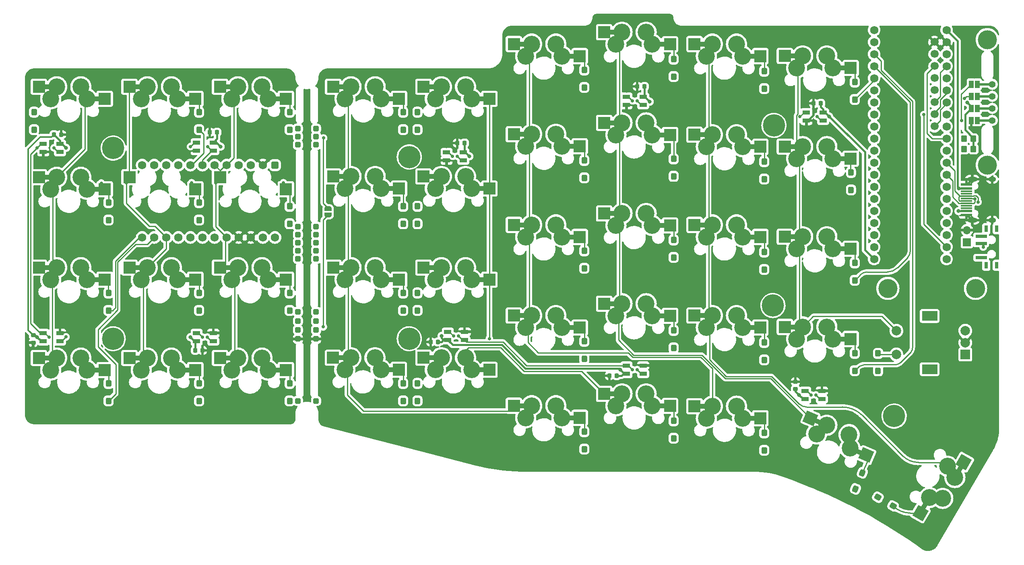
<source format=gbr>
G04 #@! TF.GenerationSoftware,KiCad,Pcbnew,(6.0.6)*
G04 #@! TF.CreationDate,2022-08-01T11:52:35+07:00*
G04 #@! TF.ProjectId,SofleKeyboard,536f666c-654b-4657-9962-6f6172642e6b,rev?*
G04 #@! TF.SameCoordinates,Original*
G04 #@! TF.FileFunction,Copper,L1,Top*
G04 #@! TF.FilePolarity,Positive*
%FSLAX46Y46*%
G04 Gerber Fmt 4.6, Leading zero omitted, Abs format (unit mm)*
G04 Created by KiCad (PCBNEW (6.0.6)) date 2022-08-01 11:52:35*
%MOMM*%
%LPD*%
G01*
G04 APERTURE LIST*
G04 Aperture macros list*
%AMRoundRect*
0 Rectangle with rounded corners*
0 $1 Rounding radius*
0 $2 $3 $4 $5 $6 $7 $8 $9 X,Y pos of 4 corners*
0 Add a 4 corners polygon primitive as box body*
4,1,4,$2,$3,$4,$5,$6,$7,$8,$9,$2,$3,0*
0 Add four circle primitives for the rounded corners*
1,1,$1+$1,$2,$3*
1,1,$1+$1,$4,$5*
1,1,$1+$1,$6,$7*
1,1,$1+$1,$8,$9*
0 Add four rect primitives between the rounded corners*
20,1,$1+$1,$2,$3,$4,$5,0*
20,1,$1+$1,$4,$5,$6,$7,0*
20,1,$1+$1,$6,$7,$8,$9,0*
20,1,$1+$1,$8,$9,$2,$3,0*%
%AMRotRect*
0 Rectangle, with rotation*
0 The origin of the aperture is its center*
0 $1 length*
0 $2 width*
0 $3 Rotation angle, in degrees counterclockwise*
0 Add horizontal line*
21,1,$1,$2,0,0,$3*%
%AMFreePoly0*
4,1,22,0.500000,-0.750000,0.000000,-0.750000,0.000000,-0.745033,-0.079941,-0.743568,-0.215256,-0.701293,-0.333266,-0.622738,-0.424486,-0.514219,-0.481581,-0.384460,-0.499164,-0.250000,-0.500000,-0.250000,-0.500000,0.250000,-0.499164,0.250000,-0.499963,0.256109,-0.478152,0.396186,-0.417904,0.524511,-0.324060,0.630769,-0.204165,0.706417,-0.067858,0.745374,0.000000,0.744959,0.000000,0.750000,
0.500000,0.750000,0.500000,-0.750000,0.500000,-0.750000,$1*%
%AMFreePoly1*
4,1,20,0.000000,0.744959,0.073905,0.744508,0.209726,0.703889,0.328688,0.626782,0.421226,0.519385,0.479903,0.390333,0.500000,0.250000,0.500000,-0.250000,0.499851,-0.262216,0.476331,-0.402017,0.414519,-0.529596,0.319384,-0.634700,0.198574,-0.708877,0.061801,-0.746166,0.000000,-0.745033,0.000000,-0.750000,-0.500000,-0.750000,-0.500000,0.750000,0.000000,0.750000,0.000000,0.744959,
0.000000,0.744959,$1*%
G04 Aperture macros list end*
G04 #@! TA.AperFunction,ComponentPad*
%ADD10C,4.700000*%
G04 #@! TD*
G04 #@! TA.AperFunction,SMDPad,CuDef*
%ADD11R,2.550000X2.500000*%
G04 #@! TD*
G04 #@! TA.AperFunction,ConnectorPad*
%ADD12R,2.500000X1.000000*%
G04 #@! TD*
G04 #@! TA.AperFunction,ComponentPad*
%ADD13C,3.550000*%
G04 #@! TD*
G04 #@! TA.AperFunction,ConnectorPad*
%ADD14RotRect,1.000000X2.500000X330.000000*%
G04 #@! TD*
G04 #@! TA.AperFunction,SMDPad,CuDef*
%ADD15RotRect,2.550000X2.500000X240.000000*%
G04 #@! TD*
G04 #@! TA.AperFunction,ConnectorPad*
%ADD16RotRect,1.000000X2.500000X150.000000*%
G04 #@! TD*
G04 #@! TA.AperFunction,SMDPad,CuDef*
%ADD17RotRect,2.550000X2.500000X337.000000*%
G04 #@! TD*
G04 #@! TA.AperFunction,ConnectorPad*
%ADD18RotRect,1.000000X2.500000X67.000000*%
G04 #@! TD*
G04 #@! TA.AperFunction,ConnectorPad*
%ADD19RotRect,1.000000X2.500000X247.000000*%
G04 #@! TD*
G04 #@! TA.AperFunction,ComponentPad*
%ADD20C,4.000000*%
G04 #@! TD*
G04 #@! TA.AperFunction,ComponentPad*
%ADD21RoundRect,0.300000X0.300000X0.300000X-0.300000X0.300000X-0.300000X-0.300000X0.300000X-0.300000X0*%
G04 #@! TD*
G04 #@! TA.AperFunction,ComponentPad*
%ADD22C,1.752600*%
G04 #@! TD*
G04 #@! TA.AperFunction,SMDPad,CuDef*
%ADD23R,1.000000X1.500000*%
G04 #@! TD*
G04 #@! TA.AperFunction,SMDPad,CuDef*
%ADD24R,1.600000X0.850000*%
G04 #@! TD*
G04 #@! TA.AperFunction,SMDPad,CuDef*
%ADD25RoundRect,0.225000X-0.225000X-0.250000X0.225000X-0.250000X0.225000X0.250000X-0.225000X0.250000X0*%
G04 #@! TD*
G04 #@! TA.AperFunction,SMDPad,CuDef*
%ADD26RoundRect,0.225000X0.225000X0.250000X-0.225000X0.250000X-0.225000X-0.250000X0.225000X-0.250000X0*%
G04 #@! TD*
G04 #@! TA.AperFunction,ComponentPad*
%ADD27C,1.700000*%
G04 #@! TD*
G04 #@! TA.AperFunction,SMDPad,CuDef*
%ADD28R,2.362600X0.600000*%
G04 #@! TD*
G04 #@! TA.AperFunction,SMDPad,CuDef*
%ADD29R,2.366000X0.300000*%
G04 #@! TD*
G04 #@! TA.AperFunction,SMDPad,CuDef*
%ADD30R,2.366000X0.305000*%
G04 #@! TD*
G04 #@! TA.AperFunction,ComponentPad*
%ADD31O,2.100000X1.000000*%
G04 #@! TD*
G04 #@! TA.AperFunction,ComponentPad*
%ADD32O,1.600000X1.000000*%
G04 #@! TD*
G04 #@! TA.AperFunction,SMDPad,CuDef*
%ADD33RoundRect,0.225000X0.250000X-0.225000X0.250000X0.225000X-0.250000X0.225000X-0.250000X-0.225000X0*%
G04 #@! TD*
G04 #@! TA.AperFunction,SMDPad,CuDef*
%ADD34R,0.800000X1.422000*%
G04 #@! TD*
G04 #@! TA.AperFunction,SMDPad,CuDef*
%ADD35R,2.368000X0.700000*%
G04 #@! TD*
G04 #@! TA.AperFunction,SMDPad,CuDef*
%ADD36FreePoly0,270.000000*%
G04 #@! TD*
G04 #@! TA.AperFunction,SMDPad,CuDef*
%ADD37FreePoly1,270.000000*%
G04 #@! TD*
G04 #@! TA.AperFunction,ComponentPad*
%ADD38C,1.400000*%
G04 #@! TD*
G04 #@! TA.AperFunction,SMDPad,CuDef*
%ADD39RoundRect,0.225000X-0.250000X0.225000X-0.250000X-0.225000X0.250000X-0.225000X0.250000X0.225000X0*%
G04 #@! TD*
G04 #@! TA.AperFunction,ComponentPad*
%ADD40R,1.700000X1.700000*%
G04 #@! TD*
G04 #@! TA.AperFunction,ComponentPad*
%ADD41O,1.700000X1.700000*%
G04 #@! TD*
G04 #@! TA.AperFunction,ComponentPad*
%ADD42RoundRect,0.250000X0.350000X0.450000X-0.350000X0.450000X-0.350000X-0.450000X0.350000X-0.450000X0*%
G04 #@! TD*
G04 #@! TA.AperFunction,ComponentPad*
%ADD43R,2.000000X2.000000*%
G04 #@! TD*
G04 #@! TA.AperFunction,ComponentPad*
%ADD44C,2.000000*%
G04 #@! TD*
G04 #@! TA.AperFunction,ComponentPad*
%ADD45R,3.200000X2.000000*%
G04 #@! TD*
G04 #@! TA.AperFunction,ComponentPad*
%ADD46RoundRect,0.300000X0.300000X-0.395000X0.300000X0.395000X-0.300000X0.395000X-0.300000X-0.395000X0*%
G04 #@! TD*
G04 #@! TA.AperFunction,ComponentPad*
%ADD47RoundRect,0.300000X-0.300000X0.395000X-0.300000X-0.395000X0.300000X-0.395000X0.300000X0.395000X0*%
G04 #@! TD*
G04 #@! TA.AperFunction,ComponentPad*
%ADD48RoundRect,0.300000X0.121813X-0.480819X0.430490X0.246380X-0.121813X0.480819X-0.430490X-0.246380X0*%
G04 #@! TD*
G04 #@! TA.AperFunction,ComponentPad*
%ADD49RoundRect,0.300000X-0.121813X0.480819X-0.430490X-0.246380X0.121813X-0.480819X0.430490X0.246380X0*%
G04 #@! TD*
G04 #@! TA.AperFunction,ComponentPad*
%ADD50RoundRect,0.400000X0.400000X0.400000X-0.400000X0.400000X-0.400000X-0.400000X0.400000X-0.400000X0*%
G04 #@! TD*
G04 #@! TA.AperFunction,ComponentPad*
%ADD51RoundRect,0.300000X-0.492080X-0.062308X0.192080X-0.457308X0.492080X0.062308X-0.192080X0.457308X0*%
G04 #@! TD*
G04 #@! TA.AperFunction,ComponentPad*
%ADD52RoundRect,0.300000X0.492080X0.062308X-0.192080X0.457308X-0.492080X-0.062308X0.192080X-0.457308X0*%
G04 #@! TD*
G04 #@! TA.AperFunction,ViaPad*
%ADD53C,0.700000*%
G04 #@! TD*
G04 #@! TA.AperFunction,ViaPad*
%ADD54C,0.800000*%
G04 #@! TD*
G04 #@! TA.AperFunction,Conductor*
%ADD55C,0.250000*%
G04 #@! TD*
G04 #@! TA.AperFunction,Conductor*
%ADD56C,0.450000*%
G04 #@! TD*
G04 #@! TA.AperFunction,Conductor*
%ADD57C,0.500000*%
G04 #@! TD*
G04 #@! TA.AperFunction,Conductor*
%ADD58C,0.350000*%
G04 #@! TD*
G04 APERTURE END LIST*
D10*
X208838800Y-58521600D03*
X132125141Y-65166580D03*
X208625140Y-96466581D03*
X132125141Y-103466580D03*
X234125140Y-119766581D03*
D11*
X211135141Y-43876581D03*
D12*
X212410141Y-43876581D03*
D13*
X214885141Y-43876581D03*
X213615141Y-46416580D03*
D11*
X224985141Y-46416581D03*
D13*
X221235141Y-46416581D03*
X219965141Y-43876580D03*
D12*
X223140141Y-46416581D03*
D13*
X194615140Y-43916582D03*
X195885140Y-41376583D03*
D12*
X193410140Y-41376583D03*
D11*
X192135140Y-41376583D03*
D13*
X202235140Y-43916583D03*
D11*
X205985140Y-43916583D03*
D12*
X204140140Y-43916583D03*
D13*
X200965140Y-41376582D03*
D11*
X173135140Y-38886581D03*
D13*
X176885140Y-38886581D03*
X175615140Y-41426580D03*
D12*
X174410140Y-38886581D03*
D13*
X183235140Y-41426581D03*
D12*
X185140140Y-41426581D03*
D11*
X186985140Y-41426581D03*
D13*
X181965140Y-38886580D03*
D11*
X154135141Y-41376582D03*
D13*
X156615141Y-43916581D03*
X157885141Y-41376582D03*
D12*
X155410141Y-41376582D03*
X166140141Y-43916582D03*
D11*
X167985141Y-43916582D03*
D13*
X164235141Y-43916582D03*
X162965141Y-41376581D03*
X138885140Y-50376583D03*
D11*
X135135140Y-50376583D03*
D13*
X137615140Y-52916582D03*
D12*
X136410140Y-50376583D03*
D13*
X145235140Y-52916583D03*
D12*
X147140140Y-52916583D03*
D13*
X143965140Y-50376582D03*
D11*
X148985140Y-52916583D03*
D13*
X118615140Y-52916581D03*
X119885140Y-50376582D03*
D12*
X117410140Y-50376582D03*
D11*
X116135140Y-50376582D03*
D12*
X128140140Y-52916582D03*
D13*
X124965140Y-50376581D03*
D11*
X129985140Y-52916582D03*
D13*
X126235140Y-52916582D03*
X213615141Y-65516582D03*
D11*
X211135141Y-62976583D03*
D12*
X212410141Y-62976583D03*
D13*
X214885141Y-62976583D03*
X219965141Y-62976582D03*
D11*
X224985141Y-65516583D03*
D12*
X223140141Y-65516583D03*
D13*
X221235141Y-65516583D03*
X195885141Y-60476581D03*
D12*
X193410141Y-60476581D03*
D13*
X194615141Y-63016580D03*
D11*
X192135141Y-60476581D03*
D12*
X204140141Y-63016581D03*
D11*
X205985141Y-63016581D03*
D13*
X200965141Y-60476580D03*
X202235141Y-63016581D03*
X175615140Y-60516582D03*
D12*
X174410140Y-57976583D03*
D13*
X176885140Y-57976583D03*
D11*
X173135140Y-57976583D03*
D13*
X181965140Y-57976582D03*
D11*
X186985140Y-60516583D03*
D13*
X183235140Y-60516583D03*
D12*
X185140140Y-60516583D03*
D11*
X154135140Y-60376583D03*
D13*
X156615140Y-62916582D03*
D12*
X155410140Y-60376583D03*
D13*
X157885140Y-60376583D03*
X162965140Y-60376582D03*
D11*
X167985140Y-62916583D03*
D13*
X164235140Y-62916583D03*
D12*
X166140140Y-62916583D03*
D13*
X138885140Y-69276583D03*
X137615140Y-71816582D03*
D11*
X135135140Y-69276583D03*
D12*
X136410140Y-69276583D03*
D11*
X148985140Y-71816583D03*
D13*
X143965140Y-69276582D03*
D12*
X147140140Y-71816583D03*
D13*
X145235140Y-71816583D03*
D12*
X117410140Y-69276583D03*
D13*
X119885140Y-69276583D03*
X118615140Y-71816582D03*
D11*
X116135140Y-69276583D03*
D12*
X128140140Y-71816583D03*
D13*
X126235140Y-71816583D03*
D11*
X129985140Y-71816583D03*
D13*
X124965140Y-69276582D03*
D12*
X212410141Y-81976581D03*
D13*
X214885141Y-81976581D03*
X213615141Y-84516580D03*
D11*
X211135141Y-81976581D03*
D13*
X221235141Y-84516581D03*
D11*
X224985141Y-84516581D03*
D12*
X223140141Y-84516581D03*
D13*
X219965141Y-81976580D03*
D12*
X193410140Y-79476583D03*
D13*
X195885140Y-79476583D03*
X194615140Y-82016582D03*
D11*
X192135140Y-79476583D03*
D13*
X200965140Y-79476582D03*
X202235140Y-82016583D03*
D12*
X204140140Y-82016583D03*
D11*
X205985140Y-82016583D03*
D13*
X176885140Y-77076583D03*
D12*
X174410140Y-77076583D03*
D13*
X175615140Y-79616582D03*
D11*
X173135140Y-77076583D03*
X186985140Y-79616583D03*
D12*
X185140140Y-79616583D03*
D13*
X183235140Y-79616583D03*
X181965140Y-77076582D03*
X157885141Y-79476582D03*
D12*
X155410141Y-79476582D03*
D11*
X154135141Y-79476582D03*
D13*
X156615141Y-82016581D03*
D11*
X167985141Y-82016582D03*
D13*
X164235141Y-82016582D03*
X162965141Y-79476581D03*
D12*
X166140141Y-82016582D03*
D13*
X137615140Y-91016582D03*
D11*
X135135140Y-88476583D03*
D12*
X136410140Y-88476583D03*
D13*
X138885140Y-88476583D03*
X143965140Y-88476582D03*
D12*
X147140140Y-91016583D03*
D13*
X145235140Y-91016583D03*
D11*
X148985140Y-91016583D03*
D12*
X117410140Y-88476581D03*
D13*
X119885140Y-88476581D03*
D11*
X116135140Y-88476581D03*
D13*
X118615140Y-91016580D03*
X126235140Y-91016581D03*
D12*
X128140140Y-91016581D03*
D11*
X129985140Y-91016581D03*
D13*
X124965140Y-88476580D03*
D11*
X211135141Y-100976582D03*
D13*
X213615141Y-103516581D03*
X214885141Y-100976582D03*
D12*
X212410141Y-100976582D03*
D11*
X224985141Y-103516582D03*
D13*
X219965141Y-100976581D03*
D12*
X223140141Y-103516582D03*
D13*
X221235141Y-103516582D03*
X194615141Y-101116580D03*
D11*
X192135141Y-98576581D03*
D12*
X193410141Y-98576581D03*
D13*
X195885141Y-98576581D03*
X200965141Y-98576580D03*
D12*
X204140141Y-101116581D03*
D13*
X202235141Y-101116581D03*
D11*
X205985141Y-101116581D03*
D13*
X175615140Y-98616582D03*
D11*
X173135140Y-96076583D03*
D12*
X174410140Y-96076583D03*
D13*
X176885140Y-96076583D03*
D11*
X186985140Y-98616583D03*
D12*
X185140140Y-98616583D03*
D13*
X181965140Y-96076582D03*
X183235140Y-98616583D03*
X157885140Y-98576582D03*
D11*
X154135140Y-98576582D03*
D12*
X155410140Y-98576582D03*
D13*
X156615140Y-101116581D03*
D12*
X166140140Y-101116582D03*
D13*
X164235140Y-101116582D03*
X162965140Y-98576581D03*
D11*
X167985140Y-101116582D03*
X135135140Y-107476583D03*
D12*
X136410140Y-107476583D03*
D13*
X137615140Y-110016582D03*
X138885140Y-107476583D03*
X145235140Y-110016583D03*
X143965140Y-107476582D03*
D11*
X148985140Y-110016583D03*
D12*
X147140140Y-110016583D03*
D11*
X116085141Y-107476583D03*
D12*
X117360141Y-107476583D03*
D13*
X118565141Y-110016582D03*
X119835141Y-107476583D03*
X124915141Y-107476582D03*
D11*
X129935141Y-110016583D03*
D12*
X128090141Y-110016583D03*
D13*
X126185141Y-110016583D03*
X246894549Y-132706875D03*
D14*
X248132049Y-130563462D03*
D13*
X245329846Y-130337023D03*
D15*
X248769549Y-129459280D03*
D16*
X240567345Y-138585915D03*
D13*
X244354550Y-137106285D03*
D15*
X239644845Y-140183732D03*
D13*
X241519845Y-136936136D03*
D17*
X216520078Y-120222719D03*
D13*
X217810474Y-123529814D03*
X219971971Y-121687961D03*
D18*
X217693722Y-120720902D03*
D19*
X226578282Y-127251529D03*
D17*
X228276613Y-127972428D03*
D13*
X224824720Y-126507186D03*
X224648136Y-123672874D03*
D11*
X192135140Y-117676582D03*
D13*
X194615140Y-120216581D03*
D12*
X193410140Y-117676582D03*
D13*
X195885140Y-117676582D03*
X200965140Y-117676581D03*
D11*
X205985140Y-120216582D03*
D12*
X204140140Y-120216582D03*
D13*
X202235140Y-120216582D03*
X176885140Y-115076583D03*
D11*
X173135140Y-115076583D03*
D13*
X175615140Y-117616582D03*
D12*
X174410140Y-115076583D03*
X185140140Y-117616583D03*
D13*
X183235140Y-117616583D03*
D11*
X186985140Y-117616583D03*
D13*
X181965140Y-115076582D03*
D20*
X232795140Y-92848580D03*
D12*
X155410141Y-117576582D03*
D13*
X156615141Y-120116581D03*
X157885141Y-117576582D03*
D11*
X154135141Y-117576582D03*
D13*
X162965141Y-117576581D03*
D11*
X167985141Y-120116582D03*
D13*
X164235141Y-120116582D03*
D12*
X166140141Y-120116582D03*
D20*
X251243141Y-92848582D03*
D11*
X73272640Y-69426582D03*
X87122640Y-71966582D03*
X92322641Y-50376583D03*
D13*
X94802641Y-52916582D03*
D12*
X93597641Y-50376583D03*
D13*
X96072641Y-50376583D03*
X101152641Y-50376582D03*
X102422641Y-52916583D03*
D11*
X106172641Y-52916583D03*
D12*
X104327641Y-52916583D03*
D21*
X108712000Y-62611000D03*
D22*
X229907140Y-38416581D03*
X229907140Y-40956581D03*
X229907140Y-43496581D03*
X229907140Y-46036581D03*
X229907140Y-48576581D03*
X229907140Y-51116581D03*
X229907140Y-53656581D03*
X229907140Y-56196581D03*
X229907140Y-58736581D03*
X229907140Y-61276581D03*
X229907140Y-63816581D03*
X229907140Y-66356581D03*
X229907140Y-68896581D03*
X229907140Y-71436581D03*
X229907140Y-73976581D03*
X229907140Y-76516581D03*
X229907140Y-79056581D03*
X229907140Y-81596581D03*
X229907140Y-84136581D03*
X229907140Y-86676581D03*
X245147140Y-38416581D03*
X245147140Y-40956581D03*
X245147140Y-43496581D03*
X245147140Y-46036581D03*
X245147140Y-48576581D03*
X245147140Y-51116581D03*
X245147140Y-53656581D03*
X245147140Y-56196581D03*
X245147140Y-58736581D03*
X245147140Y-61276581D03*
X245147140Y-63816581D03*
X245147140Y-66356581D03*
X245147140Y-68896581D03*
X245147140Y-71436581D03*
X245147140Y-73976581D03*
X245147140Y-76516581D03*
X245147140Y-79056581D03*
X245147140Y-81596581D03*
X245147140Y-84136581D03*
X245147140Y-86676581D03*
D21*
X108712000Y-79814000D03*
D23*
X250339141Y-52386581D03*
X251639141Y-52386581D03*
D24*
X55146000Y-103999000D03*
X58646000Y-102249000D03*
X55146000Y-102249000D03*
X58646000Y-103999000D03*
D12*
X55497641Y-69426582D03*
D13*
X57972641Y-69426582D03*
X56702641Y-71966581D03*
D11*
X54222641Y-69426582D03*
D13*
X63052641Y-69426581D03*
X64322641Y-71966582D03*
D12*
X66227641Y-71966582D03*
D11*
X68072641Y-71966582D03*
D21*
X112522000Y-99730480D03*
D24*
X140236000Y-103745000D03*
X143736000Y-101995000D03*
X140236000Y-101995000D03*
X143736000Y-103745000D03*
D21*
X112522000Y-97790000D03*
X108712000Y-99730480D03*
D25*
X87109000Y-105918000D03*
X88659000Y-105918000D03*
D21*
X108712000Y-84914000D03*
X112522000Y-79814000D03*
D11*
X92322641Y-69426581D03*
X106172641Y-71966581D03*
D26*
X175781000Y-111252000D03*
X174231000Y-111252000D03*
D20*
X253714000Y-66856580D03*
D24*
X177828000Y-110857000D03*
X181328000Y-109107000D03*
X177828000Y-109107000D03*
X181328000Y-110857000D03*
D21*
X108712000Y-86614000D03*
X108712000Y-103505000D03*
D27*
X242607140Y-58724800D03*
X242607140Y-56184800D03*
X242607140Y-53644800D03*
X242607140Y-51104800D03*
X242607140Y-48564800D03*
X242607140Y-46024800D03*
X242607140Y-43484800D03*
X242607140Y-40944800D03*
D13*
X96072641Y-107526582D03*
D11*
X92322641Y-107526582D03*
D12*
X93597641Y-107526582D03*
D13*
X94802641Y-110066581D03*
D11*
X106172641Y-110066582D03*
D13*
X101152641Y-107526581D03*
D12*
X104327641Y-110066582D03*
D13*
X102422641Y-110066582D03*
D26*
X91707000Y-59944000D03*
X90157000Y-59944000D03*
D21*
X108712000Y-81514000D03*
D28*
X249350290Y-77370000D03*
X249350290Y-76570000D03*
D29*
X249358690Y-75420000D03*
X249358690Y-74420000D03*
X249358690Y-73920000D03*
X249358690Y-72920000D03*
D28*
X249350290Y-71770000D03*
X249350290Y-70970000D03*
X249350290Y-70970000D03*
X249350290Y-71770000D03*
D29*
X249358690Y-72420000D03*
X249358690Y-73420000D03*
X249358690Y-74920000D03*
D30*
X249358690Y-75920000D03*
D28*
X249350290Y-76570000D03*
X249350290Y-77370000D03*
D31*
X250563290Y-69850000D03*
D32*
X254743290Y-78490000D03*
X254743290Y-69850000D03*
D31*
X250563290Y-78490000D03*
D21*
X108712000Y-59182000D03*
D33*
X213360000Y-114059000D03*
X213360000Y-112509000D03*
D26*
X143777000Y-62230000D03*
X142227000Y-62230000D03*
D11*
X73272641Y-50376581D03*
D12*
X74547641Y-50376581D03*
D13*
X77022641Y-50376581D03*
X75752641Y-52916580D03*
D11*
X87122641Y-52916581D03*
D12*
X85277641Y-52916581D03*
D13*
X83372641Y-52916581D03*
X82102641Y-50376580D03*
D21*
X108712000Y-83214000D03*
D26*
X181623000Y-50292000D03*
X180073000Y-50292000D03*
D21*
X112522000Y-60858293D03*
X112522000Y-116563182D03*
X108712000Y-60858293D03*
D11*
X54222641Y-107526582D03*
D12*
X55497641Y-107526582D03*
D13*
X57972641Y-107526582D03*
X56702641Y-110066581D03*
X64322641Y-110066582D03*
D11*
X68072641Y-110066582D03*
D12*
X66227641Y-110066582D03*
D13*
X63052641Y-107526581D03*
D10*
X69850000Y-103466580D03*
D24*
X58646000Y-62371000D03*
X55146000Y-64121000D03*
X58646000Y-64121000D03*
X55146000Y-62371000D03*
D21*
X112522000Y-62611000D03*
D24*
X90904000Y-62117000D03*
X87404000Y-63867000D03*
X90904000Y-63867000D03*
X87404000Y-62117000D03*
D34*
X253511141Y-80275580D03*
X255721141Y-87997580D03*
X253511141Y-87997580D03*
X255721141Y-80275580D03*
D35*
X252427141Y-86386580D03*
X252427141Y-83386580D03*
X252427141Y-81886580D03*
D21*
X108712000Y-97790000D03*
D11*
X54222641Y-50376583D03*
D12*
X55497641Y-50376583D03*
D13*
X57972641Y-50376583D03*
X56702641Y-52916582D03*
D11*
X68072641Y-52916583D03*
D13*
X64322641Y-52916583D03*
X63052641Y-50376582D03*
D12*
X66227641Y-52916583D03*
D21*
X108712000Y-101600000D03*
X112522000Y-83214000D03*
D24*
X215420000Y-116191000D03*
X218920000Y-114441000D03*
X215420000Y-114441000D03*
X218920000Y-116191000D03*
D11*
X54222641Y-88476583D03*
D13*
X56702641Y-91016582D03*
D12*
X55497641Y-88476583D03*
D13*
X57972641Y-88476583D03*
D12*
X66227641Y-91016583D03*
D13*
X63052641Y-88476582D03*
X64322641Y-91016583D03*
D11*
X68072641Y-91016583D03*
D26*
X138189000Y-104140000D03*
X136639000Y-104140000D03*
D21*
X112522000Y-103505000D03*
D13*
X77022640Y-107526583D03*
X75752640Y-110066582D03*
D12*
X74547640Y-107526583D03*
D11*
X73272640Y-107526583D03*
D12*
X85277640Y-110066583D03*
D13*
X82102640Y-107526582D03*
D11*
X87122640Y-110066583D03*
D13*
X83372640Y-110066583D03*
D25*
X57391000Y-60452000D03*
X58941000Y-60452000D03*
D36*
X115062000Y-76058000D03*
D37*
X115062000Y-77358000D03*
D21*
X112522000Y-81514000D03*
X112522000Y-101600000D03*
D10*
X69850000Y-63296800D03*
D38*
X254774000Y-49846580D03*
X254774000Y-52386580D03*
X254774000Y-54926580D03*
X254774000Y-57466580D03*
D26*
X218707000Y-53848000D03*
X217157000Y-53848000D03*
D21*
X112522000Y-86614000D03*
D24*
X143482000Y-64149000D03*
X139982000Y-65899000D03*
X143482000Y-65899000D03*
X139982000Y-64149000D03*
D21*
X112522000Y-59182000D03*
D24*
X219174000Y-55767000D03*
X215674000Y-57517000D03*
X219174000Y-57517000D03*
X215674000Y-55767000D03*
D21*
X112522000Y-84914000D03*
D39*
X53035200Y-102730000D03*
X53035200Y-104280000D03*
D24*
X87404000Y-103999000D03*
X90904000Y-102249000D03*
X87404000Y-102249000D03*
X90904000Y-103999000D03*
D23*
X250339140Y-54926582D03*
X251639140Y-54926582D03*
D24*
X181328000Y-52465000D03*
X177828000Y-54215000D03*
X181328000Y-54215000D03*
X177828000Y-52465000D03*
D23*
X250339141Y-57466582D03*
X251639141Y-57466582D03*
D12*
X93597641Y-88476583D03*
D13*
X96072641Y-88476583D03*
D11*
X92322641Y-88476583D03*
D13*
X94802641Y-91016582D03*
D11*
X106172641Y-91016583D03*
D12*
X104327641Y-91016583D03*
D13*
X102422641Y-91016583D03*
X101152641Y-88476582D03*
D12*
X74547641Y-88476583D03*
D13*
X77022641Y-88476583D03*
D11*
X73272641Y-88476583D03*
D13*
X75752641Y-91016582D03*
D12*
X85277641Y-91016583D03*
D13*
X82102641Y-88476582D03*
X83372641Y-91016583D03*
D11*
X87122641Y-91016583D03*
D21*
X108712000Y-116563182D03*
D40*
X249428000Y-83125582D03*
D41*
X249428000Y-80585582D03*
D42*
X250809000Y-61341000D03*
X248809000Y-61341000D03*
D23*
X250339140Y-49846582D03*
X251639140Y-49846582D03*
D20*
X253714000Y-40456580D03*
D42*
X250809000Y-63500000D03*
X248809000Y-63500000D03*
D43*
X249091140Y-106778582D03*
D44*
X249091140Y-101778582D03*
X249091140Y-104278582D03*
D45*
X241591140Y-98678582D03*
X241591140Y-109878582D03*
D44*
X234591140Y-101778582D03*
X234591140Y-106778582D03*
D46*
X225843141Y-91163180D03*
D47*
X225843141Y-87473180D03*
D46*
X130847141Y-59413181D03*
D47*
X130847141Y-55723181D03*
D46*
X106971141Y-116563180D03*
D47*
X106971141Y-112873180D03*
D46*
X187743141Y-48237182D03*
D47*
X187743141Y-44547182D03*
D46*
X130847141Y-97513181D03*
D47*
X130847141Y-93823181D03*
D46*
X106971141Y-79238800D03*
D47*
X106971141Y-75548800D03*
D46*
X230733600Y-110236000D03*
D47*
X230733600Y-106546000D03*
D48*
X225992588Y-135108474D03*
D49*
X227434386Y-131711811D03*
D22*
X83566000Y-66886581D03*
X78486000Y-66886581D03*
X81026000Y-66886581D03*
X78486000Y-82126581D03*
X75946000Y-82126581D03*
X75946000Y-66886581D03*
X86106000Y-82126581D03*
X91186000Y-82126581D03*
X93726000Y-82126581D03*
X101346000Y-82126581D03*
X103886000Y-82126581D03*
X88646000Y-82126581D03*
X83566000Y-82126581D03*
X81026000Y-82126581D03*
X93726000Y-66886581D03*
X91186000Y-66886581D03*
X88646000Y-66886581D03*
X86106000Y-66886581D03*
X101346000Y-66886581D03*
X98806000Y-82126581D03*
X96266000Y-82126581D03*
D50*
X103886000Y-66886581D03*
D22*
X98806000Y-66886581D03*
X96266000Y-66886581D03*
D46*
X133858000Y-79238800D03*
D47*
X133858000Y-75548800D03*
D46*
X133858000Y-97513181D03*
D47*
X133858000Y-93823181D03*
D46*
X87921140Y-97513182D03*
D47*
X87921140Y-93823182D03*
D46*
X168947140Y-69573182D03*
D47*
X168947140Y-65883182D03*
D46*
X130847141Y-79238800D03*
D47*
X130847141Y-75548800D03*
D46*
X206793140Y-69827182D03*
D47*
X206793140Y-66137182D03*
D46*
X225044000Y-72113182D03*
D47*
X225044000Y-68423182D03*
D46*
X206793141Y-126977180D03*
D47*
X206793141Y-123287180D03*
D46*
X168947141Y-50523181D03*
D47*
X168947141Y-46833181D03*
D46*
X87921140Y-78463182D03*
D47*
X87921140Y-74773182D03*
D46*
X106971140Y-97513182D03*
D47*
X106971140Y-93823182D03*
D46*
X168947141Y-126723180D03*
D47*
X168947141Y-123033180D03*
D46*
X187743141Y-69256600D03*
D47*
X187743141Y-65566600D03*
D46*
X225843141Y-110213182D03*
D47*
X225843141Y-106523182D03*
D46*
X53213000Y-59413182D03*
D47*
X53213000Y-55723182D03*
D46*
X68871140Y-97513182D03*
D47*
X68871140Y-93823182D03*
D46*
X130847141Y-116563182D03*
D47*
X130847141Y-112873182D03*
D46*
X87921140Y-59413181D03*
D47*
X87921140Y-55723181D03*
D46*
X68871141Y-78463181D03*
D47*
X68871141Y-74773181D03*
D46*
X206793140Y-107927182D03*
D47*
X206793140Y-104237182D03*
D46*
X187743141Y-86337182D03*
D47*
X187743141Y-82647182D03*
D46*
X206793141Y-50777180D03*
D47*
X206793141Y-47087180D03*
D46*
X225843140Y-53063182D03*
D47*
X225843140Y-49373182D03*
D46*
X106971141Y-59413182D03*
D47*
X106971141Y-55723182D03*
D46*
X206793141Y-88877180D03*
D47*
X206793141Y-85187180D03*
D46*
X87921141Y-116563180D03*
D47*
X87921141Y-112873180D03*
D46*
X168947140Y-107673182D03*
D47*
X168947140Y-103983182D03*
D46*
X68871141Y-116563180D03*
D47*
X68871141Y-112873180D03*
D31*
X250563290Y-69850000D03*
D32*
X254743290Y-69850000D03*
X254743290Y-78490000D03*
D31*
X250563290Y-78490000D03*
D51*
X230708200Y-136855200D03*
D52*
X233903834Y-138700200D03*
D46*
X133858000Y-116563182D03*
D47*
X133858000Y-112873182D03*
D46*
X187743141Y-124437182D03*
D47*
X187743141Y-120747182D03*
D46*
X187743141Y-105387181D03*
D47*
X187743141Y-101697181D03*
D46*
X133858000Y-59413180D03*
D47*
X133858000Y-55723180D03*
D46*
X168947141Y-88623180D03*
D47*
X168947141Y-84933180D03*
D53*
X141432108Y-102870000D03*
X115062000Y-77216000D03*
X89662000Y-103124000D03*
X114046000Y-100965000D03*
X67347140Y-70674580D03*
X86360000Y-70612000D03*
X105664000Y-70612000D03*
X148985140Y-103490860D03*
D54*
X53009800Y-105232200D03*
D53*
X92379800Y-83667600D03*
X221742000Y-54356000D03*
D54*
X60350400Y-60452000D03*
X60655200Y-104089200D03*
D53*
X93091000Y-103124000D03*
X101727000Y-76581000D03*
D54*
X145542000Y-102870000D03*
X139954000Y-62941200D03*
D53*
X85725000Y-60452000D03*
X65786000Y-63881000D03*
D54*
X177850800Y-51206400D03*
D53*
X98679000Y-60452000D03*
D54*
X215646000Y-59690000D03*
D53*
X248290681Y-57531000D03*
X248910369Y-52828991D03*
D54*
X247756311Y-71771544D03*
X247664844Y-76570000D03*
D53*
X251758907Y-74647013D03*
X251091191Y-74044300D03*
D54*
X86106000Y-103124000D03*
X59944000Y-63246000D03*
X214151297Y-115315633D03*
X92456000Y-62992000D03*
X176530000Y-109982000D03*
X220472000Y-56642000D03*
X144780000Y-65024000D03*
X53877604Y-103123953D03*
X182716401Y-53514980D03*
X138938000Y-102870000D03*
D53*
X252861140Y-86386582D03*
X252861140Y-84136582D03*
X252861140Y-81886581D03*
X217932000Y-56642000D03*
X214289640Y-56681095D03*
X180086000Y-53340000D03*
X142240000Y-65024000D03*
X179070000Y-53340000D03*
X57404000Y-63246000D03*
X86130000Y-62968000D03*
X56342109Y-103124000D03*
X53848000Y-63246000D03*
X88646000Y-103124000D03*
X59898151Y-103067652D03*
X179070000Y-109982000D03*
X142494000Y-102870000D03*
X216662000Y-115316000D03*
X180086000Y-109982000D03*
X217678000Y-115316000D03*
X115062000Y-76058000D03*
X114096800Y-61163200D03*
X89707892Y-62992000D03*
X141224000Y-65024000D03*
X72644000Y-70612000D03*
X91440000Y-70612000D03*
D54*
X249459901Y-53663865D03*
D53*
X240371500Y-56261000D03*
D55*
X114046000Y-78374000D02*
X115062000Y-77358000D01*
X140557108Y-101995000D02*
X141432108Y-102870000D01*
X90904000Y-103999000D02*
X90537000Y-103999000D01*
X114046000Y-100965000D02*
X114046000Y-78374000D01*
X90537000Y-103999000D02*
X89662000Y-103124000D01*
X140236000Y-101995000D02*
X140557108Y-101995000D01*
X57531000Y-53744941D02*
X56702641Y-52916582D01*
X87921140Y-54067810D02*
X87921140Y-55723182D01*
X87122641Y-52916581D02*
X87122641Y-53269311D01*
X87122641Y-53269311D02*
X87921140Y-54067810D01*
X106172641Y-52916582D02*
X106200913Y-52916583D01*
X106200913Y-52916583D02*
X106971141Y-53686810D01*
X106971141Y-53686810D02*
X106971141Y-55723181D01*
X129985140Y-53078809D02*
X130847141Y-53940811D01*
X129985140Y-52916582D02*
X129985140Y-53078809D01*
X130847141Y-53940811D02*
X130847141Y-55723182D01*
X137615141Y-52916582D02*
X137615140Y-53566580D01*
X137615140Y-53566580D02*
X138213140Y-54164582D01*
X167985140Y-43916583D02*
X167985142Y-43916583D01*
X167985142Y-43916583D02*
X168947141Y-44878582D01*
X168947141Y-44878582D02*
X168947141Y-46833182D01*
X186985139Y-41498810D02*
X187743141Y-42256811D01*
X187743141Y-42256811D02*
X187743141Y-44547182D01*
X186985140Y-41426582D02*
X186985139Y-41498810D01*
X205985140Y-43916583D02*
X206039913Y-43916583D01*
X206793141Y-44669810D02*
X206793141Y-47087181D01*
X206039913Y-43916583D02*
X206793141Y-44669810D01*
X225843140Y-47590809D02*
X225843140Y-49373181D01*
X224985140Y-46416582D02*
X224985141Y-46732811D01*
X224985141Y-46732811D02*
X225843140Y-47590809D01*
X68227912Y-71966582D02*
X68871141Y-72609810D01*
X68072640Y-71966581D02*
X68072640Y-71400082D01*
X68871141Y-72609810D02*
X68871141Y-74773182D01*
X68072641Y-71966582D02*
X68227912Y-71966582D01*
X68072640Y-71400082D02*
X67347140Y-70674580D01*
X87122640Y-71966583D02*
X87277913Y-71966582D01*
X87122640Y-71374640D02*
X86360000Y-70612000D01*
X87122640Y-71966582D02*
X87122640Y-71374640D01*
X87277913Y-71966582D02*
X87921140Y-72609810D01*
X87921140Y-72609810D02*
X87921140Y-74773182D01*
X106172641Y-71966583D02*
X106200913Y-71966583D01*
X106172641Y-71966581D02*
X106172641Y-71120641D01*
X106971140Y-72736811D02*
X106971141Y-74773182D01*
X106200913Y-71966583D02*
X106971140Y-72736811D01*
X106172641Y-71120641D02*
X105664000Y-70612000D01*
X130847141Y-72863810D02*
X130847141Y-74773182D01*
X129985141Y-72001810D02*
X130847141Y-72863810D01*
X129985141Y-71816582D02*
X129985141Y-72001810D01*
X137960141Y-71816581D02*
X138213140Y-71563582D01*
X137615140Y-71816582D02*
X137960141Y-71816581D01*
X168947140Y-63846810D02*
X168947141Y-65883181D01*
X168016913Y-62916583D02*
X168947140Y-63846810D01*
X167985140Y-62916582D02*
X168016913Y-62916583D01*
X187333913Y-60516583D02*
X187743141Y-60925811D01*
X187743141Y-60925811D02*
X187743141Y-65566600D01*
X186985141Y-60516583D02*
X187333913Y-60516583D01*
X206793140Y-63973810D02*
X206793139Y-66137182D01*
X205985141Y-63016582D02*
X205985140Y-63165811D01*
X205985140Y-63165811D02*
X206793140Y-63973810D01*
X224985141Y-68364323D02*
X225043999Y-68423181D01*
X224985141Y-65516582D02*
X224985141Y-68364323D01*
X68871140Y-93823182D02*
X68834000Y-93786042D01*
X68834000Y-93786042D02*
X68834000Y-91777942D01*
X68834000Y-91777942D02*
X68072641Y-91016583D01*
X87122641Y-91016583D02*
X87122641Y-91242311D01*
X87921139Y-92040810D02*
X87921140Y-93823182D01*
X87122641Y-91242311D02*
X87921139Y-92040810D01*
X106971141Y-91405811D02*
X106971141Y-93823181D01*
X106581913Y-91016583D02*
X106971141Y-91405811D01*
X106172641Y-91016582D02*
X106581913Y-91016583D01*
X138213141Y-90359582D02*
X138163489Y-90409234D01*
X137615141Y-91016582D02*
X137615141Y-90957582D01*
X137615141Y-90957582D02*
X138213141Y-90359582D01*
X168947141Y-83150811D02*
X168947141Y-84933181D01*
X167985141Y-82188810D02*
X168947141Y-83150811D01*
X167985140Y-82016583D02*
X167985141Y-82188810D01*
X187679384Y-80293055D02*
X187743141Y-80356811D01*
X186985140Y-79616583D02*
X187661612Y-80293054D01*
X187743141Y-80356811D02*
X187743141Y-82647181D01*
X187661612Y-80293054D02*
X187679384Y-80293055D01*
X155929360Y-119430800D02*
X156615141Y-120116581D01*
X118615141Y-91016580D02*
X118760141Y-91016580D01*
X153030223Y-118681500D02*
X154135141Y-117576582D01*
X118615141Y-71816580D02*
X118656141Y-71816580D01*
X118656141Y-71816580D02*
X119290140Y-71182582D01*
X118615140Y-53235582D02*
X119290140Y-53910582D01*
X119126000Y-115316000D02*
X122491500Y-118681500D01*
X118565141Y-110016582D02*
X118565141Y-110564141D01*
X118615141Y-52916581D02*
X118615140Y-53235582D01*
X119290141Y-109291582D02*
X118565141Y-110016580D01*
X118565141Y-110564141D02*
X119126000Y-111125000D01*
X122491500Y-118681500D02*
X153030223Y-118681500D01*
X119290140Y-53910582D02*
X119290140Y-71182582D01*
X118760141Y-91016580D02*
X119290141Y-90486580D01*
X119290141Y-90486580D02*
X119290141Y-109291582D01*
X119126000Y-111125000D02*
X119126000Y-115316000D01*
X119290140Y-71182582D02*
X119290141Y-90486580D01*
X148985141Y-91016583D02*
X148985141Y-91128810D01*
X168364597Y-110306040D02*
X156321190Y-110306040D01*
X156321190Y-110306040D02*
X155970000Y-109954849D01*
X148985140Y-110051810D02*
X149643141Y-110709811D01*
X144561480Y-105374520D02*
X143965140Y-105970860D01*
X148985140Y-52916583D02*
X148985140Y-103519140D01*
X148985141Y-52916583D02*
X148999913Y-52916583D01*
X148985141Y-91128810D02*
X149643140Y-91786810D01*
X149274597Y-110306040D02*
X148985140Y-110016583D01*
X143965140Y-105970860D02*
X143965140Y-107476582D01*
X151389671Y-105374520D02*
X144561480Y-105374520D01*
X148999913Y-52916583D02*
X149643141Y-53559811D01*
X155970000Y-109954849D02*
X151389671Y-105374520D01*
X148985140Y-110016582D02*
X148985140Y-110051810D01*
X173135140Y-115076583D02*
X168364597Y-110306040D01*
X156615141Y-101116581D02*
X157225141Y-101116581D01*
X179137803Y-107383520D02*
X193488085Y-107383520D01*
X157099000Y-104267000D02*
X159258000Y-106426000D01*
X156615140Y-43916582D02*
X156615140Y-44499581D01*
X193488085Y-107383520D02*
X195885140Y-109780575D01*
X157147141Y-62916580D02*
X157390140Y-62673582D01*
X157097140Y-82016581D02*
X157390141Y-81723580D01*
X156615141Y-62916582D02*
X157147141Y-62916580D01*
X156615140Y-44499581D02*
X157390140Y-45274582D01*
X178180283Y-106426000D02*
X179137803Y-107383520D01*
X159258000Y-106426000D02*
X178180283Y-106426000D01*
X156615140Y-101116581D02*
X156615140Y-102055940D01*
X157390140Y-45274582D02*
X157390140Y-62673582D01*
X195885140Y-109780575D02*
X195885140Y-117676582D01*
X156615140Y-82016582D02*
X157097140Y-82016581D01*
X156615140Y-102055940D02*
X157099000Y-102539800D01*
X157099000Y-102539800D02*
X157099000Y-104267000D01*
X157225141Y-101116581D02*
X157390141Y-101281582D01*
X157390141Y-81723580D02*
X157390141Y-101281582D01*
X157390140Y-62673582D02*
X157390141Y-81723580D01*
X175615140Y-41655581D02*
X176313141Y-42353582D01*
X175615141Y-98616582D02*
X176057140Y-98616582D01*
X175690140Y-79691582D02*
X175615140Y-79616582D01*
X175615140Y-98616582D02*
X175615140Y-99491340D01*
X193674283Y-106934000D02*
X198584162Y-111843880D01*
X176149000Y-103759000D02*
X179324000Y-106934000D01*
X176149000Y-100025200D02*
X176149000Y-103759000D01*
X208141239Y-111843880D02*
X216520078Y-120222719D01*
X179324000Y-106934000D02*
X193674283Y-106934000D01*
X176057140Y-98616582D02*
X176313140Y-98360581D01*
X175615140Y-99491340D02*
X176149000Y-100025200D01*
X176440141Y-79691580D02*
X175690140Y-79691582D01*
X175615141Y-41426580D02*
X175615140Y-41655581D01*
X175676141Y-60516580D02*
X176313140Y-59879582D01*
X198584162Y-111843880D02*
X208141239Y-111843880D01*
X176313140Y-59879582D02*
X176313140Y-98360581D01*
X175615141Y-60516582D02*
X175676141Y-60516580D01*
X176313141Y-42353582D02*
X176313140Y-59879582D01*
X194615141Y-43916582D02*
X194615140Y-44145582D01*
X195885141Y-41376583D02*
X195885141Y-42646580D01*
X194944140Y-101116580D02*
X195109140Y-101281582D01*
X244517944Y-129525121D02*
X245329846Y-130337023D01*
X195885141Y-42646580D02*
X194615141Y-43916582D01*
X195070140Y-82016581D02*
X195109140Y-81977580D01*
X208327436Y-111394360D02*
X214109564Y-117176488D01*
X194615140Y-101116582D02*
X194944140Y-101116580D01*
X195109140Y-81977580D02*
X195109140Y-101281582D01*
X194615141Y-82016582D02*
X195070140Y-82016581D01*
X195109141Y-62419582D02*
X195109140Y-81977580D01*
X194615141Y-101116580D02*
X194615141Y-101143141D01*
X194615140Y-63016582D02*
X194615140Y-62913582D01*
X195275200Y-101803200D02*
X195275200Y-107899200D01*
X194615141Y-101143141D02*
X195275200Y-101803200D01*
X227371737Y-119574137D02*
X235971810Y-128174210D01*
X195109141Y-44639582D02*
X195109141Y-62419582D01*
X215750052Y-117856000D02*
X223223787Y-117856000D01*
X194615140Y-44145582D02*
X195109141Y-44639582D01*
X198770360Y-111394360D02*
X208327436Y-111394360D01*
X194615140Y-62913582D02*
X195109141Y-62419582D01*
X195275200Y-107899200D02*
X198770360Y-111394360D01*
X239233199Y-129525121D02*
X244517944Y-129525121D01*
X215750052Y-117855963D02*
G75*
G02*
X214109564Y-117176488I-52J2319963D01*
G01*
X223223787Y-117856013D02*
G75*
G02*
X227371737Y-119574137I13J-5866087D01*
G01*
X235971807Y-128174213D02*
G75*
G03*
X239233199Y-129525121I3261393J3261413D01*
G01*
X205985140Y-82016583D02*
X205985140Y-82088809D01*
X206793141Y-82896810D02*
X206793141Y-85187181D01*
X205985140Y-82088809D02*
X206793141Y-82896810D01*
X68100913Y-110066583D02*
X68871141Y-110836810D01*
X68072640Y-110066583D02*
X68100913Y-110066583D01*
X68871141Y-110836810D02*
X68871141Y-112873181D01*
X225843141Y-85436810D02*
X225843141Y-87473181D01*
X224985141Y-84578811D02*
X225843141Y-85436810D01*
X224985140Y-84516582D02*
X224985141Y-84578811D01*
X213615141Y-65516580D02*
X214081140Y-65516582D01*
X231567758Y-98755200D02*
X217106523Y-98755200D01*
X213868000Y-56148831D02*
X213615129Y-56401702D01*
X213777140Y-84516581D02*
X214159140Y-84898582D01*
X214885140Y-100610581D02*
X214159140Y-99884582D01*
X213868000Y-46669442D02*
X213868000Y-56148831D01*
X234591140Y-101778582D02*
X231567758Y-98755200D01*
X213615141Y-84516581D02*
X213777140Y-84516581D01*
X214159140Y-99884582D02*
X214159140Y-102509573D01*
X213615129Y-65050571D02*
X214159140Y-65594582D01*
X214885140Y-100976582D02*
X214885140Y-100610581D01*
X214159140Y-102509573D02*
X212212133Y-104456581D01*
X214159140Y-65594582D02*
X214159140Y-84898582D01*
X214159140Y-98743460D02*
X214159140Y-99884582D01*
X213615129Y-56401702D02*
X213615129Y-65050571D01*
X213615140Y-46416582D02*
X213868000Y-46669442D01*
X217106523Y-98755200D02*
X214885141Y-100976582D01*
X214081140Y-65516582D02*
X214159140Y-65594582D01*
X214159140Y-84898582D02*
X214159140Y-98743460D01*
X87122640Y-110066583D02*
X87122640Y-110165310D01*
X87122640Y-110165310D02*
X87921141Y-110963811D01*
X87921141Y-110963811D02*
X87921141Y-112873181D01*
X106172641Y-110066583D02*
X106172641Y-110419311D01*
X106971141Y-111217811D02*
X106971141Y-112873181D01*
X106172641Y-110419311D02*
X106971141Y-111217811D01*
X129935141Y-110051811D02*
X130847141Y-110963810D01*
X129935141Y-110016583D02*
X129935141Y-110051811D01*
X130847141Y-110963810D02*
X130847141Y-112873181D01*
X138163489Y-109468231D02*
X137615140Y-110016580D01*
X137615140Y-110016582D02*
X138049000Y-110450442D01*
X167985140Y-101116582D02*
X167985140Y-101365809D01*
X168947141Y-102327810D02*
X168947141Y-103983181D01*
X167985140Y-101365809D02*
X168947141Y-102327810D01*
X186985141Y-98648811D02*
X187743141Y-99406811D01*
X186985141Y-98616583D02*
X186985141Y-98648811D01*
X187743141Y-99406811D02*
X187743141Y-101697182D01*
X206793140Y-101819810D02*
X206793139Y-104237182D01*
X205985141Y-101116582D02*
X206089912Y-101116581D01*
X206089912Y-101116581D02*
X206793140Y-101819810D01*
X224999913Y-103516583D02*
X225843141Y-104359811D01*
X224985141Y-103516583D02*
X224999913Y-103516583D01*
X225843141Y-104359811D02*
X225843141Y-106523181D01*
X167985141Y-120161810D02*
X168947141Y-121123810D01*
X168947141Y-121123810D02*
X168947141Y-123033181D01*
X167985140Y-120116583D02*
X167985141Y-120161810D01*
X187743141Y-118329811D02*
X187743141Y-120747181D01*
X186985140Y-117616582D02*
X187029913Y-117616583D01*
X187029913Y-117616583D02*
X187743141Y-118329811D01*
X206139913Y-120216583D02*
X206793141Y-120869811D01*
X205985140Y-120216583D02*
X206139913Y-120216583D01*
X206793141Y-120869811D02*
X206793141Y-123287181D01*
X228287002Y-127976837D02*
X228644352Y-128861311D01*
X228644352Y-128861311D02*
X227434387Y-131711810D01*
X228276614Y-127972428D02*
X228287002Y-127976837D01*
X237485359Y-140183732D02*
X239644845Y-140183732D01*
X237485359Y-140183752D02*
G75*
G02*
X233903834Y-138700200I41J5065052D01*
G01*
D56*
X145429000Y-101995000D02*
X145542000Y-102108000D01*
X215978489Y-57517000D02*
X215674000Y-57517000D01*
X58941000Y-60452000D02*
X60350400Y-60452000D01*
X53035200Y-105206800D02*
X53009800Y-105232200D01*
X217157000Y-53848000D02*
X217170000Y-53861000D01*
X215674000Y-59662000D02*
X215646000Y-59690000D01*
X215674000Y-57517000D02*
X215674000Y-59662000D01*
X249443290Y-70970000D02*
X250563290Y-69850000D01*
X143736000Y-101995000D02*
X145429000Y-101995000D01*
X53035200Y-104280000D02*
X53035200Y-105206800D01*
D57*
X249443291Y-77370001D02*
X250563291Y-78489999D01*
D56*
X249350290Y-70970000D02*
X249443290Y-70970000D01*
X217170000Y-56325489D02*
X215978489Y-57517000D01*
X145542000Y-102108000D02*
X145542000Y-102870000D01*
X217170000Y-53861000D02*
X217170000Y-56325489D01*
D55*
X53231189Y-103999000D02*
X52804000Y-103999000D01*
D57*
X249350291Y-77370001D02*
X249443291Y-77370001D01*
D55*
X230966182Y-106778582D02*
X234591139Y-106778582D01*
X230733600Y-106546000D02*
X230966182Y-106778582D01*
X248235869Y-57476188D02*
X248235869Y-51949853D01*
X248235869Y-51949853D02*
X250339141Y-49846580D01*
X248290681Y-57531000D02*
X248235869Y-57476188D01*
X248910369Y-52828991D02*
X249352779Y-52386582D01*
X249352779Y-52386582D02*
X250339140Y-52386582D01*
D56*
X249350291Y-71770000D02*
X247761235Y-71770001D01*
X247466181Y-71481414D02*
X247466180Y-40735621D01*
X249350290Y-76570001D02*
X247664844Y-76570000D01*
X247756311Y-71771544D02*
X247466181Y-71481414D01*
X247756311Y-71771544D02*
X247757855Y-71770001D01*
X247466180Y-40735621D02*
X245147141Y-38416582D01*
X247757855Y-71770001D02*
X249350291Y-71770000D01*
D55*
X247687140Y-74230473D02*
X247783904Y-74327237D01*
X245034721Y-66469000D02*
X245147140Y-66356581D01*
X251765703Y-73764906D02*
X251370585Y-73369788D01*
X247687141Y-73609528D02*
X247687140Y-73916001D01*
X246866661Y-72333521D02*
X246866660Y-68076102D01*
X246866660Y-68076102D02*
X245147140Y-66356582D01*
X250791690Y-73420001D02*
X247953141Y-73420000D01*
X249358690Y-73408000D02*
X247888668Y-73408001D01*
X250841902Y-73369788D02*
X250791690Y-73420001D01*
X247880669Y-74424000D02*
X249358690Y-74424000D01*
X251765704Y-74640215D02*
X251765703Y-73764906D01*
X251370585Y-73369788D02*
X250841902Y-73369788D01*
X251758907Y-74647013D02*
X251765704Y-74640215D01*
X247953141Y-73420000D02*
X246866661Y-72333521D01*
X247783904Y-74327237D02*
X247880669Y-74424000D01*
X247888668Y-73408001D02*
X247687141Y-73609528D01*
X247687140Y-73916001D02*
X247687140Y-74230473D01*
X249358690Y-73920001D02*
X250840712Y-73920001D01*
X250989140Y-74068427D02*
X251084396Y-74163683D01*
X249358691Y-74920001D02*
X247740950Y-74919999D01*
X247740950Y-74919999D02*
X246417141Y-73596189D01*
X246417141Y-73596189D02*
X246417140Y-70166582D01*
X251067064Y-74068429D02*
X251091191Y-74044300D01*
X251084397Y-74676315D02*
X250840712Y-74920001D01*
X251084396Y-74163683D02*
X251084397Y-74676315D01*
X250840712Y-74920001D02*
X249358691Y-74920001D01*
X246417140Y-70166582D02*
X245147140Y-68896582D01*
X250840712Y-73920001D02*
X250989140Y-74068427D01*
X250989140Y-74068427D02*
X251067064Y-74068429D01*
D56*
X91707000Y-59944000D02*
X91707000Y-61314000D01*
X219202000Y-55739000D02*
X219202000Y-55118000D01*
X92456000Y-62992000D02*
X91581000Y-62117000D01*
X213360000Y-114059000D02*
X213360000Y-114524336D01*
X177828000Y-110857000D02*
X177405000Y-110857000D01*
X219597000Y-55767000D02*
X220472000Y-56642000D01*
X58646000Y-61707000D02*
X58646000Y-62371000D01*
D58*
X53483651Y-102730000D02*
X53877604Y-103123953D01*
D56*
X141266000Y-104775000D02*
X140236000Y-103745000D01*
X57391000Y-60452000D02*
X58646000Y-61707000D01*
X143777000Y-62230000D02*
X143777000Y-63854000D01*
X176784000Y-111252000D02*
X177179000Y-110857000D01*
X138189000Y-104140000D02*
X138910000Y-104140000D01*
X138938000Y-103276400D02*
X139406600Y-103745000D01*
X59944000Y-63246000D02*
X59069000Y-62371000D01*
X59069000Y-62371000D02*
X58646000Y-62371000D01*
D58*
X56883000Y-60960000D02*
X54482978Y-60960000D01*
D56*
X87109000Y-104294000D02*
X87404000Y-103999000D01*
X143905000Y-64149000D02*
X144780000Y-65024000D01*
X91707000Y-61314000D02*
X90904000Y-62117000D01*
X181623000Y-50292000D02*
X181623000Y-52170000D01*
D58*
X57391000Y-60452000D02*
X56883000Y-60960000D01*
D56*
X214151297Y-115315633D02*
X215026664Y-116191000D01*
X181666421Y-52465000D02*
X181328000Y-52465000D01*
D58*
X53035200Y-102730000D02*
X53483651Y-102730000D01*
D56*
X219174000Y-55767000D02*
X219202000Y-55739000D01*
X91581000Y-62117000D02*
X90904000Y-62117000D01*
X227965000Y-84734441D02*
X229907140Y-86676581D01*
X138910000Y-104140000D02*
X139305000Y-103745000D01*
X139406600Y-103745000D02*
X140236000Y-103745000D01*
X156569520Y-109706520D02*
X151638000Y-104775000D01*
D58*
X54482978Y-60960000D02*
X51968401Y-63474577D01*
D56*
X139305000Y-103745000D02*
X140236000Y-103745000D01*
X219174000Y-55767000D02*
X219597000Y-55767000D01*
X87109000Y-105918000D02*
X87109000Y-104294000D01*
X215026664Y-116191000D02*
X215420000Y-116191000D01*
X177405000Y-110857000D02*
X176530000Y-109982000D01*
X143777000Y-63854000D02*
X143482000Y-64149000D01*
X218707000Y-54623000D02*
X219202000Y-55118000D01*
X182716401Y-53514980D02*
X181666421Y-52465000D01*
X87404000Y-103999000D02*
X86981000Y-103999000D01*
X227965000Y-64135000D02*
X227965000Y-84734441D01*
X86981000Y-103999000D02*
X86106000Y-103124000D01*
D58*
X51968401Y-101663201D02*
X53035200Y-102730000D01*
D56*
X176530000Y-109982000D02*
X176254520Y-109706520D01*
X213360000Y-114524336D02*
X214151297Y-115315633D01*
X175781000Y-111252000D02*
X176784000Y-111252000D01*
X218707000Y-53848000D02*
X218707000Y-54623000D01*
X53877604Y-103123953D02*
X54752651Y-103999000D01*
X143482000Y-64149000D02*
X143905000Y-64149000D01*
X177179000Y-110857000D02*
X177828000Y-110857000D01*
X151638000Y-104775000D02*
X141266000Y-104775000D01*
X220472000Y-56642000D02*
X227965000Y-64135000D01*
X138938000Y-102870000D02*
X138938000Y-103276400D01*
X181623000Y-52170000D02*
X181328000Y-52465000D01*
D58*
X51968401Y-63474577D02*
X51968401Y-101663201D01*
D56*
X176254520Y-109706520D02*
X156569520Y-109706520D01*
X54752651Y-103999000D02*
X55146000Y-103999000D01*
D55*
X86358441Y-66886581D02*
X88900000Y-64345022D01*
X229870000Y-48613721D02*
X229870000Y-49036322D01*
X88900000Y-64345022D02*
X88900000Y-60392041D01*
X88900000Y-60392041D02*
X87921140Y-59413181D01*
X86106000Y-66886581D02*
X86358441Y-66886581D01*
X229870000Y-49036322D02*
X225843140Y-53063182D01*
D57*
X251639140Y-49846582D02*
X254773998Y-49846582D01*
X254773998Y-49846582D02*
X254774000Y-49846580D01*
X253429419Y-52386581D02*
X254049141Y-52386581D01*
X253429419Y-52386581D02*
X254774000Y-52386580D01*
X251639141Y-52386580D02*
X253429419Y-52386581D01*
X251639140Y-54926582D02*
X253554581Y-54926581D01*
X253554581Y-54926581D02*
X254049141Y-54926581D01*
X253554581Y-54926581D02*
X254774000Y-54926580D01*
X254773998Y-57466582D02*
X254774000Y-57466580D01*
X251639140Y-57466582D02*
X254773998Y-57466582D01*
X252861141Y-83386580D02*
X252861140Y-84136582D01*
D55*
X225044000Y-72113182D02*
X225275182Y-72113182D01*
X70358000Y-96875600D02*
X70358000Y-87122001D01*
X225843141Y-91163180D02*
X227012534Y-89993787D01*
X69720418Y-97513182D02*
X70358000Y-96875600D01*
X237515400Y-53644841D02*
X229907140Y-46036581D01*
X237515400Y-84998173D02*
X237515400Y-53644841D01*
X75353420Y-82126581D02*
X75946000Y-82126581D01*
D56*
X229299419Y-46036581D02*
X229907140Y-46036581D01*
D55*
X70358000Y-87122001D02*
X75353420Y-82126581D01*
X68871140Y-97513182D02*
X69720418Y-97513182D01*
X228426748Y-89408000D02*
X232691359Y-89408000D01*
X234812679Y-88529321D02*
X236929614Y-86412386D01*
X237515380Y-84998173D02*
G75*
G02*
X236929613Y-86412385I-1999980J-27D01*
G01*
X228426748Y-89408035D02*
G75*
G03*
X227012535Y-89993788I-48J-1999965D01*
G01*
X234812699Y-88529341D02*
G75*
G02*
X232691359Y-89408000I-2121299J2121341D01*
G01*
X235273905Y-108591046D02*
X235481703Y-108431597D01*
X77046580Y-83566000D02*
X78486000Y-82126581D01*
X231394000Y-46887723D02*
X231394000Y-44983441D01*
X226544407Y-109511916D02*
X226638426Y-109420737D01*
X226846214Y-109261296D02*
X227073035Y-109130340D01*
X70390561Y-115043761D02*
X70390561Y-108896961D01*
X66700400Y-101498400D02*
X70807520Y-97391280D01*
X237928726Y-105513278D02*
X237962912Y-105253608D01*
X237760710Y-106008238D02*
X237860938Y-105766264D01*
X237964920Y-105122653D02*
X237964920Y-53458643D01*
X237962912Y-105253608D02*
X237964920Y-105122653D01*
X234552088Y-108890033D02*
X234805087Y-108822242D01*
X227567995Y-108962324D02*
X227827665Y-108928138D01*
X66700400Y-105206800D02*
X66700400Y-101498400D01*
X235047073Y-108722008D02*
X235273905Y-108591046D01*
X68871141Y-116563180D02*
X70390561Y-115043761D01*
X234161443Y-108926130D02*
X234292405Y-108924221D01*
X70807520Y-97391280D02*
X70807520Y-87308198D01*
X70390561Y-108896961D02*
X66700400Y-105206800D01*
X227958620Y-108926130D02*
X234161443Y-108926130D01*
X234292405Y-108924221D02*
X234552088Y-108890033D01*
X237964920Y-53458643D02*
X231394000Y-46887723D01*
X227073035Y-109130340D02*
X227315009Y-109030112D01*
X227827665Y-108928138D02*
X227958620Y-108926130D01*
X237379134Y-106536866D02*
X237470313Y-106442847D01*
X226638426Y-109420737D02*
X226846214Y-109261296D01*
X237629754Y-106235059D02*
X237760710Y-106008238D01*
X237860938Y-105766264D02*
X237928726Y-105513278D01*
X70807520Y-87308198D02*
X74549718Y-83566000D01*
X235481703Y-108431597D02*
X235575657Y-108340343D01*
X225843141Y-110213182D02*
X226544407Y-109511916D01*
X237470313Y-106442847D02*
X237629754Y-106235059D01*
X231394000Y-44983441D02*
X229907140Y-43496581D01*
X74549718Y-83566000D02*
X77046580Y-83566000D01*
X234805087Y-108822242D02*
X235047073Y-108722008D01*
X235575657Y-108340343D02*
X237379134Y-106536866D01*
X227315009Y-109030112D02*
X227567995Y-108962324D01*
X230733600Y-110236000D02*
X230968294Y-110001306D01*
X219174000Y-57517000D02*
X218807000Y-57517000D01*
X218807000Y-57517000D02*
X217932000Y-56642000D01*
X215203735Y-55767000D02*
X215674000Y-55767000D01*
X181328000Y-54215000D02*
X180961000Y-54215000D01*
X180961000Y-54215000D02*
X180086000Y-53340000D01*
X214289640Y-56681095D02*
X215203735Y-55767000D01*
X143115000Y-65899000D02*
X142240000Y-65024000D01*
X177828000Y-52465000D02*
X178195000Y-52465000D01*
X143482000Y-65899000D02*
X143115000Y-65899000D01*
X178195000Y-52465000D02*
X179070000Y-53340000D01*
X58279000Y-64121000D02*
X57404000Y-63246000D01*
X87404000Y-62117000D02*
X86981000Y-62117000D01*
X86981000Y-62117000D02*
X86130000Y-62968000D01*
X58646000Y-64121000D02*
X58279000Y-64121000D01*
X55146000Y-62371000D02*
X55370022Y-62371000D01*
X52517921Y-100269921D02*
X54497000Y-102249000D01*
X55146000Y-62371000D02*
X55629497Y-62371000D01*
X55146000Y-62371000D02*
X54723000Y-62371000D01*
X54723000Y-62371000D02*
X53848000Y-63246000D01*
X56342109Y-103124000D02*
X55467109Y-102249000D01*
X53848000Y-63246000D02*
X52517921Y-64576079D01*
X52517921Y-64576079D02*
X52517921Y-100269921D01*
X55467109Y-102249000D02*
X55146000Y-102249000D01*
X54497000Y-102249000D02*
X55146000Y-102249000D01*
X58646000Y-103999000D02*
X58966803Y-103999000D01*
X87771000Y-102249000D02*
X88646000Y-103124000D01*
X58966803Y-103999000D02*
X59898151Y-103067652D01*
X87404000Y-102249000D02*
X87771000Y-102249000D01*
X177828000Y-109107000D02*
X156817850Y-109107000D01*
X156817850Y-109107000D02*
X151886329Y-104175480D01*
X178195000Y-109107000D02*
X179070000Y-109982000D01*
X177828000Y-109107000D02*
X178195000Y-109107000D01*
X144166480Y-104175480D02*
X143736000Y-103745000D01*
X151886329Y-104175480D02*
X144166480Y-104175480D01*
X143369000Y-103745000D02*
X142494000Y-102870000D01*
X143736000Y-103745000D02*
X143369000Y-103745000D01*
X215420000Y-114441000D02*
X215787000Y-114441000D01*
X180961000Y-110857000D02*
X180086000Y-109982000D01*
X215787000Y-114441000D02*
X216662000Y-115316000D01*
X181328000Y-110857000D02*
X180961000Y-110857000D01*
X218553000Y-116191000D02*
X217678000Y-115316000D01*
X218920000Y-116191000D02*
X218553000Y-116191000D01*
X130203911Y-91016582D02*
X130847141Y-91659810D01*
X130847141Y-91659810D02*
X130847141Y-93823182D01*
X129985140Y-91016582D02*
X130203911Y-91016582D01*
X112522000Y-60706000D02*
X112522000Y-60858293D01*
X90582892Y-63867000D02*
X90904000Y-63867000D01*
X114046000Y-62611000D02*
X114046000Y-61214000D01*
X90565000Y-63867000D02*
X88646000Y-65786000D01*
X91088760Y-64051760D02*
X90904000Y-63867000D01*
X89707892Y-62992000D02*
X90582892Y-63867000D01*
X114046000Y-61214000D02*
X114096800Y-61163200D01*
X115062000Y-75946000D02*
X115062000Y-76058000D01*
X139982000Y-64149000D02*
X140349000Y-64149000D01*
X88646000Y-65786000D02*
X88646000Y-66886581D01*
X114046000Y-62382293D02*
X114046000Y-62611000D01*
X90904000Y-63867000D02*
X90565000Y-63867000D01*
X114046000Y-74930000D02*
X115062000Y-75946000D01*
X140349000Y-64149000D02*
X141224000Y-65024000D01*
X114046000Y-62611000D02*
X114046000Y-74930000D01*
X55372000Y-88350942D02*
X55497641Y-88476583D01*
X56702641Y-91016580D02*
X56702640Y-91780082D01*
X56702640Y-91780082D02*
X57441140Y-92518582D01*
X57150000Y-71882000D02*
X57150000Y-90932000D01*
X54222641Y-69426581D02*
X54100141Y-69304081D01*
X56702641Y-91016582D02*
X57065418Y-91016582D01*
X57065419Y-71966581D02*
X57150000Y-71882000D01*
X56702641Y-71966581D02*
X57065419Y-71966581D01*
X63881000Y-63518224D02*
X60778612Y-66620612D01*
X57023000Y-106045000D02*
X57023000Y-91336941D01*
X57065418Y-91016582D02*
X57150000Y-90932000D01*
X60778612Y-66620612D02*
X61087000Y-66312223D01*
X54097000Y-88350942D02*
X55372000Y-88350942D01*
X64322641Y-54041359D02*
X63881000Y-54483000D01*
X57972641Y-69426582D02*
X60778612Y-66620612D01*
X68072641Y-52916582D02*
X68354913Y-52916583D01*
X64322641Y-52916583D02*
X64322641Y-54041359D01*
X57441141Y-106995083D02*
X57972641Y-107526583D01*
X57023000Y-91336941D02*
X56702641Y-91016582D01*
X57972641Y-106994641D02*
X57023000Y-106045000D01*
X63881000Y-54483000D02*
X63881000Y-63518224D01*
X68354913Y-52916583D02*
X68871141Y-53432811D01*
X53885140Y-69764081D02*
X54222641Y-69426582D01*
X57972641Y-107526582D02*
X57972641Y-106994641D01*
X53885140Y-88139082D02*
X54097000Y-88350942D01*
X75752641Y-91016582D02*
X75752641Y-91754641D01*
X72644000Y-70612000D02*
X72644000Y-74930000D01*
X73272641Y-88476583D02*
X72644000Y-87847942D01*
X72136000Y-106389943D02*
X73272640Y-107526583D01*
X73405999Y-69426582D02*
X73272640Y-69426582D01*
X75752641Y-91016580D02*
X76088141Y-91016582D01*
X73272641Y-50376581D02*
X73257220Y-50392002D01*
X76200000Y-106703943D02*
X77022640Y-107526583D01*
X72644000Y-106897943D02*
X73272640Y-107526583D01*
X77022641Y-88476583D02*
X81026000Y-84473224D01*
X76088141Y-91016582D02*
X76364140Y-90740580D01*
X76342140Y-110066582D02*
X76364140Y-110044582D01*
X72644000Y-70055222D02*
X73272640Y-69426582D01*
X73257220Y-50392002D02*
X73257220Y-69411162D01*
X72136000Y-51513222D02*
X73272641Y-50376581D01*
X75752641Y-52916581D02*
X75752640Y-53045081D01*
X78655419Y-79756000D02*
X81026000Y-82126581D01*
X72644000Y-74930000D02*
X77470000Y-79756000D01*
X81026000Y-84473224D02*
X81026000Y-82126581D01*
X72644000Y-70612000D02*
X72644000Y-70055222D01*
X75752641Y-91754641D02*
X76200000Y-92202000D01*
X73272640Y-69983360D02*
X73272640Y-69426583D01*
X75752641Y-110066582D02*
X76342140Y-110066582D01*
X73257220Y-69411162D02*
X73272640Y-69426582D01*
X77470000Y-79756000D02*
X78655419Y-79756000D01*
X75752640Y-53045081D02*
X76364140Y-53656581D01*
X72644000Y-70612000D02*
X73272640Y-69983360D01*
X73272640Y-107526583D02*
X72728583Y-107526583D01*
X76200000Y-92202000D02*
X76200000Y-106703943D01*
X94802641Y-52916582D02*
X94802641Y-53934083D01*
X93459282Y-66886581D02*
X92322641Y-68023222D01*
X92322641Y-68023222D02*
X91186000Y-66886581D01*
X94802641Y-52916582D02*
X95250000Y-53363941D01*
X91440000Y-70612000D02*
X91440000Y-70309222D01*
X92322641Y-69426581D02*
X92322641Y-68023222D01*
X94802640Y-52916582D02*
X94802641Y-53934082D01*
X91440000Y-79840581D02*
X93726000Y-82126581D01*
X94802641Y-53934083D02*
X95237279Y-54368721D01*
X94802641Y-53934082D02*
X95237279Y-54368721D01*
X91440000Y-70309222D02*
X92322641Y-69426581D01*
X93726000Y-66886581D02*
X93459282Y-66886581D01*
X93472000Y-88350942D02*
X93597641Y-88476583D01*
X93472000Y-82380581D02*
X93472000Y-88350942D01*
X95250000Y-65362581D02*
X93726000Y-66886581D01*
X91440000Y-70612000D02*
X91440000Y-79840581D01*
X93726000Y-82126581D02*
X93472000Y-82380581D01*
X94802641Y-110066582D02*
X95265140Y-110066582D01*
X95265140Y-110066582D02*
X95414141Y-109917581D01*
X95250000Y-53363941D02*
X95250000Y-65362581D01*
X95392141Y-91016580D02*
X95414141Y-90994582D01*
X95414141Y-90994582D02*
X95414141Y-109917581D01*
D56*
X250339140Y-54926582D02*
X249065192Y-56200530D01*
X249065192Y-59454192D02*
X250809000Y-61198000D01*
X250809000Y-61341000D02*
X250809000Y-63500000D01*
X250339141Y-54543105D02*
X249459901Y-53663865D01*
X250339140Y-54926582D02*
X250339141Y-54543105D01*
X250809000Y-61198000D02*
X250809000Y-61341000D01*
X249065192Y-56200530D02*
X249065192Y-59454192D01*
D55*
X241046000Y-47585940D02*
X242607140Y-46024800D01*
X242124581Y-61276581D02*
X241046000Y-60198000D01*
X245147140Y-61276581D02*
X242124581Y-61276581D01*
X241046000Y-60198000D02*
X241046000Y-47585940D01*
X243840000Y-55245717D02*
X243840000Y-57491940D01*
X245147140Y-53938577D02*
X243840000Y-55245717D01*
X245147140Y-53656581D02*
X245147140Y-53938577D01*
X243840000Y-57491940D02*
X242607140Y-58724800D01*
X245147140Y-51116581D02*
X245147140Y-51778860D01*
X245147140Y-51778860D02*
X243840000Y-53086000D01*
X243840000Y-54609999D02*
X242607140Y-55842859D01*
X242607140Y-55842859D02*
X242607140Y-56184800D01*
X243840000Y-53086000D02*
X243840000Y-54609999D01*
X243840000Y-52411940D02*
X242607140Y-53644800D01*
X245147140Y-46036581D02*
X243840000Y-47343721D01*
X243840000Y-47343721D02*
X243840000Y-52411940D01*
X240371500Y-79360941D02*
X240371500Y-56261000D01*
X245147140Y-84136581D02*
X240371500Y-79360941D01*
G04 #@! TA.AperFunction,NonConductor*
G36*
X243928847Y-41528218D02*
G01*
X243974079Y-41580421D01*
X243991380Y-41617524D01*
X243991383Y-41617530D01*
X243993708Y-41622515D01*
X244044912Y-41695641D01*
X244121237Y-41804644D01*
X244126870Y-41812689D01*
X244291032Y-41976851D01*
X244295541Y-41980008D01*
X244295543Y-41980010D01*
X244374633Y-42035390D01*
X244481206Y-42110013D01*
X244486191Y-42112338D01*
X244486197Y-42112341D01*
X244486294Y-42112386D01*
X244486330Y-42112417D01*
X244490957Y-42115089D01*
X244490420Y-42116019D01*
X244539580Y-42159303D01*
X244559041Y-42227580D01*
X244538500Y-42295540D01*
X244490442Y-42337182D01*
X244490957Y-42338073D01*
X244486331Y-42340744D01*
X244486294Y-42340776D01*
X244486197Y-42340821D01*
X244486191Y-42340824D01*
X244481206Y-42343149D01*
X244391697Y-42405824D01*
X244311069Y-42462281D01*
X244291032Y-42476311D01*
X244126870Y-42640473D01*
X244123713Y-42644982D01*
X244123711Y-42644984D01*
X244082175Y-42704304D01*
X243993708Y-42830647D01*
X243991383Y-42835633D01*
X243991379Y-42835640D01*
X243979571Y-42860962D01*
X243932654Y-42914247D01*
X243864376Y-42933707D01*
X243796416Y-42913165D01*
X243751182Y-42860961D01*
X243740031Y-42837047D01*
X243740029Y-42837044D01*
X243737708Y-42832066D01*
X243607187Y-42645661D01*
X243446279Y-42484753D01*
X243259874Y-42354232D01*
X243254896Y-42351911D01*
X243254893Y-42351909D01*
X243222543Y-42336824D01*
X243205753Y-42328995D01*
X243152468Y-42282078D01*
X243133007Y-42213800D01*
X243153549Y-42145841D01*
X243205753Y-42100605D01*
X243254893Y-42077691D01*
X243254896Y-42077689D01*
X243259874Y-42075368D01*
X243446279Y-41944847D01*
X243607187Y-41783939D01*
X243737708Y-41597534D01*
X243740031Y-41592553D01*
X243740035Y-41592546D01*
X243745691Y-41580417D01*
X243792609Y-41527133D01*
X243860887Y-41507674D01*
X243928847Y-41528218D01*
G37*
G04 #@! TD.AperFunction*
G04 #@! TA.AperFunction,NonConductor*
G36*
X243928847Y-44068218D02*
G01*
X243974079Y-44120421D01*
X243991380Y-44157524D01*
X243991383Y-44157530D01*
X243993708Y-44162515D01*
X244028168Y-44211729D01*
X244121212Y-44344608D01*
X244126870Y-44352689D01*
X244291032Y-44516851D01*
X244295541Y-44520008D01*
X244295543Y-44520010D01*
X244371206Y-44572990D01*
X244481206Y-44650013D01*
X244486191Y-44652338D01*
X244486197Y-44652341D01*
X244486294Y-44652386D01*
X244486330Y-44652417D01*
X244490957Y-44655089D01*
X244490420Y-44656019D01*
X244539580Y-44699303D01*
X244559041Y-44767580D01*
X244538500Y-44835540D01*
X244490442Y-44877182D01*
X244490957Y-44878073D01*
X244486331Y-44880744D01*
X244486294Y-44880776D01*
X244486197Y-44880821D01*
X244486191Y-44880824D01*
X244481206Y-44883149D01*
X244413754Y-44930380D01*
X244295798Y-45012974D01*
X244291032Y-45016311D01*
X244126870Y-45180473D01*
X244123713Y-45184982D01*
X244123711Y-45184984D01*
X244074151Y-45255763D01*
X243993708Y-45370647D01*
X243991383Y-45375633D01*
X243991379Y-45375640D01*
X243979571Y-45400962D01*
X243932654Y-45454247D01*
X243864376Y-45473707D01*
X243796416Y-45453165D01*
X243751182Y-45400961D01*
X243740031Y-45377047D01*
X243740029Y-45377044D01*
X243737708Y-45372066D01*
X243607187Y-45185661D01*
X243446279Y-45024753D01*
X243259874Y-44894232D01*
X243254896Y-44891911D01*
X243254893Y-44891909D01*
X243205753Y-44868995D01*
X243152468Y-44822078D01*
X243133007Y-44753800D01*
X243153549Y-44685841D01*
X243205753Y-44640605D01*
X243254893Y-44617691D01*
X243254896Y-44617689D01*
X243259874Y-44615368D01*
X243446279Y-44484847D01*
X243607187Y-44323939D01*
X243737708Y-44137534D01*
X243740031Y-44132553D01*
X243740035Y-44132546D01*
X243745691Y-44120417D01*
X243792609Y-44067133D01*
X243860887Y-44047674D01*
X243928847Y-44068218D01*
G37*
G04 #@! TD.AperFunction*
G04 #@! TA.AperFunction,NonConductor*
G36*
X241819768Y-49601094D02*
G01*
X241954406Y-49695368D01*
X241959384Y-49697689D01*
X241959387Y-49697691D01*
X242008527Y-49720605D01*
X242061812Y-49767522D01*
X242081273Y-49835800D01*
X242060731Y-49903759D01*
X242008527Y-49948995D01*
X241959387Y-49971909D01*
X241959384Y-49971911D01*
X241954406Y-49974232D01*
X241819768Y-50068506D01*
X241752496Y-50091192D01*
X241683636Y-50073907D01*
X241635052Y-50022137D01*
X241621500Y-49965291D01*
X241621500Y-49704309D01*
X241641502Y-49636188D01*
X241695158Y-49589695D01*
X241765432Y-49579591D01*
X241819768Y-49601094D01*
G37*
G04 #@! TD.AperFunction*
G04 #@! TA.AperFunction,NonConductor*
G36*
X254192778Y-37510582D02*
G01*
X254207084Y-37512810D01*
X254207087Y-37512810D01*
X254215956Y-37514191D01*
X254231795Y-37512120D01*
X254256370Y-37511326D01*
X254327496Y-37515989D01*
X254471350Y-37525421D01*
X254487690Y-37527572D01*
X254724549Y-37574689D01*
X254740469Y-37578955D01*
X254969156Y-37656587D01*
X254984382Y-37662895D01*
X255200960Y-37769702D01*
X255215233Y-37777942D01*
X255416041Y-37912119D01*
X255429104Y-37922143D01*
X255610684Y-38081386D01*
X255622326Y-38093028D01*
X255781567Y-38274608D01*
X255791594Y-38287676D01*
X255925763Y-38488475D01*
X255934004Y-38502749D01*
X256040815Y-38719341D01*
X256047122Y-38734567D01*
X256124749Y-38963246D01*
X256129014Y-38979163D01*
X256135817Y-39013364D01*
X256176130Y-39216027D01*
X256178281Y-39232367D01*
X256188517Y-39388508D01*
X256173014Y-39457791D01*
X256122515Y-39507694D01*
X256053052Y-39522373D01*
X255986680Y-39497168D01*
X255948779Y-39450398D01*
X255867323Y-39277295D01*
X255867319Y-39277288D01*
X255865635Y-39273709D01*
X255839399Y-39232367D01*
X255702542Y-39016713D01*
X255702537Y-39016706D01*
X255700416Y-39013364D01*
X255665426Y-38971068D01*
X255595530Y-38886580D01*
X255503869Y-38775781D01*
X255279096Y-38564704D01*
X255029640Y-38383464D01*
X254759435Y-38234917D01*
X254472743Y-38121408D01*
X254468909Y-38120424D01*
X254468901Y-38120421D01*
X254284393Y-38073048D01*
X254174086Y-38044726D01*
X254170158Y-38044230D01*
X254170154Y-38044229D01*
X254049220Y-38028952D01*
X253868172Y-38006080D01*
X253559828Y-38006080D01*
X253378780Y-38028952D01*
X253257846Y-38044229D01*
X253257842Y-38044230D01*
X253253914Y-38044726D01*
X253143607Y-38073048D01*
X252959099Y-38120421D01*
X252959091Y-38120424D01*
X252955257Y-38121408D01*
X252668565Y-38234917D01*
X252398360Y-38383464D01*
X252148904Y-38564704D01*
X251924131Y-38775781D01*
X251832470Y-38886580D01*
X251762575Y-38971068D01*
X251727584Y-39013364D01*
X251725463Y-39016706D01*
X251725458Y-39016713D01*
X251588601Y-39232367D01*
X251562365Y-39273709D01*
X251560681Y-39277288D01*
X251560677Y-39277295D01*
X251432767Y-39549117D01*
X251431078Y-39552707D01*
X251429852Y-39556479D01*
X251429852Y-39556480D01*
X251423806Y-39575089D01*
X251335794Y-39845961D01*
X251278016Y-40148844D01*
X251258655Y-40456580D01*
X251278016Y-40764316D01*
X251335794Y-41067199D01*
X251431078Y-41360453D01*
X251432765Y-41364039D01*
X251432767Y-41364043D01*
X251560677Y-41635865D01*
X251560681Y-41635872D01*
X251562365Y-41639451D01*
X251564489Y-41642797D01*
X251564489Y-41642798D01*
X251725458Y-41896447D01*
X251725463Y-41896454D01*
X251727584Y-41899796D01*
X251924131Y-42137379D01*
X252148904Y-42348456D01*
X252152106Y-42350783D01*
X252152108Y-42350784D01*
X252153786Y-42352003D01*
X252398360Y-42529696D01*
X252544068Y-42609800D01*
X252631991Y-42658136D01*
X252668565Y-42678243D01*
X252810119Y-42734288D01*
X252898315Y-42769207D01*
X252955257Y-42791752D01*
X252989600Y-42800570D01*
X253050604Y-42836882D01*
X253082293Y-42900414D01*
X253074603Y-42970993D01*
X253035654Y-43022042D01*
X252900700Y-43127081D01*
X252888001Y-43136965D01*
X252746295Y-43290899D01*
X252743443Y-43295265D01*
X252743441Y-43295267D01*
X252640453Y-43452903D01*
X252631859Y-43466057D01*
X252629764Y-43470833D01*
X252563705Y-43621433D01*
X252547813Y-43657662D01*
X252546535Y-43662710D01*
X252546533Y-43662715D01*
X252505047Y-43826541D01*
X252496451Y-43860487D01*
X252482590Y-44027765D01*
X252481531Y-44040551D01*
X252480460Y-44049533D01*
X252478391Y-44062823D01*
X252479183Y-44068880D01*
X252479173Y-44069000D01*
X252479199Y-44069000D01*
X252480644Y-44080052D01*
X252480644Y-44080053D01*
X252482436Y-44093755D01*
X252483500Y-44110092D01*
X252483500Y-47830259D01*
X252482000Y-47849643D01*
X252479998Y-47862502D01*
X252478391Y-47872823D01*
X252479199Y-47879000D01*
X252479173Y-47879000D01*
X252479535Y-47883369D01*
X252479535Y-47883372D01*
X252495532Y-48076421D01*
X252496451Y-48087513D01*
X252497732Y-48092571D01*
X252497732Y-48092572D01*
X252544899Y-48278829D01*
X252547813Y-48290338D01*
X252549905Y-48295108D01*
X252549906Y-48295110D01*
X252629764Y-48477167D01*
X252631859Y-48481943D01*
X252634708Y-48486303D01*
X252634711Y-48486309D01*
X252742706Y-48651608D01*
X252746295Y-48657101D01*
X252888001Y-48811035D01*
X252892110Y-48814233D01*
X252892112Y-48814235D01*
X252938088Y-48850019D01*
X253022351Y-48915603D01*
X253028835Y-48920650D01*
X253070306Y-48978275D01*
X253074040Y-49049173D01*
X253038850Y-49110835D01*
X252975910Y-49143684D01*
X252951444Y-49146082D01*
X252714059Y-49146082D01*
X252645938Y-49126080D01*
X252599445Y-49072424D01*
X252588618Y-49031938D01*
X252587382Y-49018860D01*
X252587382Y-49018859D01*
X252586659Y-49011213D01*
X252541774Y-48883398D01*
X252536182Y-48875828D01*
X252536181Y-48875825D01*
X252470990Y-48787565D01*
X252461290Y-48774432D01*
X252424634Y-48747357D01*
X252359897Y-48699541D01*
X252359894Y-48699540D01*
X252352324Y-48693948D01*
X252224509Y-48649063D01*
X252216863Y-48648340D01*
X252216862Y-48648340D01*
X252210892Y-48647776D01*
X252192974Y-48646082D01*
X251085306Y-48646082D01*
X251069958Y-48647533D01*
X251061417Y-48648340D01*
X251061415Y-48648340D01*
X251053771Y-48649063D01*
X251030888Y-48657099D01*
X250959990Y-48660799D01*
X250947402Y-48657103D01*
X250924509Y-48649063D01*
X250916865Y-48648340D01*
X250916863Y-48648340D01*
X250908322Y-48647533D01*
X250892974Y-48646082D01*
X249785306Y-48646082D01*
X249767388Y-48647776D01*
X249761418Y-48648340D01*
X249761417Y-48648340D01*
X249753771Y-48649063D01*
X249625956Y-48693948D01*
X249618386Y-48699540D01*
X249618383Y-48699541D01*
X249553646Y-48747357D01*
X249516990Y-48774432D01*
X249507290Y-48787565D01*
X249442099Y-48875825D01*
X249442098Y-48875828D01*
X249436506Y-48883398D01*
X249391621Y-49011213D01*
X249390898Y-49018859D01*
X249390898Y-49018860D01*
X249390896Y-49018878D01*
X249388640Y-49042748D01*
X249388640Y-49931011D01*
X249368638Y-49999132D01*
X249351735Y-50020106D01*
X248767531Y-50604311D01*
X248356775Y-51015067D01*
X248294463Y-51049092D01*
X248223648Y-51044028D01*
X248166812Y-51001481D01*
X248142001Y-50934961D01*
X248141680Y-50925972D01*
X248141680Y-40763381D01*
X248141972Y-40754811D01*
X248145192Y-40707584D01*
X248145192Y-40707580D01*
X248145708Y-40700008D01*
X248135258Y-40640128D01*
X248134298Y-40633625D01*
X248127912Y-40580852D01*
X248126999Y-40573308D01*
X248124313Y-40566201D01*
X248122929Y-40560564D01*
X248120580Y-40551977D01*
X248118904Y-40546426D01*
X248117598Y-40538945D01*
X248093172Y-40483301D01*
X248090691Y-40477221D01*
X248071891Y-40427469D01*
X248069207Y-40420366D01*
X248064908Y-40414111D01*
X248062224Y-40408977D01*
X248057895Y-40401201D01*
X248054935Y-40396197D01*
X248051881Y-40389238D01*
X248014871Y-40341006D01*
X248011028Y-40335716D01*
X247976601Y-40285624D01*
X247953622Y-40265150D01*
X247932385Y-40246229D01*
X247927109Y-40241248D01*
X246483786Y-38797925D01*
X246449760Y-38735613D01*
X246451175Y-38676217D01*
X246457349Y-38653176D01*
X246457350Y-38653172D01*
X246458774Y-38647857D01*
X246479008Y-38416581D01*
X246458774Y-38185305D01*
X246421371Y-38045712D01*
X246400110Y-37966365D01*
X246400109Y-37966363D01*
X246398687Y-37961055D01*
X246396364Y-37956073D01*
X246302898Y-37755634D01*
X246302895Y-37755629D01*
X246300572Y-37750647D01*
X246270257Y-37707353D01*
X246247569Y-37640079D01*
X246264854Y-37571219D01*
X246316623Y-37522634D01*
X246373470Y-37509082D01*
X254173392Y-37509082D01*
X254192778Y-37510582D01*
G37*
G04 #@! TD.AperFunction*
G04 #@! TA.AperFunction,NonConductor*
G36*
X253863525Y-50567084D02*
G01*
X253891216Y-50591253D01*
X253892073Y-50592257D01*
X253895405Y-50596971D01*
X253899539Y-50600998D01*
X254026300Y-50724483D01*
X254046865Y-50744517D01*
X254051661Y-50747722D01*
X254051664Y-50747724D01*
X254172583Y-50828519D01*
X254222677Y-50861991D01*
X254227985Y-50864272D01*
X254227986Y-50864272D01*
X254411650Y-50943180D01*
X254411653Y-50943181D01*
X254416953Y-50945458D01*
X254422582Y-50946732D01*
X254422583Y-50946732D01*
X254617550Y-50990849D01*
X254617553Y-50990849D01*
X254623186Y-50992124D01*
X254628958Y-50992351D01*
X254634687Y-50993105D01*
X254634327Y-50995837D01*
X254690604Y-51014796D01*
X254734950Y-51070239D01*
X254742282Y-51140856D01*
X254710271Y-51204227D01*
X254649081Y-51240231D01*
X254639704Y-51242212D01*
X254480650Y-51269542D01*
X254480649Y-51269542D01*
X254474953Y-51270521D01*
X254276575Y-51343707D01*
X254271614Y-51346659D01*
X254271613Y-51346659D01*
X254104928Y-51445826D01*
X254094856Y-51451818D01*
X253935881Y-51591235D01*
X253911331Y-51622377D01*
X253898947Y-51638086D01*
X253841066Y-51679200D01*
X253799997Y-51686081D01*
X252714060Y-51686081D01*
X252645939Y-51666079D01*
X252599446Y-51612423D01*
X252588619Y-51571937D01*
X252587383Y-51558859D01*
X252587383Y-51558858D01*
X252586660Y-51551212D01*
X252541775Y-51423397D01*
X252536183Y-51415827D01*
X252536182Y-51415824D01*
X252466883Y-51322002D01*
X252461291Y-51314431D01*
X252352325Y-51233947D01*
X252343438Y-51230826D01*
X252337978Y-51227935D01*
X252287136Y-51178381D01*
X252271155Y-51109206D01*
X252295110Y-51042373D01*
X252337980Y-51005227D01*
X252343442Y-51002335D01*
X252352324Y-50999216D01*
X252359894Y-50993624D01*
X252359897Y-50993623D01*
X252453719Y-50924324D01*
X252461290Y-50918732D01*
X252485980Y-50885305D01*
X252536181Y-50817339D01*
X252536182Y-50817336D01*
X252541774Y-50809766D01*
X252586659Y-50681951D01*
X252587666Y-50671304D01*
X252588618Y-50661226D01*
X252614941Y-50595290D01*
X252672734Y-50554052D01*
X252714059Y-50547082D01*
X253795404Y-50547082D01*
X253863525Y-50567084D01*
G37*
G04 #@! TD.AperFunction*
G04 #@! TA.AperFunction,NonConductor*
G36*
X241819768Y-52141094D02*
G01*
X241954406Y-52235368D01*
X241959384Y-52237689D01*
X241959387Y-52237691D01*
X242008527Y-52260605D01*
X242061812Y-52307522D01*
X242081273Y-52375800D01*
X242060731Y-52443759D01*
X242008528Y-52488995D01*
X241991053Y-52497143D01*
X241959387Y-52511909D01*
X241959384Y-52511911D01*
X241954406Y-52514232D01*
X241819768Y-52608506D01*
X241752496Y-52631192D01*
X241683636Y-52613907D01*
X241635052Y-52562137D01*
X241621500Y-52505291D01*
X241621500Y-52244309D01*
X241641502Y-52176188D01*
X241695158Y-52129695D01*
X241765432Y-52119591D01*
X241819768Y-52141094D01*
G37*
G04 #@! TD.AperFunction*
G04 #@! TA.AperFunction,NonConductor*
G36*
X253863524Y-53107083D02*
G01*
X253891215Y-53131251D01*
X253892070Y-53132252D01*
X253895405Y-53136971D01*
X253904898Y-53146219D01*
X254030248Y-53268329D01*
X254046865Y-53284517D01*
X254051661Y-53287722D01*
X254051664Y-53287724D01*
X254132990Y-53342064D01*
X254222677Y-53401991D01*
X254227985Y-53404272D01*
X254227986Y-53404272D01*
X254411650Y-53483180D01*
X254411653Y-53483181D01*
X254416953Y-53485458D01*
X254422582Y-53486732D01*
X254422583Y-53486732D01*
X254617550Y-53530849D01*
X254617553Y-53530849D01*
X254623186Y-53532124D01*
X254628958Y-53532351D01*
X254634687Y-53533105D01*
X254634327Y-53535837D01*
X254690604Y-53554796D01*
X254734950Y-53610239D01*
X254742282Y-53680856D01*
X254710271Y-53744227D01*
X254649081Y-53780231D01*
X254639704Y-53782212D01*
X254480650Y-53809542D01*
X254480649Y-53809542D01*
X254474953Y-53810521D01*
X254276575Y-53883707D01*
X254271614Y-53886659D01*
X254271613Y-53886659D01*
X254254089Y-53897085D01*
X254094856Y-53991818D01*
X253935881Y-54131235D01*
X253902508Y-54173569D01*
X253898947Y-54178086D01*
X253841066Y-54219200D01*
X253799997Y-54226081D01*
X253512064Y-54226081D01*
X252714059Y-54226082D01*
X252645938Y-54206080D01*
X252599445Y-54152424D01*
X252588618Y-54111938D01*
X252587382Y-54098860D01*
X252587382Y-54098859D01*
X252586659Y-54091213D01*
X252541774Y-53963398D01*
X252536182Y-53955828D01*
X252536181Y-53955825D01*
X252466882Y-53862003D01*
X252461290Y-53854432D01*
X252352324Y-53773948D01*
X252343441Y-53770828D01*
X252337978Y-53767936D01*
X252287135Y-53718384D01*
X252271153Y-53649209D01*
X252295107Y-53582375D01*
X252337976Y-53545228D01*
X252343438Y-53542336D01*
X252352325Y-53539215D01*
X252461291Y-53458731D01*
X252487038Y-53423873D01*
X252536182Y-53357338D01*
X252536183Y-53357335D01*
X252541775Y-53349765D01*
X252586660Y-53221950D01*
X252588619Y-53201225D01*
X252614942Y-53135289D01*
X252672735Y-53094051D01*
X252714060Y-53087081D01*
X253795403Y-53087081D01*
X253863524Y-53107083D01*
G37*
G04 #@! TD.AperFunction*
G04 #@! TA.AperFunction,NonConductor*
G36*
X241819768Y-54681094D02*
G01*
X241954406Y-54775368D01*
X241959384Y-54777689D01*
X241959387Y-54777691D01*
X241959707Y-54777840D01*
X242004843Y-54798887D01*
X242008527Y-54800605D01*
X242061812Y-54847522D01*
X242081273Y-54915800D01*
X242060731Y-54983759D01*
X242008527Y-55028995D01*
X241959387Y-55051909D01*
X241959384Y-55051911D01*
X241954406Y-55054232D01*
X241819768Y-55148506D01*
X241752496Y-55171192D01*
X241683636Y-55153907D01*
X241635052Y-55102137D01*
X241621500Y-55045291D01*
X241621500Y-54784309D01*
X241641502Y-54716188D01*
X241695158Y-54669695D01*
X241765432Y-54659591D01*
X241819768Y-54681094D01*
G37*
G04 #@! TD.AperFunction*
G04 #@! TA.AperFunction,NonConductor*
G36*
X249011428Y-54389307D02*
G01*
X249032308Y-54404477D01*
X249038336Y-54407161D01*
X249038338Y-54407162D01*
X249156427Y-54459738D01*
X249195634Y-54477194D01*
X249249912Y-54488731D01*
X249288837Y-54497005D01*
X249351310Y-54530734D01*
X249385632Y-54592883D01*
X249388640Y-54620252D01*
X249388640Y-54869591D01*
X249368638Y-54937712D01*
X249351735Y-54958686D01*
X249026464Y-55283957D01*
X248964152Y-55317983D01*
X248893337Y-55312918D01*
X248836501Y-55270371D01*
X248811690Y-55203851D01*
X248811369Y-55194862D01*
X248811369Y-54491244D01*
X248831371Y-54423123D01*
X248885027Y-54376630D01*
X248955301Y-54366526D01*
X249011428Y-54389307D01*
G37*
G04 #@! TD.AperFunction*
G04 #@! TA.AperFunction,NonConductor*
G36*
X253863524Y-55647083D02*
G01*
X253891215Y-55671251D01*
X253892070Y-55672252D01*
X253895405Y-55676971D01*
X253899544Y-55681003D01*
X254017243Y-55795660D01*
X254046865Y-55824517D01*
X254051661Y-55827722D01*
X254051664Y-55827724D01*
X254186621Y-55917899D01*
X254222677Y-55941991D01*
X254227985Y-55944272D01*
X254227986Y-55944272D01*
X254411650Y-56023180D01*
X254411653Y-56023181D01*
X254416953Y-56025458D01*
X254422582Y-56026732D01*
X254422583Y-56026732D01*
X254617550Y-56070849D01*
X254617553Y-56070849D01*
X254623186Y-56072124D01*
X254628958Y-56072351D01*
X254634687Y-56073105D01*
X254634327Y-56075837D01*
X254690604Y-56094796D01*
X254734950Y-56150239D01*
X254742282Y-56220856D01*
X254710271Y-56284227D01*
X254649081Y-56320231D01*
X254639704Y-56322212D01*
X254480650Y-56349542D01*
X254480649Y-56349542D01*
X254474953Y-56350521D01*
X254276575Y-56423707D01*
X254271614Y-56426659D01*
X254271613Y-56426659D01*
X254110885Y-56522282D01*
X254094856Y-56531818D01*
X253935881Y-56671235D01*
X253932314Y-56675760D01*
X253932309Y-56675765D01*
X253898945Y-56718088D01*
X253841064Y-56759201D01*
X253799995Y-56766082D01*
X252714060Y-56766082D01*
X252645939Y-56746080D01*
X252599446Y-56692424D01*
X252588619Y-56651938D01*
X252587383Y-56638860D01*
X252587383Y-56638859D01*
X252586660Y-56631213D01*
X252541775Y-56503398D01*
X252536183Y-56495828D01*
X252536182Y-56495825D01*
X252466883Y-56402003D01*
X252461291Y-56394432D01*
X252352325Y-56313948D01*
X252343442Y-56310828D01*
X252337979Y-56307936D01*
X252287136Y-56258384D01*
X252271154Y-56189209D01*
X252295108Y-56122375D01*
X252337977Y-56085228D01*
X252343437Y-56082337D01*
X252352324Y-56079216D01*
X252461290Y-55998732D01*
X252482386Y-55970171D01*
X252536181Y-55897339D01*
X252536182Y-55897336D01*
X252541774Y-55889766D01*
X252586659Y-55761951D01*
X252588618Y-55741226D01*
X252614941Y-55675290D01*
X252672734Y-55634052D01*
X252714059Y-55627082D01*
X253597097Y-55627081D01*
X253795403Y-55627081D01*
X253863524Y-55647083D01*
G37*
G04 #@! TD.AperFunction*
G04 #@! TA.AperFunction,NonConductor*
G36*
X241819768Y-57221094D02*
G01*
X241954406Y-57315368D01*
X241959384Y-57317689D01*
X241959387Y-57317691D01*
X242008527Y-57340605D01*
X242061812Y-57387522D01*
X242081273Y-57455800D01*
X242060731Y-57523759D01*
X242008527Y-57568995D01*
X241959387Y-57591909D01*
X241959384Y-57591911D01*
X241954406Y-57594232D01*
X241819768Y-57688506D01*
X241752496Y-57711192D01*
X241683636Y-57693907D01*
X241635052Y-57642137D01*
X241621500Y-57585291D01*
X241621500Y-57324309D01*
X241641502Y-57256188D01*
X241695158Y-57209695D01*
X241765432Y-57199591D01*
X241819768Y-57221094D01*
G37*
G04 #@! TD.AperFunction*
G04 #@! TA.AperFunction,NonConductor*
G36*
X248350193Y-59451431D02*
G01*
X248388577Y-59511157D01*
X248391805Y-59524992D01*
X248396112Y-59549670D01*
X248397074Y-59556192D01*
X248404373Y-59616505D01*
X248407059Y-59623613D01*
X248408447Y-59629264D01*
X248410785Y-59637807D01*
X248412465Y-59643373D01*
X248413773Y-59650867D01*
X248416829Y-59657828D01*
X248416829Y-59657829D01*
X248438197Y-59706507D01*
X248440685Y-59712603D01*
X248462165Y-59769447D01*
X248466464Y-59775702D01*
X248469148Y-59780836D01*
X248473474Y-59788607D01*
X248476437Y-59793617D01*
X248479491Y-59800575D01*
X248484116Y-59806602D01*
X248484118Y-59806606D01*
X248516484Y-59848786D01*
X248520353Y-59854111D01*
X248554771Y-59904189D01*
X248560441Y-59909240D01*
X248560442Y-59909242D01*
X248598996Y-59943592D01*
X248604272Y-59948573D01*
X248631105Y-59975406D01*
X248665131Y-60037718D01*
X248660066Y-60108533D01*
X248617519Y-60165369D01*
X248550999Y-60190180D01*
X248542019Y-60190501D01*
X248403008Y-60190501D01*
X248400150Y-60190764D01*
X248400141Y-60190764D01*
X248364757Y-60194015D01*
X248330406Y-60197171D01*
X248324028Y-60199170D01*
X248324027Y-60199170D01*
X248305360Y-60205020D01*
X248234375Y-60206304D01*
X248173965Y-60169007D01*
X248143308Y-60104971D01*
X248141681Y-60084786D01*
X248141681Y-59546655D01*
X248161683Y-59478534D01*
X248215339Y-59432041D01*
X248285613Y-59421937D01*
X248350193Y-59451431D01*
G37*
G04 #@! TD.AperFunction*
G04 #@! TA.AperFunction,NonConductor*
G36*
X243928847Y-59308218D02*
G01*
X243974079Y-59360421D01*
X243991380Y-59397524D01*
X243991383Y-59397530D01*
X243993708Y-59402515D01*
X244066112Y-59505918D01*
X244122020Y-59585762D01*
X244126870Y-59592689D01*
X244291032Y-59756851D01*
X244295541Y-59760008D01*
X244295543Y-59760010D01*
X244358406Y-59804027D01*
X244481206Y-59890013D01*
X244486191Y-59892338D01*
X244486197Y-59892341D01*
X244486294Y-59892386D01*
X244486330Y-59892417D01*
X244490957Y-59895089D01*
X244490420Y-59896019D01*
X244539580Y-59939303D01*
X244559041Y-60007580D01*
X244538500Y-60075540D01*
X244490442Y-60117182D01*
X244490957Y-60118073D01*
X244486331Y-60120744D01*
X244486294Y-60120776D01*
X244486197Y-60120821D01*
X244486191Y-60120824D01*
X244481206Y-60123149D01*
X244381927Y-60192665D01*
X244297463Y-60251808D01*
X244291032Y-60256311D01*
X244126870Y-60420473D01*
X244123713Y-60424982D01*
X244123711Y-60424984D01*
X244086298Y-60478416D01*
X243993708Y-60610647D01*
X243991383Y-60615632D01*
X243991380Y-60615638D01*
X243985462Y-60628330D01*
X243938546Y-60681615D01*
X243871267Y-60701081D01*
X242415151Y-60701081D01*
X242347030Y-60681079D01*
X242326056Y-60664176D01*
X241658405Y-59996525D01*
X241624379Y-59934213D01*
X241621500Y-59907430D01*
X241621500Y-59864309D01*
X241641502Y-59796188D01*
X241695158Y-59749695D01*
X241765432Y-59739591D01*
X241819768Y-59761094D01*
X241954406Y-59855368D01*
X241959384Y-59857689D01*
X241959387Y-59857691D01*
X242145392Y-59944427D01*
X242160644Y-59951539D01*
X242165952Y-59952961D01*
X242165954Y-59952962D01*
X242375133Y-60009011D01*
X242375135Y-60009011D01*
X242380448Y-60010435D01*
X242607140Y-60030268D01*
X242833832Y-60010435D01*
X242839145Y-60009011D01*
X242839147Y-60009011D01*
X243048326Y-59952962D01*
X243048328Y-59952961D01*
X243053636Y-59951539D01*
X243068888Y-59944427D01*
X243254893Y-59857691D01*
X243254896Y-59857689D01*
X243259874Y-59855368D01*
X243446279Y-59724847D01*
X243607187Y-59563939D01*
X243737708Y-59377534D01*
X243740030Y-59372555D01*
X243740035Y-59372546D01*
X243745691Y-59360417D01*
X243792609Y-59307133D01*
X243860887Y-59287674D01*
X243928847Y-59308218D01*
G37*
G04 #@! TD.AperFunction*
G04 #@! TA.AperFunction,NonConductor*
G36*
X90949532Y-60685982D02*
G01*
X91006368Y-60728529D01*
X91031179Y-60795049D01*
X91031500Y-60804038D01*
X91031500Y-60982007D01*
X91011498Y-61050128D01*
X90994596Y-61071102D01*
X90861104Y-61204595D01*
X90798792Y-61238620D01*
X90772008Y-61241500D01*
X90050166Y-61241500D01*
X90032248Y-61243194D01*
X90026278Y-61243758D01*
X90026277Y-61243758D01*
X90018631Y-61244481D01*
X89890816Y-61289366D01*
X89883246Y-61294958D01*
X89883243Y-61294959D01*
X89822886Y-61339540D01*
X89781850Y-61369850D01*
X89776258Y-61377421D01*
X89702851Y-61476805D01*
X89646290Y-61519715D01*
X89575508Y-61525235D01*
X89512978Y-61491611D01*
X89478554Y-61429518D01*
X89475500Y-61401945D01*
X89475500Y-60928628D01*
X89495502Y-60860507D01*
X89549158Y-60814014D01*
X89619432Y-60803910D01*
X89649495Y-60812668D01*
X89651981Y-60814174D01*
X89671280Y-60820222D01*
X89801613Y-60861067D01*
X89801616Y-60861068D01*
X89807996Y-60863067D01*
X89878008Y-60869500D01*
X90435992Y-60869500D01*
X90506004Y-60863067D01*
X90512384Y-60861068D01*
X90512387Y-60861067D01*
X90654769Y-60816446D01*
X90662019Y-60814174D01*
X90668516Y-60810239D01*
X90668519Y-60810238D01*
X90795368Y-60733416D01*
X90795367Y-60733416D01*
X90801869Y-60729479D01*
X90816405Y-60714943D01*
X90878717Y-60680917D01*
X90949532Y-60685982D01*
G37*
G04 #@! TD.AperFunction*
G04 #@! TA.AperFunction,NonConductor*
G36*
X249900067Y-62221272D02*
G01*
X249901812Y-62223286D01*
X249903703Y-62226408D01*
X250008700Y-62331405D01*
X250042726Y-62393717D01*
X250037661Y-62464532D01*
X250008700Y-62509595D01*
X249903703Y-62614592D01*
X249903110Y-62613999D01*
X249850379Y-62651661D01*
X249779468Y-62655139D01*
X249717933Y-62619728D01*
X249716188Y-62617714D01*
X249714297Y-62614592D01*
X249609300Y-62509595D01*
X249575274Y-62447283D01*
X249580339Y-62376468D01*
X249609300Y-62331405D01*
X249714297Y-62226408D01*
X249714890Y-62227001D01*
X249767621Y-62189339D01*
X249838532Y-62185861D01*
X249900067Y-62221272D01*
G37*
G04 #@! TD.AperFunction*
G04 #@! TA.AperFunction,NonConductor*
G36*
X228849012Y-64625233D02*
G01*
X228869711Y-64648184D01*
X228886870Y-64672689D01*
X229051032Y-64836851D01*
X229055541Y-64840008D01*
X229055543Y-64840010D01*
X229109567Y-64877838D01*
X229241206Y-64970013D01*
X229246191Y-64972338D01*
X229246197Y-64972341D01*
X229246294Y-64972386D01*
X229246330Y-64972417D01*
X229250957Y-64975089D01*
X229250420Y-64976019D01*
X229299580Y-65019303D01*
X229319041Y-65087580D01*
X229298500Y-65155540D01*
X229250442Y-65197182D01*
X229250957Y-65198073D01*
X229246331Y-65200744D01*
X229246294Y-65200776D01*
X229246197Y-65200821D01*
X229246191Y-65200824D01*
X229241206Y-65203149D01*
X229156727Y-65262302D01*
X229060205Y-65329888D01*
X229051032Y-65336311D01*
X228886870Y-65500473D01*
X228869713Y-65524976D01*
X228814257Y-65569304D01*
X228743637Y-65576613D01*
X228680277Y-65544583D01*
X228644291Y-65483382D01*
X228640500Y-65452705D01*
X228640500Y-64720457D01*
X228660502Y-64652336D01*
X228714158Y-64605843D01*
X228784432Y-64595739D01*
X228849012Y-64625233D01*
G37*
G04 #@! TD.AperFunction*
G04 #@! TA.AperFunction,NonConductor*
G36*
X256137967Y-41398758D02*
G01*
X256183844Y-41452941D01*
X256194640Y-41503971D01*
X256194640Y-65809189D01*
X256174638Y-65877310D01*
X256120982Y-65923803D01*
X256050708Y-65933907D01*
X255986128Y-65904413D01*
X255954632Y-65862837D01*
X255952084Y-65857421D01*
X255917192Y-65783272D01*
X255867323Y-65677295D01*
X255867319Y-65677288D01*
X255865635Y-65673709D01*
X255858928Y-65663141D01*
X255702542Y-65416713D01*
X255702537Y-65416706D01*
X255700416Y-65413364D01*
X255503869Y-65175781D01*
X255279096Y-64964704D01*
X255272428Y-64959859D01*
X255147417Y-64869034D01*
X255029640Y-64783464D01*
X254857886Y-64689041D01*
X254762897Y-64636820D01*
X254762894Y-64636818D01*
X254759435Y-64634917D01*
X254580475Y-64564062D01*
X254524502Y-64520388D01*
X254501025Y-64453385D01*
X254517501Y-64384326D01*
X254549468Y-64347478D01*
X254599888Y-64308235D01*
X254599890Y-64308233D01*
X254603999Y-64305035D01*
X254745705Y-64151101D01*
X254755357Y-64136328D01*
X254857289Y-63980309D01*
X254857291Y-63980305D01*
X254860141Y-63975943D01*
X254869061Y-63955607D01*
X254942094Y-63789110D01*
X254942095Y-63789108D01*
X254944187Y-63784338D01*
X254946177Y-63776482D01*
X254994268Y-63586572D01*
X254994268Y-63586571D01*
X254995549Y-63581513D01*
X254996155Y-63574208D01*
X255006894Y-63444606D01*
X255009725Y-63410442D01*
X255011038Y-63399968D01*
X255013496Y-63385354D01*
X255013647Y-63373000D01*
X255009773Y-63345949D01*
X255008500Y-63328087D01*
X255008500Y-59615576D01*
X255010246Y-59594671D01*
X255011338Y-59588178D01*
X255013496Y-59575354D01*
X255013647Y-59563000D01*
X255012231Y-59553114D01*
X255011392Y-59545682D01*
X254995980Y-59359683D01*
X254995979Y-59359678D01*
X254995549Y-59354487D01*
X254992429Y-59342165D01*
X254945467Y-59156715D01*
X254945465Y-59156710D01*
X254944187Y-59151662D01*
X254936425Y-59133965D01*
X254862236Y-58964833D01*
X254860141Y-58960057D01*
X254849934Y-58944433D01*
X254768026Y-58819064D01*
X254763212Y-58811695D01*
X254742699Y-58743728D01*
X254762188Y-58675459D01*
X254815493Y-58628564D01*
X254850615Y-58618085D01*
X255038013Y-58590913D01*
X255038014Y-58590913D01*
X255043730Y-58590084D01*
X255124501Y-58562666D01*
X255238483Y-58523975D01*
X255238488Y-58523973D01*
X255243955Y-58522117D01*
X255279064Y-58502455D01*
X255423395Y-58421626D01*
X255423399Y-58421623D01*
X255428442Y-58418799D01*
X255591012Y-58283592D01*
X255726219Y-58121022D01*
X255729043Y-58115979D01*
X255729046Y-58115975D01*
X255826713Y-57941578D01*
X255826714Y-57941576D01*
X255829537Y-57936535D01*
X255831393Y-57931068D01*
X255831395Y-57931063D01*
X255886736Y-57768031D01*
X255897504Y-57736310D01*
X255898525Y-57729273D01*
X255927314Y-57530720D01*
X255927314Y-57530718D01*
X255927846Y-57527050D01*
X255929429Y-57466580D01*
X255910081Y-57256020D01*
X255901918Y-57227074D01*
X255860231Y-57079264D01*
X255852686Y-57052511D01*
X255839654Y-57026083D01*
X255761719Y-56868049D01*
X255759165Y-56862870D01*
X255669069Y-56742217D01*
X255636104Y-56698071D01*
X255636103Y-56698070D01*
X255632651Y-56693447D01*
X255522550Y-56591671D01*
X255481622Y-56553837D01*
X255481620Y-56553835D01*
X255477381Y-56549917D01*
X255347719Y-56468106D01*
X255303434Y-56440164D01*
X255303433Y-56440164D01*
X255298554Y-56437085D01*
X255102160Y-56358732D01*
X255096503Y-56357607D01*
X255096497Y-56357605D01*
X254899234Y-56318368D01*
X254836324Y-56285461D01*
X254801192Y-56223766D01*
X254804992Y-56152871D01*
X254846517Y-56095285D01*
X254905734Y-56070093D01*
X255038015Y-56050913D01*
X255038019Y-56050912D01*
X255043730Y-56050084D01*
X255122987Y-56023180D01*
X255238483Y-55983975D01*
X255238488Y-55983973D01*
X255243955Y-55982117D01*
X255251180Y-55978071D01*
X255423395Y-55881626D01*
X255423399Y-55881623D01*
X255428442Y-55878799D01*
X255591012Y-55743592D01*
X255726219Y-55581022D01*
X255729043Y-55575979D01*
X255729046Y-55575975D01*
X255826713Y-55401578D01*
X255826714Y-55401576D01*
X255829537Y-55396535D01*
X255831393Y-55391068D01*
X255831395Y-55391063D01*
X255886105Y-55229890D01*
X255897504Y-55196310D01*
X255899609Y-55181798D01*
X255927314Y-54990720D01*
X255927314Y-54990718D01*
X255927846Y-54987050D01*
X255929429Y-54926580D01*
X255910081Y-54716020D01*
X255904656Y-54696782D01*
X255885491Y-54628829D01*
X255852686Y-54512511D01*
X255847091Y-54501164D01*
X255761719Y-54328049D01*
X255759165Y-54322870D01*
X255680447Y-54217454D01*
X255636104Y-54158071D01*
X255636103Y-54158070D01*
X255632651Y-54153447D01*
X255504679Y-54035151D01*
X255481622Y-54013837D01*
X255481620Y-54013835D01*
X255477381Y-54009917D01*
X255353372Y-53931673D01*
X255303434Y-53900164D01*
X255303433Y-53900164D01*
X255298554Y-53897085D01*
X255102160Y-53818732D01*
X255096503Y-53817607D01*
X255096497Y-53817605D01*
X254905136Y-53779542D01*
X254899234Y-53778368D01*
X254836324Y-53745461D01*
X254801192Y-53683766D01*
X254804992Y-53612871D01*
X254846517Y-53555285D01*
X254905734Y-53530093D01*
X255038015Y-53510913D01*
X255038019Y-53510912D01*
X255043730Y-53510084D01*
X255122987Y-53483180D01*
X255238483Y-53443975D01*
X255238488Y-53443973D01*
X255243955Y-53442117D01*
X255264190Y-53430785D01*
X255423395Y-53341626D01*
X255423399Y-53341623D01*
X255428442Y-53338799D01*
X255591012Y-53203592D01*
X255726219Y-53041022D01*
X255729043Y-53035979D01*
X255729046Y-53035975D01*
X255826713Y-52861578D01*
X255826714Y-52861576D01*
X255829537Y-52856535D01*
X255831393Y-52851068D01*
X255831395Y-52851063D01*
X255892440Y-52671229D01*
X255897504Y-52656310D01*
X255901380Y-52629584D01*
X255927314Y-52450720D01*
X255927314Y-52450718D01*
X255927846Y-52447050D01*
X255929429Y-52386580D01*
X255910081Y-52176020D01*
X255852686Y-51972511D01*
X255849517Y-51966083D01*
X255761719Y-51788049D01*
X255759165Y-51782870D01*
X255680447Y-51677454D01*
X255636104Y-51618071D01*
X255636103Y-51618070D01*
X255632651Y-51613447D01*
X255502037Y-51492709D01*
X255481622Y-51473837D01*
X255481620Y-51473835D01*
X255477381Y-51469917D01*
X255361707Y-51396932D01*
X255303434Y-51360164D01*
X255303433Y-51360164D01*
X255298554Y-51357085D01*
X255102160Y-51278732D01*
X255096503Y-51277607D01*
X255096497Y-51277605D01*
X254908600Y-51240231D01*
X254899234Y-51238368D01*
X254836324Y-51205461D01*
X254801192Y-51143766D01*
X254804992Y-51072871D01*
X254846517Y-51015285D01*
X254905734Y-50990093D01*
X255038015Y-50970913D01*
X255038019Y-50970912D01*
X255043730Y-50970084D01*
X255138565Y-50937892D01*
X255238483Y-50903975D01*
X255238488Y-50903973D01*
X255243955Y-50902117D01*
X255264190Y-50890785D01*
X255423395Y-50801626D01*
X255423399Y-50801623D01*
X255428442Y-50798799D01*
X255591012Y-50663592D01*
X255726219Y-50501022D01*
X255729043Y-50495979D01*
X255729046Y-50495975D01*
X255826713Y-50321578D01*
X255826714Y-50321576D01*
X255829537Y-50316535D01*
X255831393Y-50311068D01*
X255831395Y-50311063D01*
X255892339Y-50131526D01*
X255897504Y-50116310D01*
X255900603Y-50094942D01*
X255927314Y-49910720D01*
X255927314Y-49910718D01*
X255927846Y-49907050D01*
X255929429Y-49846580D01*
X255910081Y-49636020D01*
X255907998Y-49628632D01*
X255883338Y-49541197D01*
X255852686Y-49432511D01*
X255849517Y-49426083D01*
X255761719Y-49248049D01*
X255759165Y-49242870D01*
X255666831Y-49119220D01*
X255636104Y-49078071D01*
X255636103Y-49078070D01*
X255632651Y-49073447D01*
X255508780Y-48958942D01*
X255481622Y-48933837D01*
X255481620Y-48933835D01*
X255477381Y-48929917D01*
X255472498Y-48926836D01*
X255303434Y-48820164D01*
X255303433Y-48820164D01*
X255298554Y-48817085D01*
X255102160Y-48738732D01*
X255096500Y-48737606D01*
X255096496Y-48737605D01*
X254922398Y-48702975D01*
X254859488Y-48670067D01*
X254824356Y-48608372D01*
X254828156Y-48537478D01*
X254841493Y-48510486D01*
X254860141Y-48481943D01*
X254862236Y-48477167D01*
X254942094Y-48295110D01*
X254942095Y-48295108D01*
X254944187Y-48290338D01*
X254947102Y-48278829D01*
X254994268Y-48092572D01*
X254994268Y-48092571D01*
X254995549Y-48087513D01*
X254996469Y-48076421D01*
X255009724Y-47916449D01*
X255011038Y-47905968D01*
X255013496Y-47891354D01*
X255013647Y-47879000D01*
X255009773Y-47851949D01*
X255008500Y-47834087D01*
X255008500Y-44121576D01*
X255010246Y-44100671D01*
X255010516Y-44099066D01*
X255013496Y-44081354D01*
X255013647Y-44069000D01*
X255012231Y-44059114D01*
X255011392Y-44051682D01*
X254995980Y-43865683D01*
X254995979Y-43865678D01*
X254995549Y-43860487D01*
X254986953Y-43826541D01*
X254945467Y-43662715D01*
X254945465Y-43662710D01*
X254944187Y-43657662D01*
X254928296Y-43621433D01*
X254862236Y-43470833D01*
X254860141Y-43466057D01*
X254851548Y-43452903D01*
X254748559Y-43295267D01*
X254748557Y-43295265D01*
X254745705Y-43290899D01*
X254603999Y-43136965D01*
X254591018Y-43126861D01*
X254439620Y-43009024D01*
X254398149Y-42951399D01*
X254394415Y-42880500D01*
X254429605Y-42818838D01*
X254473127Y-42792722D01*
X254472743Y-42791752D01*
X254759435Y-42678243D01*
X254796010Y-42658136D01*
X254883932Y-42609800D01*
X255029640Y-42529696D01*
X255274214Y-42352003D01*
X255275892Y-42350784D01*
X255275894Y-42350783D01*
X255279096Y-42348456D01*
X255503869Y-42137379D01*
X255700416Y-41899796D01*
X255702537Y-41896454D01*
X255702542Y-41896447D01*
X255863511Y-41642798D01*
X255863511Y-41642797D01*
X255865635Y-41639451D01*
X255867319Y-41635872D01*
X255867323Y-41635865D01*
X255954632Y-41450323D01*
X256001735Y-41397202D01*
X256070079Y-41377979D01*
X256137967Y-41398758D01*
G37*
G04 #@! TD.AperFunction*
G04 #@! TA.AperFunction,NonConductor*
G36*
X217347777Y-57207179D02*
G01*
X217394378Y-57237706D01*
X217418514Y-57262699D01*
X217568789Y-57361036D01*
X217737116Y-57423636D01*
X217744094Y-57424567D01*
X217744098Y-57424568D01*
X217782405Y-57429679D01*
X217814165Y-57433916D01*
X217879041Y-57462751D01*
X217918029Y-57522084D01*
X217923500Y-57558809D01*
X217923500Y-57995834D01*
X217926481Y-58027369D01*
X217971366Y-58155184D01*
X217976958Y-58162754D01*
X217976959Y-58162757D01*
X218020347Y-58221499D01*
X218051850Y-58264150D01*
X218062112Y-58271730D01*
X218153243Y-58339041D01*
X218153246Y-58339042D01*
X218160816Y-58344634D01*
X218288631Y-58389519D01*
X218296277Y-58390242D01*
X218296278Y-58390242D01*
X218302248Y-58390806D01*
X218320166Y-58392500D01*
X220027834Y-58392500D01*
X220045752Y-58390806D01*
X220051722Y-58390242D01*
X220051723Y-58390242D01*
X220059369Y-58389519D01*
X220187184Y-58344634D01*
X220194754Y-58339042D01*
X220194757Y-58339041D01*
X220285888Y-58271730D01*
X220296150Y-58264150D01*
X220327653Y-58221499D01*
X220371041Y-58162757D01*
X220371042Y-58162754D01*
X220376634Y-58155184D01*
X220421519Y-58027369D01*
X220424500Y-57995834D01*
X220424500Y-57853991D01*
X220444502Y-57785870D01*
X220498158Y-57739377D01*
X220568432Y-57729273D01*
X220633012Y-57758767D01*
X220639595Y-57764896D01*
X226490890Y-63616191D01*
X226524916Y-63678503D01*
X226519851Y-63749318D01*
X226477304Y-63806154D01*
X226410784Y-63830965D01*
X226360047Y-63824169D01*
X226352757Y-63821609D01*
X226345510Y-63819064D01*
X226337864Y-63818341D01*
X226337863Y-63818341D01*
X226331893Y-63817777D01*
X226313975Y-63816083D01*
X223656307Y-63816083D01*
X223638389Y-63817777D01*
X223632419Y-63818341D01*
X223632418Y-63818341D01*
X223624772Y-63819064D01*
X223496957Y-63863949D01*
X223489387Y-63869541D01*
X223489384Y-63869542D01*
X223404935Y-63931918D01*
X223387991Y-63944433D01*
X223382399Y-63952004D01*
X223313100Y-64045826D01*
X223313099Y-64045829D01*
X223307507Y-64053399D01*
X223262622Y-64181214D01*
X223259560Y-64180139D01*
X223232477Y-64229475D01*
X223170089Y-64263360D01*
X223099285Y-64258137D01*
X223038817Y-64210182D01*
X223004537Y-64158878D01*
X222812184Y-63939540D01*
X222592846Y-63747187D01*
X222350279Y-63585108D01*
X222221089Y-63521399D01*
X222168840Y-63473331D01*
X222150873Y-63404645D01*
X222153238Y-63383811D01*
X222153714Y-63381421D01*
X222162538Y-63337060D01*
X222175533Y-63271730D01*
X222175534Y-63271724D01*
X222176336Y-63267691D01*
X222176605Y-63263586D01*
X222176606Y-63263579D01*
X222195146Y-62980701D01*
X222195416Y-62976582D01*
X222191800Y-62921406D01*
X222176606Y-62689585D01*
X222176605Y-62689578D01*
X222176336Y-62685473D01*
X222175295Y-62680237D01*
X222120225Y-62403385D01*
X222120224Y-62403382D01*
X222119421Y-62399344D01*
X222049296Y-62192763D01*
X222026970Y-62126993D01*
X222026969Y-62126991D01*
X222025646Y-62123093D01*
X222021728Y-62115148D01*
X221898443Y-61865149D01*
X221898440Y-61865144D01*
X221896616Y-61861445D01*
X221734537Y-61618877D01*
X221542184Y-61399539D01*
X221322846Y-61207186D01*
X221080279Y-61045107D01*
X220818630Y-60916077D01*
X220542379Y-60822302D01*
X220538341Y-60821499D01*
X220538338Y-60821498D01*
X220260289Y-60766190D01*
X220260283Y-60766189D01*
X220256250Y-60765387D01*
X220252145Y-60765118D01*
X220252138Y-60765117D01*
X219985910Y-60747668D01*
X219965141Y-60746307D01*
X219944372Y-60747668D01*
X219678144Y-60765117D01*
X219678137Y-60765118D01*
X219674032Y-60765387D01*
X219669999Y-60766189D01*
X219669993Y-60766190D01*
X219391944Y-60821498D01*
X219391941Y-60821499D01*
X219387903Y-60822302D01*
X219111652Y-60916077D01*
X219107959Y-60917898D01*
X219107957Y-60917899D01*
X218853708Y-61043280D01*
X218853705Y-61043282D01*
X218850004Y-61045107D01*
X218607436Y-61207186D01*
X218388098Y-61399539D01*
X218195745Y-61618877D01*
X218033666Y-61861445D01*
X218031842Y-61865144D01*
X218031839Y-61865149D01*
X217908554Y-62115148D01*
X217904636Y-62123093D01*
X217903313Y-62126991D01*
X217903312Y-62126993D01*
X217880986Y-62192763D01*
X217810861Y-62399344D01*
X217810058Y-62403382D01*
X217810057Y-62403385D01*
X217754988Y-62680237D01*
X217753946Y-62685473D01*
X217753677Y-62689578D01*
X217753676Y-62689585D01*
X217738482Y-62921406D01*
X217734866Y-62976582D01*
X217735136Y-62980701D01*
X217753676Y-63263579D01*
X217753677Y-63263586D01*
X217753946Y-63267691D01*
X217754748Y-63271724D01*
X217754749Y-63271730D01*
X217810057Y-63549779D01*
X217810861Y-63553820D01*
X217825899Y-63598119D01*
X217902633Y-63824169D01*
X217904636Y-63830071D01*
X217906457Y-63833764D01*
X217906458Y-63833766D01*
X218030342Y-64084978D01*
X218033666Y-64091719D01*
X218195745Y-64334287D01*
X218388098Y-64553625D01*
X218607436Y-64745978D01*
X218850003Y-64908057D01*
X218979193Y-64971766D01*
X219031442Y-65019834D01*
X219049409Y-65088520D01*
X219047044Y-65109352D01*
X219041368Y-65137890D01*
X219024750Y-65221434D01*
X219023946Y-65225474D01*
X219023677Y-65229579D01*
X219023676Y-65229586D01*
X219008649Y-65458868D01*
X219004866Y-65516583D01*
X219005136Y-65520701D01*
X219005136Y-65520702D01*
X219023195Y-65796228D01*
X219023946Y-65807692D01*
X219024748Y-65811725D01*
X219024749Y-65811731D01*
X219032690Y-65851650D01*
X219051181Y-65944610D01*
X219044853Y-66015322D01*
X219001299Y-66071390D01*
X218934347Y-66095009D01*
X218865253Y-66078682D01*
X218850637Y-66068952D01*
X218794847Y-66025910D01*
X218651766Y-65942133D01*
X218529182Y-65870357D01*
X218529179Y-65870355D01*
X218525718Y-65868329D01*
X218522033Y-65866761D01*
X218522029Y-65866759D01*
X218356270Y-65796228D01*
X218238747Y-65746221D01*
X217938588Y-65661567D01*
X217815141Y-65643228D01*
X217633405Y-65616230D01*
X217633398Y-65616229D01*
X217630104Y-65615740D01*
X217626771Y-65615600D01*
X217626768Y-65615600D01*
X217597278Y-65614364D01*
X217545218Y-65612182D01*
X217346243Y-65612182D01*
X217219980Y-65620236D01*
X217117913Y-65626747D01*
X217117908Y-65626748D01*
X217113905Y-65627003D01*
X217109967Y-65627765D01*
X217109966Y-65627765D01*
X216811651Y-65685481D01*
X216811647Y-65685482D01*
X216807714Y-65686243D01*
X216511532Y-65783909D01*
X216230161Y-65918418D01*
X216066840Y-66023873D01*
X215991534Y-66072497D01*
X215923457Y-66092645D01*
X215855293Y-66072789D01*
X215808686Y-66019233D01*
X215799608Y-65942064D01*
X215825532Y-65811734D01*
X215825533Y-65811730D01*
X215826336Y-65807691D01*
X215826605Y-65803586D01*
X215826606Y-65803579D01*
X215845146Y-65520701D01*
X215845416Y-65516582D01*
X215841574Y-65457962D01*
X215826606Y-65229585D01*
X215826605Y-65229578D01*
X215826336Y-65225473D01*
X215825238Y-65219949D01*
X215810623Y-65146478D01*
X215803238Y-65109354D01*
X215809566Y-65038641D01*
X215853120Y-64982574D01*
X215871089Y-64971767D01*
X215879914Y-64967415D01*
X216000279Y-64908058D01*
X216242846Y-64745979D01*
X216462184Y-64553626D01*
X216654537Y-64334288D01*
X216816616Y-64091720D01*
X216818491Y-64087919D01*
X216943824Y-63833767D01*
X216943825Y-63833765D01*
X216945646Y-63830072D01*
X216953580Y-63806701D01*
X217008972Y-63643520D01*
X217039421Y-63553821D01*
X217045136Y-63525090D01*
X217095533Y-63271731D01*
X217095534Y-63271725D01*
X217096336Y-63267692D01*
X217097287Y-63253193D01*
X217115146Y-62980702D01*
X217115146Y-62980701D01*
X217115416Y-62976583D01*
X217111753Y-62920701D01*
X217096606Y-62689586D01*
X217096605Y-62689579D01*
X217096336Y-62685474D01*
X217095533Y-62681434D01*
X217040225Y-62403386D01*
X217040224Y-62403383D01*
X217039421Y-62399345D01*
X216970762Y-62197083D01*
X216946970Y-62126994D01*
X216946969Y-62126992D01*
X216945646Y-62123094D01*
X216943824Y-62119399D01*
X216818443Y-61865150D01*
X216818440Y-61865145D01*
X216816616Y-61861446D01*
X216654537Y-61618878D01*
X216462184Y-61399540D01*
X216441543Y-61381438D01*
X216327709Y-61281609D01*
X216242846Y-61207187D01*
X216000279Y-61045108D01*
X215738630Y-60916078D01*
X215462379Y-60822303D01*
X215458341Y-60821500D01*
X215458338Y-60821499D01*
X215180289Y-60766191D01*
X215180283Y-60766190D01*
X215176250Y-60765388D01*
X215172145Y-60765119D01*
X215172138Y-60765118D01*
X214889260Y-60746578D01*
X214885141Y-60746308D01*
X214881022Y-60746578D01*
X214598144Y-60765118D01*
X214598137Y-60765119D01*
X214594032Y-60765388D01*
X214589999Y-60766190D01*
X214589993Y-60766191D01*
X214500921Y-60783909D01*
X214341210Y-60815678D01*
X214270497Y-60809350D01*
X214214429Y-60765796D01*
X214190629Y-60692099D01*
X214190629Y-58094834D01*
X214210631Y-58026713D01*
X214264287Y-57980220D01*
X214334561Y-57970116D01*
X214399141Y-57999610D01*
X214435512Y-58053086D01*
X214471366Y-58155184D01*
X214476958Y-58162754D01*
X214476959Y-58162757D01*
X214520347Y-58221499D01*
X214551850Y-58264150D01*
X214562112Y-58271730D01*
X214653243Y-58339041D01*
X214653246Y-58339042D01*
X214660816Y-58344634D01*
X214788631Y-58389519D01*
X214796277Y-58390242D01*
X214796278Y-58390242D01*
X214802248Y-58390806D01*
X214820166Y-58392500D01*
X214872500Y-58392500D01*
X214940621Y-58412502D01*
X214987114Y-58466158D01*
X214998500Y-58518500D01*
X214998500Y-59089702D01*
X214978498Y-59157823D01*
X214966137Y-59174012D01*
X214954141Y-59187335D01*
X214950838Y-59193056D01*
X214909215Y-59265150D01*
X214864750Y-59342165D01*
X214862708Y-59348450D01*
X214816779Y-59489805D01*
X214809503Y-59512197D01*
X214808813Y-59518760D01*
X214808813Y-59518761D01*
X214793180Y-59667498D01*
X214790815Y-59690000D01*
X214791505Y-59696565D01*
X214808140Y-59854831D01*
X214809503Y-59867803D01*
X214811543Y-59874080D01*
X214811543Y-59874082D01*
X214829462Y-59929231D01*
X214864750Y-60037835D01*
X214868053Y-60043557D01*
X214868054Y-60043558D01*
X214920814Y-60134941D01*
X214954141Y-60192665D01*
X214958559Y-60197572D01*
X214958560Y-60197573D01*
X215060999Y-60311342D01*
X215073770Y-60325526D01*
X215079109Y-60329405D01*
X215210661Y-60424984D01*
X215218407Y-60430612D01*
X215224435Y-60433296D01*
X215224437Y-60433297D01*
X215375702Y-60500644D01*
X215381733Y-60503329D01*
X215463462Y-60520701D01*
X215550152Y-60539128D01*
X215550156Y-60539128D01*
X215556609Y-60540500D01*
X215735391Y-60540500D01*
X215741844Y-60539128D01*
X215741848Y-60539128D01*
X215828538Y-60520701D01*
X215910267Y-60503329D01*
X215916298Y-60500644D01*
X216067563Y-60433297D01*
X216067565Y-60433296D01*
X216073593Y-60430612D01*
X216081340Y-60424984D01*
X216212891Y-60329405D01*
X216218230Y-60325526D01*
X216231002Y-60311342D01*
X216333440Y-60197573D01*
X216333441Y-60197572D01*
X216337859Y-60192665D01*
X216371186Y-60134941D01*
X216423946Y-60043558D01*
X216423947Y-60043557D01*
X216427250Y-60037835D01*
X216462538Y-59929231D01*
X216480457Y-59874082D01*
X216480457Y-59874080D01*
X216482497Y-59867803D01*
X216483861Y-59854831D01*
X216500495Y-59696565D01*
X216501185Y-59690000D01*
X216498820Y-59667498D01*
X216483187Y-59518761D01*
X216483187Y-59518760D01*
X216482497Y-59512197D01*
X216475222Y-59489805D01*
X216429292Y-59348450D01*
X216427250Y-59342165D01*
X216366381Y-59236737D01*
X216349500Y-59173737D01*
X216349500Y-58518500D01*
X216369502Y-58450379D01*
X216423158Y-58403886D01*
X216475500Y-58392500D01*
X216527834Y-58392500D01*
X216545752Y-58390806D01*
X216551722Y-58390242D01*
X216551723Y-58390242D01*
X216559369Y-58389519D01*
X216687184Y-58344634D01*
X216694754Y-58339042D01*
X216694757Y-58339041D01*
X216785888Y-58271730D01*
X216796150Y-58264150D01*
X216827653Y-58221499D01*
X216871041Y-58162757D01*
X216871042Y-58162754D01*
X216876634Y-58155184D01*
X216921519Y-58027369D01*
X216924500Y-57995834D01*
X216924500Y-57578480D01*
X216944502Y-57510359D01*
X216961405Y-57489385D01*
X217214650Y-57236140D01*
X217276962Y-57202114D01*
X217347777Y-57207179D01*
G37*
G04 #@! TD.AperFunction*
G04 #@! TA.AperFunction,NonConductor*
G36*
X246690414Y-40915156D02*
G01*
X246753775Y-40978517D01*
X246787801Y-41040829D01*
X246790680Y-41067612D01*
X246790681Y-54098860D01*
X246790681Y-66882053D01*
X246770679Y-66950174D01*
X246717023Y-66996667D01*
X246646749Y-67006771D01*
X246582169Y-66977277D01*
X246575586Y-66971148D01*
X246453901Y-66849463D01*
X246419875Y-66787151D01*
X246421289Y-66727758D01*
X246457349Y-66593175D01*
X246457350Y-66593172D01*
X246458774Y-66587857D01*
X246479008Y-66356581D01*
X246458774Y-66125305D01*
X246453155Y-66104335D01*
X246400110Y-65906365D01*
X246400109Y-65906363D01*
X246398687Y-65901055D01*
X246393838Y-65890657D01*
X246302898Y-65695634D01*
X246302895Y-65695629D01*
X246300572Y-65690647D01*
X246211292Y-65563143D01*
X246170569Y-65504984D01*
X246170567Y-65504982D01*
X246167410Y-65500473D01*
X246003248Y-65336311D01*
X245994076Y-65329888D01*
X245897553Y-65262302D01*
X245813074Y-65203149D01*
X245808089Y-65200824D01*
X245808083Y-65200821D01*
X245807986Y-65200776D01*
X245807950Y-65200745D01*
X245803323Y-65198073D01*
X245803860Y-65197143D01*
X245754700Y-65153859D01*
X245735239Y-65085582D01*
X245755780Y-65017622D01*
X245803838Y-64975980D01*
X245803323Y-64975089D01*
X245807949Y-64972418D01*
X245807986Y-64972386D01*
X245808083Y-64972341D01*
X245808089Y-64972338D01*
X245813074Y-64970013D01*
X245944713Y-64877838D01*
X245998737Y-64840010D01*
X245998739Y-64840008D01*
X246003248Y-64836851D01*
X246167410Y-64672689D01*
X246171663Y-64666616D01*
X246248878Y-64556341D01*
X246300572Y-64482515D01*
X246302895Y-64477533D01*
X246302898Y-64477528D01*
X246396364Y-64277089D01*
X246396365Y-64277088D01*
X246398687Y-64272107D01*
X246404088Y-64251952D01*
X246457350Y-64053172D01*
X246457350Y-64053171D01*
X246458774Y-64047857D01*
X246479008Y-63816581D01*
X246458774Y-63585305D01*
X246451384Y-63557724D01*
X246400110Y-63366365D01*
X246400109Y-63366363D01*
X246398687Y-63361055D01*
X246394655Y-63352409D01*
X246302898Y-63155634D01*
X246302895Y-63155629D01*
X246300572Y-63150647D01*
X246206821Y-63016757D01*
X246170569Y-62964984D01*
X246170567Y-62964982D01*
X246167410Y-62960473D01*
X246003248Y-62796311D01*
X245968465Y-62771955D01*
X245904226Y-62726975D01*
X245813074Y-62663149D01*
X245808089Y-62660824D01*
X245808083Y-62660821D01*
X245807986Y-62660776D01*
X245807950Y-62660745D01*
X245803323Y-62658073D01*
X245803860Y-62657143D01*
X245754700Y-62613859D01*
X245735239Y-62545582D01*
X245755780Y-62477622D01*
X245803838Y-62435980D01*
X245803323Y-62435089D01*
X245807949Y-62432418D01*
X245807986Y-62432386D01*
X245808083Y-62432341D01*
X245808089Y-62432338D01*
X245813074Y-62430013D01*
X245958066Y-62328488D01*
X245998737Y-62300010D01*
X245998739Y-62300008D01*
X246003248Y-62296851D01*
X246167410Y-62132689D01*
X246171399Y-62126993D01*
X246242057Y-62026083D01*
X246300572Y-61942515D01*
X246302895Y-61937533D01*
X246302898Y-61937528D01*
X246396364Y-61737089D01*
X246396365Y-61737088D01*
X246398687Y-61732107D01*
X246403875Y-61712747D01*
X246457350Y-61513172D01*
X246457350Y-61513171D01*
X246458774Y-61507857D01*
X246479008Y-61276581D01*
X246458774Y-61045305D01*
X246453577Y-61025910D01*
X246400110Y-60826365D01*
X246400109Y-60826363D01*
X246398687Y-60821055D01*
X246388792Y-60799835D01*
X246302898Y-60615634D01*
X246302895Y-60615629D01*
X246300572Y-60610647D01*
X246207982Y-60478416D01*
X246170569Y-60424984D01*
X246170567Y-60424982D01*
X246167410Y-60420473D01*
X246003248Y-60256311D01*
X245996818Y-60251808D01*
X245912353Y-60192665D01*
X245813074Y-60123149D01*
X245808089Y-60120824D01*
X245808083Y-60120821D01*
X245807986Y-60120776D01*
X245807950Y-60120745D01*
X245803323Y-60118073D01*
X245803860Y-60117143D01*
X245754700Y-60073859D01*
X245735239Y-60005582D01*
X245755780Y-59937622D01*
X245803838Y-59895980D01*
X245803323Y-59895089D01*
X245807949Y-59892418D01*
X245807986Y-59892386D01*
X245808083Y-59892341D01*
X245808089Y-59892338D01*
X245813074Y-59890013D01*
X245935874Y-59804027D01*
X245998737Y-59760010D01*
X245998739Y-59760008D01*
X246003248Y-59756851D01*
X246167410Y-59592689D01*
X246172261Y-59585762D01*
X246228168Y-59505918D01*
X246300572Y-59402515D01*
X246302895Y-59397533D01*
X246302898Y-59397528D01*
X246396364Y-59197089D01*
X246396365Y-59197088D01*
X246398687Y-59192107D01*
X246403536Y-59174012D01*
X246457350Y-58973172D01*
X246457350Y-58973171D01*
X246458774Y-58967857D01*
X246479008Y-58736581D01*
X246458774Y-58505305D01*
X246455690Y-58493794D01*
X246400110Y-58286365D01*
X246400109Y-58286363D01*
X246398687Y-58281055D01*
X246391755Y-58266189D01*
X246302898Y-58075634D01*
X246302895Y-58075629D01*
X246300572Y-58070647D01*
X246225949Y-57964074D01*
X246170569Y-57884984D01*
X246170567Y-57884982D01*
X246167410Y-57880473D01*
X246003248Y-57716311D01*
X245995938Y-57711192D01*
X245903411Y-57646404D01*
X245813074Y-57583149D01*
X245808089Y-57580824D01*
X245808083Y-57580821D01*
X245807986Y-57580776D01*
X245807950Y-57580745D01*
X245803323Y-57578073D01*
X245803860Y-57577143D01*
X245754700Y-57533859D01*
X245735239Y-57465582D01*
X245755780Y-57397622D01*
X245803838Y-57355980D01*
X245803323Y-57355089D01*
X245807949Y-57352418D01*
X245807986Y-57352386D01*
X245808083Y-57352341D01*
X245808089Y-57352338D01*
X245813074Y-57350013D01*
X245947309Y-57256020D01*
X245998737Y-57220010D01*
X245998739Y-57220008D01*
X246003248Y-57216851D01*
X246167410Y-57052689D01*
X246207971Y-56994763D01*
X246225949Y-56969088D01*
X246300572Y-56862515D01*
X246302895Y-56857533D01*
X246302898Y-56857528D01*
X246396364Y-56657089D01*
X246396365Y-56657088D01*
X246398687Y-56652107D01*
X246402237Y-56638860D01*
X246457350Y-56433172D01*
X246457350Y-56433171D01*
X246458774Y-56427857D01*
X246479008Y-56196581D01*
X246458774Y-55965305D01*
X246443518Y-55908367D01*
X246400110Y-55746365D01*
X246400109Y-55746363D01*
X246398687Y-55741055D01*
X246393726Y-55730416D01*
X246302898Y-55535634D01*
X246302895Y-55535629D01*
X246300572Y-55530647D01*
X246225949Y-55424074D01*
X246170569Y-55344984D01*
X246170567Y-55344982D01*
X246167410Y-55340473D01*
X246003248Y-55176311D01*
X245995938Y-55171192D01*
X245877473Y-55088242D01*
X245813074Y-55043149D01*
X245808089Y-55040824D01*
X245808083Y-55040821D01*
X245807986Y-55040776D01*
X245807950Y-55040745D01*
X245803323Y-55038073D01*
X245803860Y-55037143D01*
X245754700Y-54993859D01*
X245735239Y-54925582D01*
X245755780Y-54857622D01*
X245803838Y-54815980D01*
X245803323Y-54815089D01*
X245807949Y-54812418D01*
X245807986Y-54812386D01*
X245808083Y-54812341D01*
X245808089Y-54812338D01*
X245813074Y-54810013D01*
X245933141Y-54725941D01*
X245998737Y-54680010D01*
X245998739Y-54680008D01*
X246003248Y-54676851D01*
X246167410Y-54512689D01*
X246180268Y-54494327D01*
X246257156Y-54384519D01*
X246300572Y-54322515D01*
X246302895Y-54317533D01*
X246302898Y-54317528D01*
X246396364Y-54117089D01*
X246396365Y-54117088D01*
X246398687Y-54112107D01*
X246402237Y-54098860D01*
X246457350Y-53893172D01*
X246457350Y-53893171D01*
X246458774Y-53887857D01*
X246479008Y-53656581D01*
X246458774Y-53425305D01*
X246457147Y-53419232D01*
X246400110Y-53206365D01*
X246400109Y-53206363D01*
X246398687Y-53201055D01*
X246396364Y-53196073D01*
X246302898Y-52995634D01*
X246302895Y-52995629D01*
X246300572Y-52990647D01*
X246219997Y-52875575D01*
X246170569Y-52804984D01*
X246170567Y-52804982D01*
X246167410Y-52800473D01*
X246003248Y-52636311D01*
X245995938Y-52631192D01*
X245897317Y-52562137D01*
X245813074Y-52503149D01*
X245808089Y-52500824D01*
X245808083Y-52500821D01*
X245807986Y-52500776D01*
X245807950Y-52500745D01*
X245803323Y-52498073D01*
X245803860Y-52497143D01*
X245754700Y-52453859D01*
X245735239Y-52385582D01*
X245755780Y-52317622D01*
X245803838Y-52275980D01*
X245803323Y-52275089D01*
X245807949Y-52272418D01*
X245807986Y-52272386D01*
X245808083Y-52272341D01*
X245808089Y-52272338D01*
X245813074Y-52270013D01*
X245947309Y-52176020D01*
X245998737Y-52140010D01*
X245998739Y-52140008D01*
X246003248Y-52136851D01*
X246167410Y-51972689D01*
X246172037Y-51966082D01*
X246246807Y-51859299D01*
X246300572Y-51782515D01*
X246302895Y-51777533D01*
X246302898Y-51777528D01*
X246396364Y-51577089D01*
X246396365Y-51577088D01*
X246398687Y-51572107D01*
X246403065Y-51555770D01*
X246457350Y-51353172D01*
X246457350Y-51353171D01*
X246458774Y-51347857D01*
X246479008Y-51116581D01*
X246458774Y-50885305D01*
X246449090Y-50849163D01*
X246400110Y-50666365D01*
X246400109Y-50666363D01*
X246398687Y-50661055D01*
X246366138Y-50591253D01*
X246302898Y-50455634D01*
X246302895Y-50455629D01*
X246300572Y-50450647D01*
X246218195Y-50333001D01*
X246170569Y-50264984D01*
X246170567Y-50264982D01*
X246167410Y-50260473D01*
X246003248Y-50096311D01*
X245995938Y-50091192D01*
X245895375Y-50020777D01*
X245813074Y-49963149D01*
X245808089Y-49960824D01*
X245808083Y-49960821D01*
X245807986Y-49960776D01*
X245807950Y-49960745D01*
X245803323Y-49958073D01*
X245803860Y-49957143D01*
X245754700Y-49913859D01*
X245735239Y-49845582D01*
X245755780Y-49777622D01*
X245803838Y-49735980D01*
X245803323Y-49735089D01*
X245807949Y-49732418D01*
X245807986Y-49732386D01*
X245808083Y-49732341D01*
X245808089Y-49732338D01*
X245813074Y-49730013D01*
X245939087Y-49641777D01*
X245998737Y-49600010D01*
X245998739Y-49600008D01*
X246003248Y-49596851D01*
X246167410Y-49432689D01*
X246172037Y-49426082D01*
X246225949Y-49349088D01*
X246300572Y-49242515D01*
X246302895Y-49237533D01*
X246302898Y-49237528D01*
X246396364Y-49037089D01*
X246396365Y-49037088D01*
X246398687Y-49032107D01*
X246401313Y-49022309D01*
X246457350Y-48813172D01*
X246457350Y-48813171D01*
X246458774Y-48807857D01*
X246479008Y-48576581D01*
X246458774Y-48345305D01*
X246451431Y-48317899D01*
X246400110Y-48126365D01*
X246400109Y-48126363D01*
X246398687Y-48121055D01*
X246379079Y-48079005D01*
X246302898Y-47915634D01*
X246302895Y-47915629D01*
X246300572Y-47910647D01*
X246193044Y-47757082D01*
X246170569Y-47724984D01*
X246170567Y-47724982D01*
X246167410Y-47720473D01*
X246003248Y-47556311D01*
X245991702Y-47548226D01*
X245906363Y-47488471D01*
X245813074Y-47423149D01*
X245808089Y-47420824D01*
X245808083Y-47420821D01*
X245807986Y-47420776D01*
X245807950Y-47420745D01*
X245803323Y-47418073D01*
X245803860Y-47417143D01*
X245754700Y-47373859D01*
X245735239Y-47305582D01*
X245755780Y-47237622D01*
X245803838Y-47195980D01*
X245803323Y-47195089D01*
X245807949Y-47192418D01*
X245807986Y-47192386D01*
X245808083Y-47192341D01*
X245808089Y-47192338D01*
X245813074Y-47190013D01*
X245937996Y-47102541D01*
X245998737Y-47060010D01*
X245998739Y-47060008D01*
X246003248Y-47056851D01*
X246167410Y-46892689D01*
X246181060Y-46873196D01*
X246225949Y-46809088D01*
X246300572Y-46702515D01*
X246302895Y-46697533D01*
X246302898Y-46697528D01*
X246396364Y-46497089D01*
X246396365Y-46497088D01*
X246398687Y-46492107D01*
X246409674Y-46451105D01*
X246457350Y-46273172D01*
X246457350Y-46273171D01*
X246458774Y-46267857D01*
X246479008Y-46036581D01*
X246458774Y-45805305D01*
X246456846Y-45798108D01*
X246400110Y-45586365D01*
X246400109Y-45586363D01*
X246398687Y-45581055D01*
X246393167Y-45569217D01*
X246302898Y-45375634D01*
X246302895Y-45375629D01*
X246300572Y-45370647D01*
X246220129Y-45255763D01*
X246170569Y-45184984D01*
X246170567Y-45184982D01*
X246167410Y-45180473D01*
X246003248Y-45016311D01*
X245998483Y-45012974D01*
X245880526Y-44930380D01*
X245813074Y-44883149D01*
X245808089Y-44880824D01*
X245808083Y-44880821D01*
X245807986Y-44880776D01*
X245807950Y-44880745D01*
X245803323Y-44878073D01*
X245803860Y-44877143D01*
X245754700Y-44833859D01*
X245735239Y-44765582D01*
X245755780Y-44697622D01*
X245803838Y-44655980D01*
X245803323Y-44655089D01*
X245807949Y-44652418D01*
X245807986Y-44652386D01*
X245808083Y-44652341D01*
X245808089Y-44652338D01*
X245813074Y-44650013D01*
X245923074Y-44572990D01*
X245998737Y-44520010D01*
X245998739Y-44520008D01*
X246003248Y-44516851D01*
X246167410Y-44352689D01*
X246173069Y-44344608D01*
X246266112Y-44211729D01*
X246300572Y-44162515D01*
X246302895Y-44157533D01*
X246302898Y-44157528D01*
X246396364Y-43957089D01*
X246396365Y-43957088D01*
X246398687Y-43952107D01*
X246402929Y-43936278D01*
X246457350Y-43733172D01*
X246457350Y-43733171D01*
X246458774Y-43727857D01*
X246479008Y-43496581D01*
X246458774Y-43265305D01*
X246455499Y-43253081D01*
X246400110Y-43046365D01*
X246400109Y-43046363D01*
X246398687Y-43041055D01*
X246393167Y-43029217D01*
X246302898Y-42835634D01*
X246302895Y-42835629D01*
X246300572Y-42830647D01*
X246212105Y-42704304D01*
X246170569Y-42644984D01*
X246170567Y-42644982D01*
X246167410Y-42640473D01*
X246003248Y-42476311D01*
X245983212Y-42462281D01*
X245902583Y-42405824D01*
X245813074Y-42343149D01*
X245808089Y-42340824D01*
X245808083Y-42340821D01*
X245807986Y-42340776D01*
X245807950Y-42340745D01*
X245803323Y-42338073D01*
X245803860Y-42337143D01*
X245754700Y-42293859D01*
X245735239Y-42225582D01*
X245755780Y-42157622D01*
X245803838Y-42115980D01*
X245803323Y-42115089D01*
X245807949Y-42112418D01*
X245807986Y-42112386D01*
X245808083Y-42112341D01*
X245808089Y-42112338D01*
X245813074Y-42110013D01*
X245919647Y-42035390D01*
X245998737Y-41980010D01*
X245998739Y-41980008D01*
X246003248Y-41976851D01*
X246167410Y-41812689D01*
X246173044Y-41804644D01*
X246249368Y-41695641D01*
X246300572Y-41622515D01*
X246302895Y-41617533D01*
X246302898Y-41617528D01*
X246396364Y-41417089D01*
X246396365Y-41417088D01*
X246398687Y-41412107D01*
X246402929Y-41396278D01*
X246457350Y-41193172D01*
X246457350Y-41193171D01*
X246458774Y-41187857D01*
X246459253Y-41182381D01*
X246459254Y-41182376D01*
X246475798Y-40993270D01*
X246501661Y-40927151D01*
X246559165Y-40885512D01*
X246630052Y-40881571D01*
X246690414Y-40915156D01*
G37*
G04 #@! TD.AperFunction*
G04 #@! TA.AperFunction,NonConductor*
G36*
X224258543Y-67237085D02*
G01*
X224305036Y-67290741D01*
X224315140Y-67361015D01*
X224285646Y-67425595D01*
X224274948Y-67435835D01*
X224274655Y-67436016D01*
X224151016Y-67559871D01*
X224147176Y-67566101D01*
X224147175Y-67566102D01*
X224132883Y-67589289D01*
X224059186Y-67708848D01*
X224056881Y-67715796D01*
X224056881Y-67715797D01*
X224025204Y-67811299D01*
X223984773Y-67869658D01*
X223919209Y-67896895D01*
X223849327Y-67884361D01*
X223797315Y-67836036D01*
X223783904Y-67804242D01*
X223733303Y-67615396D01*
X223733302Y-67615394D01*
X223731880Y-67610086D01*
X223717887Y-67580077D01*
X223638033Y-67408832D01*
X223635709Y-67403848D01*
X223635884Y-67403766D01*
X223619708Y-67337090D01*
X223642927Y-67269998D01*
X223698733Y-67226110D01*
X223745565Y-67217083D01*
X224190422Y-67217083D01*
X224258543Y-67237085D01*
G37*
G04 #@! TD.AperFunction*
G04 #@! TA.AperFunction,NonConductor*
G36*
X214988380Y-67364186D02*
G01*
X215035823Y-67417003D01*
X215047180Y-67487085D01*
X215044757Y-67500476D01*
X215017869Y-67613778D01*
X215010726Y-67643879D01*
X215010302Y-67647875D01*
X215010302Y-67647878D01*
X214996348Y-67779541D01*
X214987894Y-67859312D01*
X214985938Y-67877763D01*
X214958868Y-67943396D01*
X214900611Y-67983975D01*
X214829664Y-67986616D01*
X214768551Y-67950481D01*
X214736676Y-67887042D01*
X214734640Y-67864483D01*
X214734640Y-67512491D01*
X214754642Y-67444370D01*
X214790638Y-67407726D01*
X214803389Y-67399206D01*
X214852161Y-67366618D01*
X214919913Y-67345403D01*
X214988380Y-67364186D01*
G37*
G04 #@! TD.AperFunction*
G04 #@! TA.AperFunction,NonConductor*
G36*
X228849012Y-67165233D02*
G01*
X228869711Y-67188184D01*
X228886870Y-67212689D01*
X229051032Y-67376851D01*
X229055541Y-67380008D01*
X229055543Y-67380010D01*
X229120618Y-67425576D01*
X229241206Y-67510013D01*
X229246191Y-67512338D01*
X229246197Y-67512341D01*
X229246294Y-67512386D01*
X229246330Y-67512417D01*
X229250957Y-67515089D01*
X229250420Y-67516019D01*
X229299580Y-67559303D01*
X229319041Y-67627580D01*
X229298500Y-67695540D01*
X229250442Y-67737182D01*
X229250957Y-67738073D01*
X229246331Y-67740744D01*
X229246294Y-67740776D01*
X229246197Y-67740821D01*
X229246191Y-67740824D01*
X229241206Y-67743149D01*
X229150366Y-67806756D01*
X229064151Y-67867125D01*
X229051032Y-67876311D01*
X228886870Y-68040473D01*
X228869713Y-68064976D01*
X228814257Y-68109304D01*
X228743637Y-68116613D01*
X228680277Y-68084583D01*
X228644291Y-68023382D01*
X228640500Y-67992705D01*
X228640500Y-67260457D01*
X228660502Y-67192336D01*
X228714158Y-67145843D01*
X228784432Y-67135739D01*
X228849012Y-67165233D01*
G37*
G04 #@! TD.AperFunction*
G04 #@! TA.AperFunction,NonConductor*
G36*
X94505583Y-68068290D02*
G01*
X94544440Y-68127710D01*
X94545003Y-68198704D01*
X94523992Y-68240608D01*
X94438235Y-68352977D01*
X94436057Y-68356866D01*
X94309885Y-68582162D01*
X94303268Y-68593977D01*
X94301663Y-68598125D01*
X94301660Y-68598132D01*
X94291653Y-68623998D01*
X94248420Y-68680313D01*
X94181603Y-68704314D01*
X94112417Y-68688381D01*
X94062828Y-68637573D01*
X94048141Y-68578535D01*
X94048141Y-68270552D01*
X94068143Y-68202431D01*
X94121799Y-68155938D01*
X94141530Y-68148845D01*
X94176216Y-68139551D01*
X94176218Y-68139550D01*
X94181526Y-68138128D01*
X94189991Y-68134181D01*
X94370579Y-68049971D01*
X94440771Y-68039310D01*
X94505583Y-68068290D01*
G37*
G04 #@! TD.AperFunction*
G04 #@! TA.AperFunction,NonConductor*
G36*
X75193156Y-67979158D02*
G01*
X75257951Y-68024528D01*
X75280066Y-68040013D01*
X75285048Y-68042336D01*
X75285053Y-68042339D01*
X75379635Y-68086443D01*
X75389863Y-68091212D01*
X75394098Y-68093187D01*
X75447383Y-68140104D01*
X75466844Y-68208382D01*
X75446302Y-68276342D01*
X75441017Y-68283816D01*
X75388234Y-68352978D01*
X75386057Y-68356866D01*
X75386056Y-68356867D01*
X75261916Y-68578535D01*
X75253267Y-68593978D01*
X75251663Y-68598125D01*
X75251659Y-68598133D01*
X75241652Y-68623999D01*
X75198419Y-68680314D01*
X75131602Y-68704315D01*
X75062416Y-68688382D01*
X75012827Y-68637574D01*
X74998140Y-68578536D01*
X74998140Y-68122748D01*
X74995444Y-68094229D01*
X75008946Y-68024528D01*
X75057988Y-67973192D01*
X75126999Y-67956519D01*
X75193156Y-67979158D01*
G37*
G04 #@! TD.AperFunction*
G04 #@! TA.AperFunction,NonConductor*
G36*
X256137967Y-67798758D02*
G01*
X256183844Y-67852941D01*
X256194640Y-67903971D01*
X256194640Y-69519194D01*
X256174638Y-69587315D01*
X256120982Y-69633808D01*
X256050708Y-69643912D01*
X255986128Y-69614418D01*
X255950390Y-69562701D01*
X255904204Y-69437168D01*
X255904202Y-69437164D01*
X255902000Y-69431179D01*
X255800245Y-69267066D01*
X255667569Y-69126765D01*
X255661303Y-69122377D01*
X255514625Y-69019673D01*
X255514624Y-69019672D01*
X255509392Y-69016009D01*
X255332746Y-68939567D01*
X255278172Y-68894156D01*
X255256812Y-68826449D01*
X255275449Y-68757942D01*
X255296532Y-68732082D01*
X255503869Y-68537379D01*
X255700416Y-68299796D01*
X255702537Y-68296454D01*
X255702542Y-68296447D01*
X255863511Y-68042798D01*
X255863511Y-68042797D01*
X255865635Y-68039451D01*
X255867319Y-68035872D01*
X255867323Y-68035865D01*
X255935246Y-67891521D01*
X255954632Y-67850322D01*
X256001735Y-67797202D01*
X256070079Y-67777979D01*
X256137967Y-67798758D01*
G37*
G04 #@! TD.AperFunction*
G04 #@! TA.AperFunction,NonConductor*
G36*
X228849012Y-69705233D02*
G01*
X228869711Y-69728184D01*
X228886870Y-69752689D01*
X229051032Y-69916851D01*
X229055541Y-69920008D01*
X229055543Y-69920010D01*
X229095771Y-69948178D01*
X229241206Y-70050013D01*
X229246191Y-70052338D01*
X229246197Y-70052341D01*
X229246294Y-70052386D01*
X229246330Y-70052417D01*
X229250957Y-70055089D01*
X229250420Y-70056019D01*
X229299580Y-70099303D01*
X229319041Y-70167580D01*
X229298500Y-70235540D01*
X229250442Y-70277182D01*
X229250957Y-70278073D01*
X229246331Y-70280744D01*
X229246294Y-70280776D01*
X229246197Y-70280821D01*
X229246191Y-70280824D01*
X229241206Y-70283149D01*
X229150009Y-70347006D01*
X229071466Y-70402003D01*
X229051032Y-70416311D01*
X228886870Y-70580473D01*
X228869713Y-70604976D01*
X228814257Y-70649304D01*
X228743637Y-70656613D01*
X228680277Y-70624583D01*
X228644291Y-70563382D01*
X228640500Y-70532705D01*
X228640500Y-69800457D01*
X228660502Y-69732336D01*
X228714158Y-69685843D01*
X228784432Y-69675739D01*
X228849012Y-69705233D01*
G37*
G04 #@! TD.AperFunction*
G04 #@! TA.AperFunction,NonConductor*
G36*
X97604959Y-67495221D02*
G01*
X97646601Y-67543279D01*
X97647492Y-67542764D01*
X97650163Y-67547390D01*
X97650195Y-67547427D01*
X97650240Y-67547524D01*
X97650243Y-67547530D01*
X97652568Y-67552515D01*
X97716542Y-67643879D01*
X97782498Y-67738073D01*
X97785730Y-67742689D01*
X97949892Y-67906851D01*
X97954401Y-67910008D01*
X97954403Y-67910010D01*
X97998967Y-67941214D01*
X98140066Y-68040013D01*
X98145048Y-68042336D01*
X98145053Y-68042339D01*
X98342820Y-68134559D01*
X98350474Y-68138128D01*
X98355782Y-68139550D01*
X98355784Y-68139551D01*
X98569409Y-68196791D01*
X98569410Y-68196791D01*
X98574724Y-68198215D01*
X98806000Y-68218449D01*
X99037276Y-68198215D01*
X99042590Y-68196791D01*
X99042591Y-68196791D01*
X99256216Y-68139551D01*
X99256218Y-68139550D01*
X99261526Y-68138128D01*
X99269991Y-68134181D01*
X99450579Y-68049971D01*
X99520771Y-68039310D01*
X99585583Y-68068290D01*
X99624440Y-68127710D01*
X99625003Y-68198704D01*
X99603992Y-68240608D01*
X99518235Y-68352977D01*
X99516057Y-68356866D01*
X99389885Y-68582162D01*
X99383268Y-68593977D01*
X99381664Y-68598122D01*
X99381663Y-68598125D01*
X99340941Y-68703385D01*
X99283605Y-68851590D01*
X99282602Y-68855915D01*
X99282601Y-68855920D01*
X99257419Y-68964565D01*
X99221234Y-69120676D01*
X99197400Y-69395866D01*
X99197644Y-69400301D01*
X99197644Y-69400305D01*
X99212334Y-69667225D01*
X99212335Y-69667232D01*
X99212579Y-69671668D01*
X99239536Y-69807191D01*
X99261977Y-69920010D01*
X99266466Y-69942580D01*
X99291839Y-70014831D01*
X99355628Y-70196476D01*
X99357988Y-70203197D01*
X99485319Y-70448318D01*
X99487902Y-70451933D01*
X99487906Y-70451939D01*
X99640669Y-70665710D01*
X99645916Y-70673052D01*
X99695516Y-70725046D01*
X99830059Y-70866083D01*
X99836577Y-70872916D01*
X99840072Y-70875672D01*
X99840074Y-70875673D01*
X100050002Y-71041167D01*
X100050004Y-71041168D01*
X100053497Y-71043922D01*
X100166032Y-71109287D01*
X100288494Y-71180420D01*
X100288500Y-71180423D01*
X100292348Y-71182658D01*
X100471422Y-71255190D01*
X100475710Y-71256927D01*
X100531339Y-71301040D01*
X100554289Y-71368225D01*
X100551154Y-71402162D01*
X100515236Y-71557125D01*
X100491234Y-71660676D01*
X100467400Y-71935866D01*
X100467644Y-71940301D01*
X100467644Y-71940305D01*
X100482334Y-72207225D01*
X100482335Y-72207232D01*
X100482579Y-72211668D01*
X100503483Y-72316759D01*
X100531977Y-72460010D01*
X100536466Y-72482580D01*
X100537939Y-72486774D01*
X100537940Y-72486778D01*
X100618673Y-72716674D01*
X100622371Y-72787574D01*
X100587151Y-72849219D01*
X100524195Y-72882036D01*
X100453490Y-72875607D01*
X100410774Y-72847596D01*
X100229271Y-72666410D01*
X100226089Y-72663955D01*
X99985540Y-72478372D01*
X99985530Y-72478365D01*
X99982347Y-72475909D01*
X99842149Y-72393820D01*
X99716682Y-72320356D01*
X99716679Y-72320354D01*
X99713218Y-72318328D01*
X99709531Y-72316759D01*
X99709529Y-72316758D01*
X99541434Y-72245233D01*
X99426247Y-72196220D01*
X99158917Y-72120825D01*
X99129960Y-72112658D01*
X99126088Y-72111566D01*
X98951588Y-72085643D01*
X98820905Y-72066229D01*
X98820898Y-72066228D01*
X98817604Y-72065739D01*
X98814271Y-72065599D01*
X98814268Y-72065599D01*
X98784778Y-72064363D01*
X98732718Y-72062181D01*
X98533743Y-72062181D01*
X98407480Y-72070235D01*
X98305413Y-72076746D01*
X98305408Y-72076747D01*
X98301405Y-72077002D01*
X98297467Y-72077764D01*
X98297466Y-72077764D01*
X97999151Y-72135480D01*
X97999147Y-72135481D01*
X97995214Y-72136242D01*
X97699032Y-72233908D01*
X97417661Y-72368417D01*
X97414291Y-72370593D01*
X97234352Y-72486778D01*
X97155662Y-72537587D01*
X97152597Y-72540172D01*
X97152595Y-72540174D01*
X96981352Y-72684631D01*
X96917283Y-72738678D01*
X96811892Y-72853491D01*
X96751091Y-72890149D01*
X96680123Y-72888116D01*
X96621521Y-72848038D01*
X96593889Y-72782639D01*
X96601556Y-72722824D01*
X96633868Y-72639303D01*
X96671677Y-72541572D01*
X96672680Y-72537247D01*
X96672681Y-72537242D01*
X96722952Y-72320356D01*
X96734048Y-72272486D01*
X96757882Y-71997296D01*
X96757139Y-71983796D01*
X96742948Y-71725937D01*
X96742947Y-71725930D01*
X96742703Y-71721494D01*
X96688816Y-71450582D01*
X96676373Y-71415150D01*
X96672674Y-71344250D01*
X96707893Y-71282605D01*
X96751645Y-71255189D01*
X96873168Y-71210357D01*
X96873170Y-71210356D01*
X96877350Y-71208814D01*
X96883005Y-71205763D01*
X97116525Y-71079762D01*
X97120441Y-71077649D01*
X97342625Y-70913541D01*
X97346933Y-70909301D01*
X97447810Y-70809995D01*
X97539470Y-70719764D01*
X97707047Y-70500185D01*
X97713389Y-70488861D01*
X97839838Y-70263071D01*
X97839839Y-70263068D01*
X97842014Y-70259185D01*
X97843618Y-70255040D01*
X97843619Y-70255037D01*
X97904993Y-70096394D01*
X97941677Y-70001572D01*
X97942680Y-69997247D01*
X97942681Y-69997242D01*
X97982552Y-69825227D01*
X98004048Y-69732486D01*
X98027882Y-69457296D01*
X98027638Y-69452857D01*
X98012948Y-69185937D01*
X98012947Y-69185930D01*
X98012703Y-69181494D01*
X97968181Y-68957664D01*
X97959684Y-68914945D01*
X97959683Y-68914943D01*
X97958816Y-68910582D01*
X97867294Y-68649965D01*
X97739963Y-68404844D01*
X97737380Y-68401229D01*
X97737376Y-68401223D01*
X97581954Y-68183731D01*
X97581951Y-68183727D01*
X97579366Y-68180110D01*
X97456302Y-68051106D01*
X97391777Y-67983466D01*
X97391775Y-67983464D01*
X97388705Y-67980246D01*
X97385206Y-67977487D01*
X97385202Y-67977484D01*
X97308723Y-67917193D01*
X97267609Y-67859312D01*
X97264315Y-67788392D01*
X97287145Y-67743302D01*
X97286270Y-67742689D01*
X97287578Y-67740821D01*
X97419432Y-67552515D01*
X97421757Y-67547530D01*
X97421760Y-67547524D01*
X97421805Y-67547427D01*
X97421836Y-67547391D01*
X97424508Y-67542764D01*
X97425438Y-67543301D01*
X97468722Y-67494141D01*
X97536999Y-67474680D01*
X97604959Y-67495221D01*
G37*
G04 #@! TD.AperFunction*
G04 #@! TA.AperFunction,NonConductor*
G36*
X79824959Y-67495221D02*
G01*
X79866601Y-67543279D01*
X79867492Y-67542764D01*
X79870163Y-67547390D01*
X79870195Y-67547427D01*
X79870240Y-67547524D01*
X79870243Y-67547530D01*
X79872568Y-67552515D01*
X79936542Y-67643879D01*
X80002498Y-67738073D01*
X80005730Y-67742689D01*
X80169892Y-67906851D01*
X80174401Y-67910008D01*
X80174403Y-67910010D01*
X80218967Y-67941214D01*
X80360066Y-68040013D01*
X80365048Y-68042336D01*
X80365053Y-68042339D01*
X80459635Y-68086443D01*
X80469863Y-68091212D01*
X80474098Y-68093187D01*
X80527383Y-68140104D01*
X80546844Y-68208382D01*
X80526302Y-68276342D01*
X80521017Y-68283816D01*
X80468234Y-68352978D01*
X80466057Y-68356866D01*
X80466056Y-68356867D01*
X80341916Y-68578535D01*
X80333267Y-68593978D01*
X80331663Y-68598123D01*
X80331662Y-68598126D01*
X80292040Y-68700543D01*
X80233604Y-68851591D01*
X80232601Y-68855916D01*
X80232600Y-68855921D01*
X80204017Y-68979239D01*
X80171233Y-69120677D01*
X80147399Y-69395867D01*
X80147643Y-69400302D01*
X80147643Y-69400306D01*
X80159664Y-69618718D01*
X80162578Y-69671669D01*
X80189388Y-69806455D01*
X80205131Y-69885598D01*
X80216465Y-69942581D01*
X80307987Y-70203198D01*
X80435318Y-70448319D01*
X80437901Y-70451934D01*
X80437905Y-70451940D01*
X80593327Y-70669432D01*
X80595915Y-70673053D01*
X80645514Y-70725046D01*
X80780057Y-70866083D01*
X80786576Y-70872917D01*
X80790071Y-70875673D01*
X80790073Y-70875674D01*
X80994981Y-71037210D01*
X81003496Y-71043923D01*
X81106086Y-71103512D01*
X81238493Y-71180421D01*
X81238499Y-71180424D01*
X81242347Y-71182659D01*
X81425707Y-71256927D01*
X81425709Y-71256928D01*
X81481338Y-71301041D01*
X81504288Y-71368226D01*
X81501153Y-71402163D01*
X81471618Y-71529586D01*
X81441233Y-71660677D01*
X81417399Y-71935867D01*
X81417643Y-71940302D01*
X81417643Y-71940306D01*
X81431728Y-72196221D01*
X81432578Y-72211669D01*
X81486465Y-72482581D01*
X81487938Y-72486775D01*
X81487939Y-72486779D01*
X81568672Y-72716675D01*
X81572370Y-72787575D01*
X81537150Y-72849220D01*
X81474194Y-72882037D01*
X81403489Y-72875608D01*
X81360773Y-72847597D01*
X81179270Y-72666411D01*
X81164958Y-72655369D01*
X80935539Y-72478373D01*
X80935535Y-72478370D01*
X80932346Y-72475910D01*
X80794177Y-72395009D01*
X80666681Y-72320357D01*
X80666678Y-72320355D01*
X80663217Y-72318329D01*
X80659532Y-72316761D01*
X80659528Y-72316759D01*
X80489962Y-72244608D01*
X80376246Y-72196221D01*
X80076087Y-72111567D01*
X79952640Y-72093228D01*
X79770904Y-72066230D01*
X79770897Y-72066229D01*
X79767603Y-72065740D01*
X79764270Y-72065600D01*
X79764267Y-72065600D01*
X79734777Y-72064364D01*
X79682717Y-72062182D01*
X79483742Y-72062182D01*
X79357479Y-72070236D01*
X79255412Y-72076747D01*
X79255407Y-72076748D01*
X79251404Y-72077003D01*
X79247466Y-72077765D01*
X79247465Y-72077765D01*
X78949150Y-72135481D01*
X78949146Y-72135482D01*
X78945213Y-72136243D01*
X78649031Y-72233909D01*
X78367660Y-72368418D01*
X78351764Y-72378682D01*
X78119456Y-72528681D01*
X78105661Y-72537588D01*
X78102596Y-72540173D01*
X78102594Y-72540175D01*
X77893367Y-72716674D01*
X77867282Y-72738679D01*
X77765813Y-72849219D01*
X77761891Y-72853492D01*
X77701090Y-72890150D01*
X77630122Y-72888117D01*
X77571520Y-72848039D01*
X77543888Y-72782640D01*
X77551555Y-72722825D01*
X77600612Y-72596019D01*
X77621676Y-72541573D01*
X77624665Y-72528681D01*
X77661307Y-72370593D01*
X77684047Y-72272487D01*
X77707881Y-71997297D01*
X77707138Y-71983796D01*
X77692947Y-71725938D01*
X77692946Y-71725931D01*
X77692702Y-71721495D01*
X77638815Y-71450583D01*
X77626372Y-71415150D01*
X77622673Y-71344251D01*
X77657892Y-71282606D01*
X77701644Y-71255190D01*
X77823167Y-71210358D01*
X77823169Y-71210357D01*
X77827349Y-71208815D01*
X77833004Y-71205764D01*
X78066524Y-71079763D01*
X78066526Y-71079762D01*
X78070440Y-71077650D01*
X78292624Y-70913542D01*
X78296933Y-70909301D01*
X78392558Y-70815166D01*
X78489469Y-70719765D01*
X78657046Y-70500186D01*
X78695625Y-70431299D01*
X78789837Y-70263072D01*
X78789838Y-70263069D01*
X78792013Y-70259186D01*
X78797084Y-70246080D01*
X78854517Y-70097622D01*
X78891676Y-70001573D01*
X78894127Y-69991001D01*
X78927006Y-69849149D01*
X78954047Y-69732487D01*
X78977881Y-69457297D01*
X78976444Y-69431179D01*
X78962947Y-69185938D01*
X78962946Y-69185931D01*
X78962702Y-69181495D01*
X78919553Y-68964565D01*
X78909683Y-68914946D01*
X78909682Y-68914944D01*
X78908815Y-68910583D01*
X78817293Y-68649966D01*
X78689962Y-68404845D01*
X78676121Y-68385477D01*
X78652789Y-68318426D01*
X78669411Y-68249402D01*
X78720711Y-68200323D01*
X78746025Y-68190512D01*
X78936216Y-68139551D01*
X78936218Y-68139550D01*
X78941526Y-68138128D01*
X78949180Y-68134559D01*
X79146947Y-68042339D01*
X79146952Y-68042336D01*
X79151934Y-68040013D01*
X79293033Y-67941214D01*
X79337597Y-67910010D01*
X79337599Y-67910008D01*
X79342108Y-67906851D01*
X79506270Y-67742689D01*
X79509503Y-67738073D01*
X79575458Y-67643879D01*
X79639432Y-67552515D01*
X79641757Y-67547530D01*
X79641760Y-67547524D01*
X79641805Y-67547427D01*
X79641836Y-67547391D01*
X79644508Y-67542764D01*
X79645438Y-67543301D01*
X79688722Y-67494141D01*
X79756999Y-67474680D01*
X79824959Y-67495221D01*
G37*
G04 #@! TD.AperFunction*
G04 #@! TA.AperFunction,NonConductor*
G36*
X228849012Y-72245233D02*
G01*
X228869711Y-72268184D01*
X228886870Y-72292689D01*
X229051032Y-72456851D01*
X229055541Y-72460008D01*
X229055543Y-72460010D01*
X229093772Y-72486778D01*
X229241206Y-72590013D01*
X229246191Y-72592338D01*
X229246197Y-72592341D01*
X229246294Y-72592386D01*
X229246330Y-72592417D01*
X229250957Y-72595089D01*
X229250420Y-72596019D01*
X229299580Y-72639303D01*
X229319041Y-72707580D01*
X229298500Y-72775540D01*
X229250442Y-72817182D01*
X229250957Y-72818073D01*
X229246331Y-72820744D01*
X229246294Y-72820776D01*
X229246197Y-72820821D01*
X229246191Y-72820824D01*
X229241206Y-72823149D01*
X229182965Y-72863930D01*
X229079788Y-72936176D01*
X229051032Y-72956311D01*
X228886870Y-73120473D01*
X228869713Y-73144976D01*
X228814257Y-73189304D01*
X228743637Y-73196613D01*
X228680277Y-73164583D01*
X228644291Y-73103382D01*
X228640500Y-73072705D01*
X228640500Y-72340457D01*
X228660502Y-72272336D01*
X228714158Y-72225843D01*
X228784432Y-72215739D01*
X228849012Y-72245233D01*
G37*
G04 #@! TD.AperFunction*
G04 #@! TA.AperFunction,NonConductor*
G36*
X104382865Y-72704781D02*
G01*
X104432454Y-72755589D01*
X104447141Y-72814627D01*
X104447141Y-73224694D01*
X104427139Y-73292815D01*
X104373483Y-73339308D01*
X104303209Y-73349412D01*
X104267891Y-73338889D01*
X104144428Y-73281317D01*
X104144426Y-73281316D01*
X104139446Y-73278994D01*
X104134138Y-73277572D01*
X104134136Y-73277571D01*
X104101357Y-73268788D01*
X104040734Y-73231836D01*
X104009713Y-73167975D01*
X104018141Y-73097481D01*
X104033805Y-73070639D01*
X104057047Y-73040185D01*
X104059225Y-73036296D01*
X104189838Y-72803071D01*
X104189839Y-72803068D01*
X104192014Y-72799185D01*
X104193619Y-72795037D01*
X104193622Y-72795030D01*
X104203629Y-72769164D01*
X104246862Y-72712849D01*
X104313679Y-72688848D01*
X104382865Y-72704781D01*
G37*
G04 #@! TD.AperFunction*
G04 #@! TA.AperFunction,NonConductor*
G36*
X85332864Y-72704782D02*
G01*
X85382453Y-72755590D01*
X85397140Y-72814628D01*
X85397140Y-73224695D01*
X85377138Y-73292816D01*
X85323482Y-73339309D01*
X85253208Y-73349413D01*
X85217890Y-73338890D01*
X85094427Y-73281318D01*
X85094425Y-73281317D01*
X85089445Y-73278995D01*
X85084137Y-73277573D01*
X85084135Y-73277572D01*
X85051356Y-73268789D01*
X84990733Y-73231837D01*
X84959712Y-73167976D01*
X84968140Y-73097482D01*
X84983804Y-73070640D01*
X85004344Y-73043726D01*
X85004345Y-73043725D01*
X85007046Y-73040186D01*
X85045625Y-72971299D01*
X85139837Y-72803072D01*
X85139838Y-72803069D01*
X85142013Y-72799186D01*
X85143618Y-72795038D01*
X85143621Y-72795031D01*
X85153628Y-72769165D01*
X85196861Y-72712850D01*
X85263678Y-72688849D01*
X85332864Y-72704782D01*
G37*
G04 #@! TD.AperFunction*
G04 #@! TA.AperFunction,NonConductor*
G36*
X73870209Y-71147084D02*
G01*
X73916702Y-71200740D01*
X73926806Y-71271014D01*
X73919601Y-71298544D01*
X73918635Y-71301041D01*
X73883604Y-71391591D01*
X73882601Y-71395916D01*
X73882600Y-71395921D01*
X73865468Y-71469833D01*
X73821233Y-71660677D01*
X73797399Y-71935867D01*
X73797643Y-71940302D01*
X73797643Y-71940306D01*
X73811728Y-72196221D01*
X73812578Y-72211669D01*
X73866465Y-72482581D01*
X73957987Y-72743198D01*
X74085318Y-72988319D01*
X74087901Y-72991934D01*
X74087905Y-72991940D01*
X74146004Y-73073241D01*
X74169336Y-73140294D01*
X74152713Y-73209317D01*
X74101412Y-73258396D01*
X74076100Y-73268206D01*
X74041145Y-73277572D01*
X74041143Y-73277573D01*
X74035835Y-73278995D01*
X74030855Y-73281317D01*
X74030853Y-73281318D01*
X73834436Y-73372909D01*
X73834433Y-73372911D01*
X73829455Y-73375232D01*
X73642921Y-73505844D01*
X73481902Y-73666863D01*
X73478744Y-73671373D01*
X73478739Y-73671379D01*
X73448713Y-73714261D01*
X73393256Y-73758590D01*
X73322637Y-73765899D01*
X73259276Y-73733869D01*
X73223291Y-73672667D01*
X73219500Y-73641991D01*
X73219500Y-71253082D01*
X73239502Y-71184961D01*
X73293158Y-71138468D01*
X73345500Y-71127082D01*
X73802088Y-71127082D01*
X73870209Y-71147084D01*
G37*
G04 #@! TD.AperFunction*
G04 #@! TA.AperFunction,NonConductor*
G36*
X92920210Y-71147083D02*
G01*
X92966703Y-71200739D01*
X92976807Y-71271013D01*
X92969602Y-71298543D01*
X92933605Y-71391590D01*
X92932602Y-71395915D01*
X92932601Y-71395920D01*
X92920907Y-71446371D01*
X92871234Y-71660676D01*
X92847400Y-71935866D01*
X92847644Y-71940301D01*
X92847644Y-71940305D01*
X92862334Y-72207225D01*
X92862335Y-72207232D01*
X92862579Y-72211668D01*
X92883483Y-72316759D01*
X92911977Y-72460010D01*
X92916466Y-72482580D01*
X93007988Y-72743197D01*
X93135319Y-72988318D01*
X93137902Y-72991933D01*
X93137906Y-72991939D01*
X93196005Y-73073240D01*
X93219337Y-73140293D01*
X93202714Y-73209316D01*
X93151413Y-73258395D01*
X93126101Y-73268205D01*
X93091146Y-73277571D01*
X93091144Y-73277572D01*
X93085836Y-73278994D01*
X93080856Y-73281316D01*
X93080854Y-73281317D01*
X92884437Y-73372908D01*
X92884434Y-73372910D01*
X92879456Y-73375231D01*
X92692922Y-73505843D01*
X92531903Y-73666862D01*
X92528746Y-73671370D01*
X92528744Y-73671373D01*
X92404448Y-73848886D01*
X92401291Y-73853395D01*
X92398968Y-73858377D01*
X92398965Y-73858382D01*
X92308393Y-74052615D01*
X92305054Y-74059776D01*
X92303632Y-74065084D01*
X92303631Y-74065086D01*
X92263207Y-74215951D01*
X92226255Y-74276574D01*
X92162395Y-74307595D01*
X92091900Y-74299167D01*
X92037153Y-74253964D01*
X92015500Y-74183340D01*
X92015500Y-71253081D01*
X92035502Y-71184960D01*
X92089158Y-71138467D01*
X92141500Y-71127081D01*
X92852089Y-71127081D01*
X92920210Y-71147083D01*
G37*
G04 #@! TD.AperFunction*
G04 #@! TA.AperFunction,NonConductor*
G36*
X106084827Y-54637085D02*
G01*
X106131320Y-54690741D01*
X106141424Y-54761015D01*
X106111930Y-54825595D01*
X106105878Y-54832101D01*
X106083332Y-54854686D01*
X106083330Y-54854689D01*
X106078157Y-54859871D01*
X106074317Y-54866101D01*
X106074316Y-54866102D01*
X106053520Y-54899840D01*
X105986327Y-55008848D01*
X105984023Y-55015795D01*
X105984022Y-55015797D01*
X105933398Y-55168422D01*
X105931231Y-55174954D01*
X105920641Y-55278316D01*
X105920641Y-56168048D01*
X105920978Y-56171294D01*
X105920978Y-56171298D01*
X105930656Y-56264564D01*
X105931500Y-56272701D01*
X105933681Y-56279237D01*
X105933681Y-56279239D01*
X105963492Y-56368593D01*
X105986885Y-56438711D01*
X106078975Y-56587527D01*
X106202830Y-56711166D01*
X106209058Y-56715005D01*
X106209061Y-56715007D01*
X106215721Y-56719112D01*
X106351807Y-56802996D01*
X106358755Y-56805301D01*
X106358756Y-56805301D01*
X106511382Y-56855926D01*
X106511384Y-56855927D01*
X106517913Y-56858092D01*
X106621275Y-56868682D01*
X107321007Y-56868682D01*
X107324253Y-56868345D01*
X107324257Y-56868345D01*
X107418802Y-56858535D01*
X107418806Y-56858534D01*
X107425660Y-56857823D01*
X107432196Y-56855642D01*
X107432198Y-56855642D01*
X107584722Y-56804756D01*
X107591670Y-56802438D01*
X107740486Y-56710348D01*
X107864125Y-56586493D01*
X107867967Y-56580261D01*
X107909180Y-56513399D01*
X107955955Y-56437516D01*
X107960535Y-56423707D01*
X108008885Y-56277941D01*
X108008886Y-56277939D01*
X108011051Y-56271410D01*
X108011752Y-56264566D01*
X108012299Y-56262015D01*
X108046137Y-56199600D01*
X108108346Y-56165388D01*
X108179177Y-56170239D01*
X108236140Y-56212614D01*
X108261151Y-56279060D01*
X108261500Y-56288427D01*
X108261500Y-57393134D01*
X108276108Y-57527605D01*
X108333732Y-57698831D01*
X108426780Y-57853689D01*
X108431471Y-57858649D01*
X108431472Y-57858651D01*
X108488473Y-57918927D01*
X108520745Y-57982164D01*
X108513705Y-58052811D01*
X108469589Y-58108437D01*
X108396925Y-58131500D01*
X108362134Y-58131500D01*
X108358888Y-58131837D01*
X108358884Y-58131837D01*
X108264339Y-58141647D01*
X108264335Y-58141648D01*
X108257481Y-58142359D01*
X108250945Y-58144540D01*
X108250943Y-58144540D01*
X108162485Y-58174052D01*
X108091471Y-58197744D01*
X107942655Y-58289834D01*
X107937483Y-58295015D01*
X107937482Y-58295016D01*
X107852023Y-58380624D01*
X107789740Y-58414703D01*
X107718920Y-58409700D01*
X107696735Y-58398866D01*
X107596712Y-58337212D01*
X107596706Y-58337209D01*
X107590475Y-58333368D01*
X107583520Y-58331061D01*
X107430900Y-58280438D01*
X107430898Y-58280437D01*
X107424369Y-58278272D01*
X107321007Y-58267682D01*
X106621275Y-58267682D01*
X106618029Y-58268019D01*
X106618025Y-58268019D01*
X106523480Y-58277829D01*
X106523476Y-58277830D01*
X106516622Y-58278541D01*
X106510086Y-58280722D01*
X106510084Y-58280722D01*
X106381488Y-58323625D01*
X106350612Y-58333926D01*
X106201796Y-58426016D01*
X106078157Y-58549871D01*
X106074317Y-58556101D01*
X106074316Y-58556102D01*
X106073317Y-58557723D01*
X105986327Y-58698848D01*
X105984023Y-58705795D01*
X105984022Y-58705797D01*
X105933398Y-58858422D01*
X105931231Y-58864954D01*
X105920641Y-58968316D01*
X105920641Y-59858048D01*
X105920978Y-59861294D01*
X105920978Y-59861298D01*
X105930707Y-59955056D01*
X105931500Y-59962701D01*
X105933681Y-59969237D01*
X105933681Y-59969239D01*
X105976623Y-60097951D01*
X105986885Y-60128711D01*
X106078975Y-60277527D01*
X106202830Y-60401166D01*
X106351807Y-60492996D01*
X106358755Y-60495301D01*
X106358756Y-60495301D01*
X106511382Y-60545926D01*
X106511384Y-60545927D01*
X106517913Y-60548092D01*
X106621275Y-60558682D01*
X107321007Y-60558682D01*
X107324253Y-60558345D01*
X107324257Y-60558345D01*
X107418802Y-60548535D01*
X107418806Y-60548534D01*
X107425660Y-60547823D01*
X107432196Y-60545642D01*
X107432207Y-60545640D01*
X107495624Y-60524482D01*
X107566573Y-60521897D01*
X107627657Y-60558080D01*
X107659482Y-60621544D01*
X107661500Y-60644005D01*
X107661500Y-61208159D01*
X107661837Y-61211405D01*
X107661837Y-61211409D01*
X107671515Y-61304676D01*
X107672359Y-61312812D01*
X107674540Y-61319348D01*
X107674540Y-61319350D01*
X107702096Y-61401945D01*
X107727744Y-61478822D01*
X107819834Y-61627638D01*
X107837776Y-61645548D01*
X107871856Y-61707829D01*
X107866854Y-61778649D01*
X107837932Y-61823740D01*
X107819016Y-61842689D01*
X107815176Y-61848919D01*
X107815175Y-61848920D01*
X107805171Y-61865150D01*
X107727186Y-61991666D01*
X107724881Y-61998614D01*
X107724881Y-61998615D01*
X107675241Y-62148273D01*
X107672090Y-62157772D01*
X107661500Y-62261134D01*
X107661500Y-62960866D01*
X107661837Y-62964112D01*
X107661837Y-62964116D01*
X107671515Y-63057383D01*
X107672359Y-63065519D01*
X107674540Y-63072055D01*
X107674540Y-63072057D01*
X107711105Y-63181655D01*
X107727744Y-63231529D01*
X107819834Y-63380345D01*
X107825016Y-63385518D01*
X107858790Y-63419233D01*
X107943689Y-63503984D01*
X107949919Y-63507824D01*
X107949920Y-63507825D01*
X107979257Y-63525908D01*
X108092666Y-63595814D01*
X108099614Y-63598119D01*
X108099615Y-63598119D01*
X108160898Y-63618446D01*
X108258772Y-63650910D01*
X108265608Y-63651610D01*
X108269431Y-63652430D01*
X108331845Y-63686267D01*
X108366058Y-63748477D01*
X108361205Y-63819308D01*
X108357218Y-63828869D01*
X108329141Y-63889079D01*
X108304167Y-63942637D01*
X108301220Y-63948956D01*
X108299734Y-63955604D01*
X108299733Y-63955607D01*
X108265909Y-64106929D01*
X108261810Y-64125267D01*
X108261500Y-64130811D01*
X108261500Y-74983457D01*
X108241498Y-75051578D01*
X108187842Y-75098071D01*
X108117568Y-75108175D01*
X108052988Y-75078681D01*
X108014604Y-75018955D01*
X108012339Y-75010053D01*
X108011493Y-75006138D01*
X108010782Y-74999281D01*
X107955397Y-74833271D01*
X107863307Y-74684455D01*
X107739452Y-74560816D01*
X107692272Y-74531734D01*
X107606525Y-74478879D01*
X107559032Y-74426107D01*
X107546641Y-74371619D01*
X107546641Y-74061013D01*
X107546640Y-73748609D01*
X107566642Y-73680488D01*
X107620298Y-73633995D01*
X107630894Y-73629726D01*
X107651939Y-73622336D01*
X107651942Y-73622334D01*
X107660825Y-73619215D01*
X107668395Y-73613623D01*
X107668398Y-73613622D01*
X107762220Y-73544323D01*
X107769791Y-73538731D01*
X107796654Y-73502362D01*
X107844682Y-73437338D01*
X107844683Y-73437335D01*
X107850275Y-73429765D01*
X107895160Y-73301950D01*
X107896024Y-73292816D01*
X107897464Y-73277572D01*
X107898141Y-73270415D01*
X107898141Y-70662747D01*
X107895160Y-70631212D01*
X107850275Y-70503397D01*
X107844683Y-70495827D01*
X107844682Y-70495824D01*
X107775383Y-70402002D01*
X107769791Y-70394431D01*
X107736502Y-70369843D01*
X107668398Y-70319540D01*
X107668395Y-70319539D01*
X107660825Y-70313947D01*
X107533010Y-70269062D01*
X107525364Y-70268339D01*
X107525363Y-70268339D01*
X107519393Y-70267775D01*
X107501475Y-70266081D01*
X106461674Y-70266081D01*
X106393553Y-70246079D01*
X106354820Y-70206851D01*
X106299049Y-70117599D01*
X106295316Y-70111625D01*
X106226597Y-70042425D01*
X106173733Y-69989190D01*
X106173729Y-69989187D01*
X106168770Y-69984193D01*
X106157761Y-69977206D01*
X106108088Y-69945683D01*
X106017136Y-69887963D01*
X105963980Y-69869035D01*
X105854586Y-69830081D01*
X105854581Y-69830080D01*
X105847951Y-69827719D01*
X105840965Y-69826886D01*
X105840961Y-69826885D01*
X105710751Y-69811359D01*
X105669624Y-69806455D01*
X105662621Y-69807191D01*
X105662620Y-69807191D01*
X105498025Y-69824490D01*
X105498021Y-69824491D01*
X105491017Y-69825227D01*
X105484346Y-69827498D01*
X105327677Y-69880832D01*
X105327674Y-69880833D01*
X105321007Y-69883103D01*
X105315009Y-69886793D01*
X105315007Y-69886794D01*
X105288683Y-69902989D01*
X105168045Y-69977206D01*
X105163014Y-69982132D01*
X105163011Y-69982135D01*
X105118651Y-70025576D01*
X105039732Y-70102859D01*
X104971755Y-70208339D01*
X104918043Y-70254761D01*
X104865846Y-70266081D01*
X104843807Y-70266081D01*
X104825889Y-70267775D01*
X104819919Y-70268339D01*
X104819918Y-70268339D01*
X104812272Y-70269062D01*
X104684457Y-70313947D01*
X104676887Y-70319539D01*
X104676884Y-70319540D01*
X104608780Y-70369843D01*
X104575491Y-70394431D01*
X104569899Y-70402002D01*
X104500600Y-70495824D01*
X104500599Y-70495827D01*
X104495007Y-70503397D01*
X104450122Y-70631212D01*
X104447141Y-70662747D01*
X104447141Y-71116545D01*
X104427139Y-71184666D01*
X104373483Y-71231159D01*
X104303209Y-71241263D01*
X104238629Y-71211769D01*
X104209327Y-71174628D01*
X104175016Y-71108577D01*
X104089963Y-70944844D01*
X104087380Y-70941229D01*
X104087376Y-70941223D01*
X103931954Y-70723731D01*
X103931951Y-70723727D01*
X103929366Y-70720110D01*
X103793279Y-70577454D01*
X103741777Y-70523466D01*
X103741775Y-70523464D01*
X103738705Y-70520246D01*
X103729195Y-70512749D01*
X103525280Y-70351995D01*
X103525278Y-70351994D01*
X103521785Y-70349240D01*
X103403916Y-70280776D01*
X103286788Y-70212742D01*
X103286782Y-70212739D01*
X103282934Y-70210504D01*
X103099572Y-70136235D01*
X103043943Y-70092122D01*
X103020993Y-70024937D01*
X103024128Y-69991000D01*
X103066148Y-69809710D01*
X103084048Y-69732486D01*
X103107882Y-69457296D01*
X103107638Y-69452857D01*
X103092948Y-69185937D01*
X103092947Y-69185930D01*
X103092703Y-69181494D01*
X103048181Y-68957664D01*
X103039684Y-68914945D01*
X103039683Y-68914943D01*
X103038816Y-68910582D01*
X102947294Y-68649965D01*
X102819963Y-68404844D01*
X102817380Y-68401229D01*
X102817376Y-68401223D01*
X102661954Y-68183731D01*
X102661951Y-68183727D01*
X102659366Y-68180110D01*
X102536302Y-68051106D01*
X102471777Y-67983466D01*
X102471775Y-67983464D01*
X102468705Y-67980246D01*
X102465206Y-67977487D01*
X102465202Y-67977484D01*
X102388723Y-67917193D01*
X102347609Y-67859312D01*
X102344315Y-67788392D01*
X102367145Y-67743302D01*
X102366270Y-67742689D01*
X102441355Y-67635457D01*
X102476631Y-67585078D01*
X102532088Y-67540750D01*
X102602708Y-67533441D01*
X102666068Y-67565472D01*
X102692702Y-67601323D01*
X102765269Y-67747507D01*
X102881060Y-67891521D01*
X103025074Y-68007312D01*
X103095635Y-68042339D01*
X103184481Y-68086443D01*
X103184485Y-68086445D01*
X103190592Y-68089476D01*
X103197214Y-68091127D01*
X103364497Y-68132836D01*
X103364501Y-68132837D01*
X103369893Y-68134181D01*
X103386706Y-68135327D01*
X103410286Y-68136935D01*
X103410299Y-68136935D01*
X103412434Y-68137081D01*
X104359566Y-68137081D01*
X104361701Y-68136935D01*
X104361714Y-68136935D01*
X104385294Y-68135327D01*
X104402107Y-68134181D01*
X104407499Y-68132837D01*
X104407503Y-68132836D01*
X104574786Y-68091127D01*
X104581408Y-68089476D01*
X104587515Y-68086445D01*
X104587519Y-68086443D01*
X104676365Y-68042339D01*
X104746926Y-68007312D01*
X104890940Y-67891521D01*
X105006731Y-67747507D01*
X105057698Y-67644835D01*
X105085862Y-67588100D01*
X105085864Y-67588096D01*
X105088895Y-67581989D01*
X105099666Y-67538789D01*
X105132255Y-67408084D01*
X105132256Y-67408080D01*
X105133600Y-67402688D01*
X105134951Y-67382873D01*
X105136354Y-67362295D01*
X105136354Y-67362282D01*
X105136500Y-67360147D01*
X105136500Y-66413015D01*
X105136252Y-66409369D01*
X105133978Y-66376022D01*
X105133600Y-66370474D01*
X105131502Y-66362056D01*
X105090546Y-66197795D01*
X105088895Y-66191173D01*
X105085864Y-66185066D01*
X105085862Y-66185062D01*
X105033054Y-66078682D01*
X105006731Y-66025655D01*
X104890940Y-65881641D01*
X104746926Y-65765850D01*
X104633682Y-65709635D01*
X104587519Y-65686719D01*
X104587515Y-65686717D01*
X104581408Y-65683686D01*
X104514894Y-65667102D01*
X104407503Y-65640326D01*
X104407499Y-65640325D01*
X104402107Y-65638981D01*
X104385294Y-65637835D01*
X104361714Y-65636227D01*
X104361701Y-65636227D01*
X104359566Y-65636081D01*
X103412434Y-65636081D01*
X103410299Y-65636227D01*
X103410286Y-65636227D01*
X103386706Y-65637835D01*
X103369893Y-65638981D01*
X103364501Y-65640325D01*
X103364497Y-65640326D01*
X103257106Y-65667102D01*
X103190592Y-65683686D01*
X103184485Y-65686717D01*
X103184481Y-65686719D01*
X103138318Y-65709635D01*
X103025074Y-65765850D01*
X102881060Y-65881641D01*
X102765269Y-66025655D01*
X102692703Y-66171838D01*
X102644499Y-66223960D01*
X102575767Y-66241747D01*
X102508329Y-66219551D01*
X102476631Y-66188084D01*
X102369429Y-66034984D01*
X102369427Y-66034982D01*
X102366270Y-66030473D01*
X102202108Y-65866311D01*
X102184290Y-65853834D01*
X102112518Y-65803579D01*
X102011934Y-65733149D01*
X102006952Y-65730826D01*
X102006947Y-65730823D01*
X101806508Y-65637357D01*
X101806507Y-65637356D01*
X101801526Y-65635034D01*
X101796218Y-65633612D01*
X101796216Y-65633611D01*
X101582591Y-65576371D01*
X101582590Y-65576371D01*
X101577276Y-65574947D01*
X101346000Y-65554713D01*
X101114724Y-65574947D01*
X101109410Y-65576371D01*
X101109409Y-65576371D01*
X100895784Y-65633611D01*
X100895782Y-65633612D01*
X100890474Y-65635034D01*
X100885493Y-65637356D01*
X100885492Y-65637357D01*
X100685053Y-65730823D01*
X100685048Y-65730826D01*
X100680066Y-65733149D01*
X100579482Y-65803579D01*
X100507711Y-65853834D01*
X100489892Y-65866311D01*
X100325730Y-66030473D01*
X100322573Y-66034982D01*
X100322571Y-66034984D01*
X100285737Y-66087588D01*
X100192568Y-66220647D01*
X100190243Y-66225632D01*
X100190240Y-66225638D01*
X100190195Y-66225735D01*
X100190164Y-66225771D01*
X100187492Y-66230398D01*
X100186562Y-66229861D01*
X100143278Y-66279021D01*
X100075001Y-66298482D01*
X100007041Y-66277941D01*
X99965399Y-66229883D01*
X99964508Y-66230398D01*
X99961837Y-66225772D01*
X99961805Y-66225735D01*
X99961760Y-66225638D01*
X99961757Y-66225632D01*
X99959432Y-66220647D01*
X99866263Y-66087588D01*
X99829429Y-66034984D01*
X99829427Y-66034982D01*
X99826270Y-66030473D01*
X99662108Y-65866311D01*
X99644290Y-65853834D01*
X99572518Y-65803579D01*
X99471934Y-65733149D01*
X99466952Y-65730826D01*
X99466947Y-65730823D01*
X99266508Y-65637357D01*
X99266507Y-65637356D01*
X99261526Y-65635034D01*
X99256218Y-65633612D01*
X99256216Y-65633611D01*
X99042591Y-65576371D01*
X99042590Y-65576371D01*
X99037276Y-65574947D01*
X98806000Y-65554713D01*
X98574724Y-65574947D01*
X98569410Y-65576371D01*
X98569409Y-65576371D01*
X98355784Y-65633611D01*
X98355782Y-65633612D01*
X98350474Y-65635034D01*
X98345493Y-65637356D01*
X98345492Y-65637357D01*
X98145053Y-65730823D01*
X98145048Y-65730826D01*
X98140066Y-65733149D01*
X98039482Y-65803579D01*
X97967711Y-65853834D01*
X97949892Y-65866311D01*
X97785730Y-66030473D01*
X97782573Y-66034982D01*
X97782571Y-66034984D01*
X97745737Y-66087588D01*
X97652568Y-66220647D01*
X97650243Y-66225632D01*
X97650240Y-66225638D01*
X97650195Y-66225735D01*
X97650164Y-66225771D01*
X97647492Y-66230398D01*
X97646562Y-66229861D01*
X97603278Y-66279021D01*
X97535001Y-66298482D01*
X97467041Y-66277941D01*
X97425399Y-66229883D01*
X97424508Y-66230398D01*
X97421837Y-66225772D01*
X97421805Y-66225735D01*
X97421760Y-66225638D01*
X97421757Y-66225632D01*
X97419432Y-66220647D01*
X97326263Y-66087588D01*
X97289429Y-66034984D01*
X97289427Y-66034982D01*
X97286270Y-66030473D01*
X97122108Y-65866311D01*
X97104290Y-65853834D01*
X97032518Y-65803579D01*
X96931934Y-65733149D01*
X96926952Y-65730826D01*
X96926947Y-65730823D01*
X96726508Y-65637357D01*
X96726507Y-65637356D01*
X96721526Y-65635034D01*
X96716218Y-65633612D01*
X96716216Y-65633611D01*
X96502591Y-65576371D01*
X96502590Y-65576371D01*
X96497276Y-65574947D01*
X96266000Y-65554713D01*
X96034724Y-65574947D01*
X96023464Y-65577964D01*
X95976162Y-65590638D01*
X95905186Y-65588948D01*
X95846390Y-65549153D01*
X95818443Y-65483889D01*
X95818630Y-65452485D01*
X95825500Y-65400301D01*
X95825500Y-65400296D01*
X95829387Y-65370770D01*
X95830465Y-65362581D01*
X95826883Y-65335368D01*
X95826578Y-65333055D01*
X95825500Y-65316609D01*
X95825500Y-60440753D01*
X97873514Y-60440753D01*
X97874201Y-60447760D01*
X97874201Y-60447763D01*
X97880465Y-60511645D01*
X97891039Y-60619486D01*
X97893262Y-60626168D01*
X97893262Y-60626169D01*
X97939841Y-60766191D01*
X97947726Y-60789896D01*
X97951373Y-60795918D01*
X98025562Y-60918418D01*
X98040759Y-60943512D01*
X98045648Y-60948575D01*
X98045649Y-60948576D01*
X98080561Y-60984728D01*
X98165514Y-61072699D01*
X98315789Y-61171036D01*
X98484116Y-61233636D01*
X98491097Y-61234567D01*
X98491099Y-61234568D01*
X98655149Y-61256457D01*
X98655153Y-61256457D01*
X98662130Y-61257388D01*
X98669142Y-61256750D01*
X98669146Y-61256750D01*
X98833960Y-61241751D01*
X98833961Y-61241751D01*
X98840981Y-61241112D01*
X99011782Y-61185615D01*
X99018296Y-61181732D01*
X99159992Y-61097265D01*
X99159994Y-61097264D01*
X99166044Y-61093657D01*
X99296099Y-60969807D01*
X99302899Y-60959573D01*
X99362743Y-60869500D01*
X99395483Y-60820222D01*
X99415438Y-60767690D01*
X99456757Y-60658919D01*
X99456758Y-60658914D01*
X99459257Y-60652336D01*
X99461541Y-60636082D01*
X99483700Y-60478416D01*
X99483700Y-60478411D01*
X99484251Y-60474493D01*
X99484428Y-60461830D01*
X99484510Y-60455963D01*
X99484510Y-60455958D01*
X99484565Y-60452000D01*
X99464546Y-60273528D01*
X99458551Y-60256311D01*
X99421845Y-60150906D01*
X99405485Y-60103927D01*
X99393525Y-60084786D01*
X99314049Y-59957599D01*
X99310316Y-59951625D01*
X99220615Y-59861296D01*
X99188733Y-59829190D01*
X99188729Y-59829187D01*
X99183770Y-59824193D01*
X99172761Y-59817206D01*
X99097504Y-59769447D01*
X99032136Y-59727963D01*
X98978048Y-59708703D01*
X98869586Y-59670081D01*
X98869581Y-59670080D01*
X98862951Y-59667719D01*
X98855965Y-59666886D01*
X98855961Y-59666885D01*
X98728177Y-59651648D01*
X98684624Y-59646455D01*
X98677621Y-59647191D01*
X98677620Y-59647191D01*
X98513025Y-59664490D01*
X98513021Y-59664491D01*
X98506017Y-59665227D01*
X98499346Y-59667498D01*
X98342677Y-59720832D01*
X98342674Y-59720833D01*
X98336007Y-59723103D01*
X98330009Y-59726793D01*
X98330007Y-59726794D01*
X98295095Y-59748272D01*
X98183045Y-59817206D01*
X98178014Y-59822132D01*
X98178011Y-59822135D01*
X98134945Y-59864309D01*
X98054732Y-59942859D01*
X98050913Y-59948784D01*
X98050912Y-59948786D01*
X97970308Y-60073859D01*
X97957446Y-60093817D01*
X97955037Y-60100437D01*
X97955035Y-60100440D01*
X97938774Y-60145117D01*
X97896022Y-60262578D01*
X97873514Y-60440753D01*
X95825500Y-60440753D01*
X95825500Y-54971916D01*
X95845502Y-54903795D01*
X95895770Y-54858911D01*
X95914074Y-54849884D01*
X95914076Y-54849883D01*
X95917779Y-54848057D01*
X96039661Y-54766618D01*
X96107413Y-54745403D01*
X96175879Y-54764186D01*
X96223323Y-54817003D01*
X96234680Y-54887085D01*
X96232257Y-54900476D01*
X96199155Y-55039964D01*
X96198226Y-55043879D01*
X96197802Y-55047875D01*
X96197802Y-55047878D01*
X96185026Y-55168422D01*
X96165357Y-55354010D01*
X96165444Y-55358012D01*
X96165444Y-55358019D01*
X96172072Y-55661786D01*
X96172160Y-55665805D01*
X96218526Y-55974208D01*
X96219622Y-55978068D01*
X96219623Y-55978073D01*
X96244290Y-56064955D01*
X96303704Y-56274220D01*
X96305284Y-56277916D01*
X96305285Y-56277918D01*
X96314811Y-56300197D01*
X96426312Y-56560976D01*
X96584363Y-56829830D01*
X96775294Y-57076421D01*
X96996011Y-57296753D01*
X96999191Y-57299206D01*
X96999193Y-57299208D01*
X97239742Y-57484791D01*
X97239746Y-57484794D01*
X97242935Y-57487254D01*
X97249252Y-57490953D01*
X97508599Y-57642806D01*
X97512064Y-57644835D01*
X97515749Y-57646403D01*
X97515753Y-57646405D01*
X97617233Y-57689585D01*
X97799035Y-57766943D01*
X98011700Y-57826921D01*
X98095319Y-57850504D01*
X98099194Y-57851597D01*
X98189194Y-57864967D01*
X98404377Y-57896934D01*
X98404384Y-57896935D01*
X98407678Y-57897424D01*
X98411011Y-57897564D01*
X98411014Y-57897564D01*
X98440504Y-57898800D01*
X98492564Y-57900982D01*
X98691539Y-57900982D01*
X98833394Y-57891933D01*
X98919869Y-57886417D01*
X98919874Y-57886416D01*
X98923877Y-57886161D01*
X98929961Y-57884984D01*
X99226131Y-57827683D01*
X99226135Y-57827682D01*
X99230068Y-57826921D01*
X99526250Y-57729255D01*
X99807621Y-57594746D01*
X99975291Y-57486483D01*
X100066247Y-57427754D01*
X100066250Y-57427752D01*
X100069620Y-57425576D01*
X100102758Y-57397622D01*
X100304930Y-57227074D01*
X100304932Y-57227072D01*
X100307999Y-57224485D01*
X100441305Y-57079262D01*
X100516180Y-56997693D01*
X100516182Y-56997691D01*
X100518895Y-56994735D01*
X100698889Y-56740050D01*
X100845062Y-56464559D01*
X100846860Y-56459788D01*
X100953630Y-56176482D01*
X100953631Y-56176480D01*
X100955045Y-56172727D01*
X100956919Y-56164829D01*
X101026128Y-55873196D01*
X101026128Y-55873194D01*
X101027056Y-55869285D01*
X101028225Y-55858261D01*
X101046190Y-55688745D01*
X101059925Y-55559154D01*
X101059838Y-55555143D01*
X101053210Y-55251376D01*
X101053210Y-55251370D01*
X101053122Y-55247359D01*
X101006756Y-54938956D01*
X100998027Y-54908211D01*
X100998664Y-54837220D01*
X101037582Y-54777840D01*
X101102424Y-54748928D01*
X101172605Y-54759661D01*
X101189237Y-54769035D01*
X101307503Y-54848058D01*
X101466731Y-54926580D01*
X101564383Y-54974736D01*
X101569152Y-54977088D01*
X101573050Y-54978411D01*
X101573052Y-54978412D01*
X101695124Y-55019850D01*
X101845403Y-55070863D01*
X101849441Y-55071666D01*
X101849444Y-55071667D01*
X102127493Y-55126975D01*
X102127499Y-55126976D01*
X102131532Y-55127778D01*
X102135637Y-55128047D01*
X102135644Y-55128048D01*
X102279404Y-55137470D01*
X102285799Y-55137889D01*
X102285814Y-55137890D01*
X102352480Y-55162304D01*
X102395365Y-55218886D01*
X102403094Y-55274601D01*
X102396496Y-55350019D01*
X102387173Y-55456582D01*
X102407006Y-55683274D01*
X102408430Y-55688587D01*
X102408430Y-55688589D01*
X102464479Y-55897766D01*
X102465902Y-55903078D01*
X102468224Y-55908058D01*
X102468225Y-55908060D01*
X102559664Y-56104149D01*
X102562073Y-56109316D01*
X102692594Y-56295721D01*
X102853502Y-56456629D01*
X103039907Y-56587150D01*
X103044885Y-56589471D01*
X103044888Y-56589473D01*
X103229941Y-56675765D01*
X103246145Y-56683321D01*
X103251453Y-56684743D01*
X103251455Y-56684744D01*
X103460634Y-56740793D01*
X103460636Y-56740793D01*
X103465949Y-56742217D01*
X103564943Y-56750878D01*
X103633133Y-56756844D01*
X103633140Y-56756844D01*
X103635857Y-56757082D01*
X103749425Y-56757082D01*
X103752142Y-56756844D01*
X103752149Y-56756844D01*
X103820339Y-56750878D01*
X103919333Y-56742217D01*
X103924646Y-56740793D01*
X103924648Y-56740793D01*
X104133827Y-56684744D01*
X104133829Y-56684743D01*
X104139137Y-56683321D01*
X104155341Y-56675765D01*
X104340394Y-56589473D01*
X104340397Y-56589471D01*
X104345375Y-56587150D01*
X104531780Y-56456629D01*
X104692688Y-56295721D01*
X104823209Y-56109316D01*
X104825619Y-56104149D01*
X104917057Y-55908060D01*
X104917058Y-55908058D01*
X104919380Y-55903078D01*
X104920804Y-55897766D01*
X104976852Y-55688589D01*
X104976852Y-55688587D01*
X104978276Y-55683274D01*
X104998109Y-55456582D01*
X104978276Y-55229890D01*
X104971590Y-55204937D01*
X104920803Y-55015396D01*
X104920802Y-55015394D01*
X104919380Y-55010086D01*
X104917057Y-55005103D01*
X104830589Y-54819675D01*
X104823209Y-54803848D01*
X104823384Y-54803766D01*
X104807208Y-54737090D01*
X104830427Y-54669998D01*
X104886233Y-54626110D01*
X104933065Y-54617083D01*
X106016706Y-54617083D01*
X106084827Y-54637085D01*
G37*
G04 #@! TD.AperFunction*
G04 #@! TA.AperFunction,NonConductor*
G36*
X228849012Y-74785233D02*
G01*
X228869711Y-74808184D01*
X228886870Y-74832689D01*
X229051032Y-74996851D01*
X229055541Y-75000008D01*
X229055543Y-75000010D01*
X229091734Y-75025351D01*
X229241206Y-75130013D01*
X229246191Y-75132338D01*
X229246197Y-75132341D01*
X229246294Y-75132386D01*
X229246330Y-75132417D01*
X229250957Y-75135089D01*
X229250420Y-75136019D01*
X229299580Y-75179303D01*
X229319041Y-75247580D01*
X229298500Y-75315540D01*
X229250442Y-75357182D01*
X229250957Y-75358073D01*
X229246331Y-75360744D01*
X229246294Y-75360776D01*
X229246197Y-75360821D01*
X229246191Y-75360824D01*
X229241206Y-75363149D01*
X229146332Y-75429581D01*
X229059681Y-75490255D01*
X229051032Y-75496311D01*
X228886870Y-75660473D01*
X228869713Y-75684976D01*
X228814257Y-75729304D01*
X228743637Y-75736613D01*
X228680277Y-75704583D01*
X228644291Y-75643382D01*
X228640500Y-75612705D01*
X228640500Y-74880457D01*
X228660502Y-74812336D01*
X228714158Y-74765843D01*
X228784432Y-74755739D01*
X228849012Y-74785233D01*
G37*
G04 #@! TD.AperFunction*
G04 #@! TA.AperFunction,NonConductor*
G36*
X228849012Y-77325233D02*
G01*
X228869711Y-77348184D01*
X228886870Y-77372689D01*
X229051032Y-77536851D01*
X229055541Y-77540008D01*
X229055543Y-77540010D01*
X229132167Y-77593663D01*
X229241206Y-77670013D01*
X229246191Y-77672338D01*
X229246197Y-77672341D01*
X229246294Y-77672386D01*
X229246330Y-77672417D01*
X229250957Y-77675089D01*
X229250420Y-77676019D01*
X229299580Y-77719303D01*
X229319041Y-77787580D01*
X229298500Y-77855540D01*
X229250442Y-77897182D01*
X229250957Y-77898073D01*
X229246331Y-77900744D01*
X229246294Y-77900776D01*
X229246197Y-77900821D01*
X229246191Y-77900824D01*
X229241206Y-77903149D01*
X229145601Y-77970093D01*
X229071069Y-78022281D01*
X229051032Y-78036311D01*
X228886870Y-78200473D01*
X228869713Y-78224976D01*
X228814257Y-78269304D01*
X228743637Y-78276613D01*
X228680277Y-78244583D01*
X228644291Y-78183382D01*
X228640500Y-78152705D01*
X228640500Y-77420457D01*
X228660502Y-77352336D01*
X228714158Y-77305843D01*
X228784432Y-77295739D01*
X228849012Y-77325233D01*
G37*
G04 #@! TD.AperFunction*
G04 #@! TA.AperFunction,NonConductor*
G36*
X113414419Y-63513625D02*
G01*
X113459990Y-63568066D01*
X113470500Y-63618446D01*
X113470500Y-74884028D01*
X113469422Y-74900474D01*
X113465535Y-74930000D01*
X113466613Y-74938188D01*
X113470500Y-74967714D01*
X113470500Y-74967720D01*
X113483513Y-75066560D01*
X113485313Y-75080236D01*
X113533149Y-75195721D01*
X113543302Y-75220233D01*
X113612388Y-75310268D01*
X113612391Y-75310271D01*
X113635549Y-75340451D01*
X113650639Y-75352030D01*
X113659179Y-75358583D01*
X113671570Y-75369450D01*
X113887674Y-75585554D01*
X113921700Y-75647866D01*
X113918846Y-75712223D01*
X113881029Y-75833269D01*
X113878496Y-75841377D01*
X113877779Y-75845801D01*
X113877779Y-75845803D01*
X113874791Y-75864250D01*
X113857844Y-75968887D01*
X113855219Y-76112086D01*
X113855772Y-76116524D01*
X113856009Y-76121012D01*
X113855886Y-76121018D01*
X113856411Y-76129475D01*
X113856411Y-76558000D01*
X113857685Y-76592046D01*
X113858996Y-76597788D01*
X113858996Y-76597791D01*
X113866178Y-76629255D01*
X113870109Y-76646476D01*
X113876137Y-76672887D01*
X113874245Y-76723350D01*
X113876652Y-76723713D01*
X113861543Y-76823954D01*
X113856411Y-76858000D01*
X113856411Y-77345897D01*
X113856390Y-77348187D01*
X113855219Y-77412086D01*
X113871185Y-77540273D01*
X113872364Y-77544596D01*
X113872364Y-77544598D01*
X113893656Y-77622694D01*
X113892277Y-77693678D01*
X113861188Y-77744932D01*
X113671570Y-77934550D01*
X113659179Y-77945417D01*
X113635549Y-77963549D01*
X113612391Y-77993729D01*
X113612388Y-77993732D01*
X113553481Y-78070501D01*
X113543302Y-78083767D01*
X113540143Y-78091394D01*
X113540141Y-78091397D01*
X113488473Y-78216135D01*
X113485313Y-78223764D01*
X113470500Y-78336280D01*
X113470500Y-78336286D01*
X113465535Y-78374000D01*
X113466613Y-78382188D01*
X113466613Y-78382189D01*
X113469422Y-78403526D01*
X113470500Y-78419972D01*
X113470500Y-78806404D01*
X113450498Y-78874525D01*
X113396842Y-78921018D01*
X113326568Y-78931122D01*
X113278385Y-78913664D01*
X113147571Y-78833030D01*
X113147568Y-78833028D01*
X113141334Y-78829186D01*
X113129634Y-78825305D01*
X112981752Y-78776254D01*
X112975228Y-78774090D01*
X112968392Y-78773390D01*
X112964569Y-78772570D01*
X112902155Y-78738733D01*
X112867942Y-78676523D01*
X112872795Y-78605692D01*
X112876782Y-78596131D01*
X112910758Y-78523271D01*
X112929900Y-78482221D01*
X112929901Y-78482218D01*
X112932780Y-78476044D01*
X112938667Y-78449710D01*
X112971063Y-78304776D01*
X112971063Y-78304773D01*
X112972190Y-78299733D01*
X112972500Y-78294189D01*
X112972500Y-64173366D01*
X112957892Y-64038895D01*
X112900268Y-63867669D01*
X112896159Y-63860830D01*
X112883858Y-63840357D01*
X112865918Y-63771665D01*
X112887965Y-63704178D01*
X112942998Y-63659324D01*
X112965265Y-63652302D01*
X112969662Y-63651353D01*
X112976519Y-63650641D01*
X113142529Y-63595256D01*
X113278198Y-63511302D01*
X113346649Y-63492464D01*
X113414419Y-63513625D01*
G37*
G04 #@! TD.AperFunction*
G04 #@! TA.AperFunction,NonConductor*
G36*
X228849012Y-79865233D02*
G01*
X228869711Y-79888184D01*
X228886870Y-79912689D01*
X229051032Y-80076851D01*
X229055541Y-80080008D01*
X229055543Y-80080010D01*
X229095971Y-80108318D01*
X229241206Y-80210013D01*
X229246191Y-80212338D01*
X229246197Y-80212341D01*
X229246294Y-80212386D01*
X229246330Y-80212417D01*
X229250957Y-80215089D01*
X229250420Y-80216019D01*
X229299580Y-80259303D01*
X229319041Y-80327580D01*
X229298500Y-80395540D01*
X229250442Y-80437182D01*
X229250957Y-80438073D01*
X229246331Y-80440744D01*
X229246294Y-80440776D01*
X229246197Y-80440821D01*
X229246191Y-80440824D01*
X229241206Y-80443149D01*
X229202758Y-80470071D01*
X229064211Y-80567083D01*
X229051032Y-80576311D01*
X228886870Y-80740473D01*
X228869713Y-80764976D01*
X228814257Y-80809304D01*
X228743637Y-80816613D01*
X228680277Y-80784583D01*
X228644291Y-80723382D01*
X228640500Y-80692705D01*
X228640500Y-79960457D01*
X228660502Y-79892336D01*
X228714158Y-79845843D01*
X228784432Y-79835739D01*
X228849012Y-79865233D01*
G37*
G04 #@! TD.AperFunction*
G04 #@! TA.AperFunction,NonConductor*
G36*
X89984959Y-67495221D02*
G01*
X90026601Y-67543279D01*
X90027492Y-67542764D01*
X90030163Y-67547390D01*
X90030195Y-67547427D01*
X90030240Y-67547524D01*
X90030243Y-67547530D01*
X90032568Y-67552515D01*
X90096542Y-67643879D01*
X90162498Y-67738073D01*
X90165730Y-67742689D01*
X90329892Y-67906851D01*
X90334401Y-67910008D01*
X90334403Y-67910010D01*
X90378967Y-67941214D01*
X90520066Y-68040013D01*
X90525054Y-68042339D01*
X90529817Y-68045089D01*
X90529160Y-68046227D01*
X90577679Y-68088952D01*
X90597141Y-68156225D01*
X90597141Y-70730415D01*
X90600122Y-70761950D01*
X90645007Y-70889765D01*
X90650599Y-70897335D01*
X90650600Y-70897338D01*
X90716357Y-70986365D01*
X90725491Y-70998731D01*
X90733068Y-71004327D01*
X90739727Y-71010986D01*
X90738668Y-71012045D01*
X90761564Y-71037142D01*
X90766916Y-71045979D01*
X90787376Y-71079762D01*
X90801759Y-71103512D01*
X90806649Y-71108576D01*
X90806650Y-71108577D01*
X90829137Y-71131863D01*
X90862069Y-71194760D01*
X90864500Y-71219390D01*
X90864500Y-79794609D01*
X90863422Y-79811055D01*
X90861942Y-79822301D01*
X90859535Y-79840581D01*
X90864500Y-79878295D01*
X90864500Y-79878301D01*
X90879313Y-79990817D01*
X90882473Y-79998446D01*
X90905410Y-80053820D01*
X90925381Y-80102034D01*
X90937302Y-80130814D01*
X91006388Y-80220849D01*
X91006391Y-80220852D01*
X91029549Y-80251032D01*
X91036099Y-80256058D01*
X91053179Y-80269164D01*
X91065570Y-80280031D01*
X91373264Y-80587725D01*
X91407290Y-80650037D01*
X91402225Y-80720852D01*
X91359678Y-80777688D01*
X91293158Y-80802499D01*
X91273189Y-80802341D01*
X91186000Y-80794713D01*
X90954724Y-80814947D01*
X90949410Y-80816371D01*
X90949409Y-80816371D01*
X90735784Y-80873611D01*
X90735782Y-80873612D01*
X90730474Y-80875034D01*
X90725493Y-80877356D01*
X90725492Y-80877357D01*
X90525053Y-80970823D01*
X90525048Y-80970826D01*
X90520066Y-80973149D01*
X90435907Y-81032078D01*
X90350893Y-81091606D01*
X90329892Y-81106311D01*
X90165730Y-81270473D01*
X90162573Y-81274982D01*
X90162571Y-81274984D01*
X90117786Y-81338944D01*
X90032568Y-81460647D01*
X90030243Y-81465632D01*
X90030240Y-81465638D01*
X90030195Y-81465735D01*
X90030164Y-81465771D01*
X90027492Y-81470398D01*
X90026562Y-81469861D01*
X89983278Y-81519021D01*
X89915001Y-81538482D01*
X89847041Y-81517941D01*
X89805399Y-81469883D01*
X89804508Y-81470398D01*
X89801837Y-81465772D01*
X89801805Y-81465735D01*
X89801760Y-81465638D01*
X89801757Y-81465632D01*
X89799432Y-81460647D01*
X89714214Y-81338944D01*
X89669429Y-81274984D01*
X89669427Y-81274982D01*
X89666270Y-81270473D01*
X89502108Y-81106311D01*
X89481108Y-81091606D01*
X89396093Y-81032078D01*
X89311934Y-80973149D01*
X89306952Y-80970826D01*
X89306947Y-80970823D01*
X89106508Y-80877357D01*
X89106507Y-80877356D01*
X89101526Y-80875034D01*
X89096218Y-80873612D01*
X89096216Y-80873611D01*
X88882591Y-80816371D01*
X88882590Y-80816371D01*
X88877276Y-80814947D01*
X88646000Y-80794713D01*
X88414724Y-80814947D01*
X88409410Y-80816371D01*
X88409409Y-80816371D01*
X88195784Y-80873611D01*
X88195782Y-80873612D01*
X88190474Y-80875034D01*
X88185493Y-80877356D01*
X88185492Y-80877357D01*
X87985053Y-80970823D01*
X87985048Y-80970826D01*
X87980066Y-80973149D01*
X87895907Y-81032078D01*
X87810893Y-81091606D01*
X87789892Y-81106311D01*
X87625730Y-81270473D01*
X87622573Y-81274982D01*
X87622571Y-81274984D01*
X87577786Y-81338944D01*
X87492568Y-81460647D01*
X87490243Y-81465632D01*
X87490240Y-81465638D01*
X87490195Y-81465735D01*
X87490164Y-81465771D01*
X87487492Y-81470398D01*
X87486562Y-81469861D01*
X87443278Y-81519021D01*
X87375001Y-81538482D01*
X87307041Y-81517941D01*
X87265399Y-81469883D01*
X87264508Y-81470398D01*
X87261837Y-81465772D01*
X87261805Y-81465735D01*
X87261760Y-81465638D01*
X87261757Y-81465632D01*
X87259432Y-81460647D01*
X87174214Y-81338944D01*
X87129429Y-81274984D01*
X87129427Y-81274982D01*
X87126270Y-81270473D01*
X86962108Y-81106311D01*
X86941108Y-81091606D01*
X86856093Y-81032078D01*
X86771934Y-80973149D01*
X86766952Y-80970826D01*
X86766947Y-80970823D01*
X86566508Y-80877357D01*
X86566507Y-80877356D01*
X86561526Y-80875034D01*
X86556218Y-80873612D01*
X86556216Y-80873611D01*
X86342591Y-80816371D01*
X86342590Y-80816371D01*
X86337276Y-80814947D01*
X86106000Y-80794713D01*
X85874724Y-80814947D01*
X85869410Y-80816371D01*
X85869409Y-80816371D01*
X85655784Y-80873611D01*
X85655782Y-80873612D01*
X85650474Y-80875034D01*
X85645493Y-80877356D01*
X85645492Y-80877357D01*
X85445053Y-80970823D01*
X85445048Y-80970826D01*
X85440066Y-80973149D01*
X85355907Y-81032078D01*
X85270893Y-81091606D01*
X85249892Y-81106311D01*
X85085730Y-81270473D01*
X85082573Y-81274982D01*
X85082571Y-81274984D01*
X85037786Y-81338944D01*
X84952568Y-81460647D01*
X84950243Y-81465632D01*
X84950240Y-81465638D01*
X84950195Y-81465735D01*
X84950164Y-81465771D01*
X84947492Y-81470398D01*
X84946562Y-81469861D01*
X84903278Y-81519021D01*
X84835001Y-81538482D01*
X84767041Y-81517941D01*
X84725399Y-81469883D01*
X84724508Y-81470398D01*
X84721837Y-81465772D01*
X84721805Y-81465735D01*
X84721760Y-81465638D01*
X84721757Y-81465632D01*
X84719432Y-81460647D01*
X84634214Y-81338944D01*
X84589429Y-81274984D01*
X84589427Y-81274982D01*
X84586270Y-81270473D01*
X84422108Y-81106311D01*
X84401108Y-81091606D01*
X84316093Y-81032078D01*
X84231934Y-80973149D01*
X84226952Y-80970826D01*
X84226947Y-80970823D01*
X84026508Y-80877357D01*
X84026507Y-80877356D01*
X84021526Y-80875034D01*
X84016218Y-80873612D01*
X84016216Y-80873611D01*
X83802591Y-80816371D01*
X83802590Y-80816371D01*
X83797276Y-80814947D01*
X83566000Y-80794713D01*
X83334724Y-80814947D01*
X83329410Y-80816371D01*
X83329409Y-80816371D01*
X83115784Y-80873611D01*
X83115782Y-80873612D01*
X83110474Y-80875034D01*
X83105493Y-80877356D01*
X83105492Y-80877357D01*
X82905053Y-80970823D01*
X82905048Y-80970826D01*
X82900066Y-80973149D01*
X82815907Y-81032078D01*
X82730893Y-81091606D01*
X82709892Y-81106311D01*
X82545730Y-81270473D01*
X82542573Y-81274982D01*
X82542571Y-81274984D01*
X82497786Y-81338944D01*
X82412568Y-81460647D01*
X82410243Y-81465632D01*
X82410240Y-81465638D01*
X82410195Y-81465735D01*
X82410164Y-81465771D01*
X82407492Y-81470398D01*
X82406562Y-81469861D01*
X82363278Y-81519021D01*
X82295001Y-81538482D01*
X82227041Y-81517941D01*
X82185399Y-81469883D01*
X82184508Y-81470398D01*
X82181837Y-81465772D01*
X82181805Y-81465735D01*
X82181760Y-81465638D01*
X82181757Y-81465632D01*
X82179432Y-81460647D01*
X82094214Y-81338944D01*
X82049429Y-81274984D01*
X82049427Y-81274982D01*
X82046270Y-81270473D01*
X81882108Y-81106311D01*
X81861108Y-81091606D01*
X81776093Y-81032078D01*
X81691934Y-80973149D01*
X81686952Y-80970826D01*
X81686947Y-80970823D01*
X81486508Y-80877357D01*
X81486507Y-80877356D01*
X81481526Y-80875034D01*
X81476218Y-80873612D01*
X81476216Y-80873611D01*
X81262591Y-80816371D01*
X81262590Y-80816371D01*
X81257276Y-80814947D01*
X81026000Y-80794713D01*
X80794724Y-80814947D01*
X80789410Y-80816371D01*
X80789409Y-80816371D01*
X80654825Y-80852432D01*
X80583848Y-80850742D01*
X80533119Y-80819820D01*
X79094869Y-79381570D01*
X79084002Y-79369179D01*
X79070896Y-79352099D01*
X79065870Y-79345549D01*
X79035690Y-79322391D01*
X79035687Y-79322388D01*
X78945652Y-79253302D01*
X78938026Y-79250143D01*
X78938024Y-79250142D01*
X78919405Y-79242430D01*
X78839555Y-79209355D01*
X78805655Y-79195313D01*
X78797471Y-79194236D01*
X78797469Y-79194235D01*
X78693147Y-79180501D01*
X78693145Y-79180501D01*
X78693139Y-79180500D01*
X78693137Y-79180500D01*
X78693128Y-79180499D01*
X78663609Y-79176613D01*
X78663607Y-79176613D01*
X78655419Y-79175535D01*
X78647231Y-79176613D01*
X78647230Y-79176613D01*
X78625893Y-79179422D01*
X78609447Y-79180500D01*
X77760570Y-79180500D01*
X77692449Y-79160498D01*
X77671475Y-79143595D01*
X77435928Y-78908048D01*
X86870640Y-78908048D01*
X86870977Y-78911294D01*
X86870977Y-78911298D01*
X86880655Y-79004565D01*
X86881499Y-79012701D01*
X86883680Y-79019237D01*
X86883680Y-79019239D01*
X86915415Y-79114359D01*
X86936884Y-79178711D01*
X87028974Y-79327527D01*
X87152829Y-79451166D01*
X87159059Y-79455006D01*
X87159060Y-79455007D01*
X87168650Y-79460918D01*
X87301806Y-79542996D01*
X87308754Y-79545301D01*
X87308755Y-79545301D01*
X87461381Y-79595926D01*
X87461383Y-79595927D01*
X87467912Y-79598092D01*
X87571274Y-79608682D01*
X88271006Y-79608682D01*
X88274252Y-79608345D01*
X88274256Y-79608345D01*
X88368801Y-79598535D01*
X88368805Y-79598534D01*
X88375659Y-79597823D01*
X88382195Y-79595642D01*
X88382197Y-79595642D01*
X88534721Y-79544756D01*
X88541669Y-79542438D01*
X88690485Y-79450348D01*
X88814124Y-79326493D01*
X88817966Y-79320261D01*
X88848714Y-79270377D01*
X88905954Y-79177516D01*
X88909263Y-79167539D01*
X88958884Y-79017941D01*
X88958885Y-79017939D01*
X88961050Y-79011410D01*
X88971640Y-78908048D01*
X88971640Y-78018316D01*
X88969089Y-77993729D01*
X88961493Y-77920521D01*
X88961492Y-77920517D01*
X88960781Y-77913663D01*
X88958600Y-77907124D01*
X88907714Y-77754601D01*
X88907714Y-77754600D01*
X88905396Y-77747653D01*
X88813306Y-77598837D01*
X88689451Y-77475198D01*
X88540474Y-77383368D01*
X88532262Y-77380644D01*
X88380899Y-77330438D01*
X88380897Y-77330437D01*
X88374368Y-77328272D01*
X88271006Y-77317682D01*
X87571274Y-77317682D01*
X87568028Y-77318019D01*
X87568024Y-77318019D01*
X87473479Y-77327829D01*
X87473475Y-77327830D01*
X87466621Y-77328541D01*
X87460085Y-77330722D01*
X87460083Y-77330722D01*
X87337167Y-77371730D01*
X87300611Y-77383926D01*
X87151795Y-77476016D01*
X87028156Y-77599871D01*
X86936326Y-77748848D01*
X86934021Y-77755796D01*
X86934021Y-77755797D01*
X86883397Y-77908422D01*
X86881230Y-77914954D01*
X86870640Y-78018316D01*
X86870640Y-78908048D01*
X77435928Y-78908048D01*
X74543307Y-76015427D01*
X74509281Y-75953115D01*
X74514346Y-75882300D01*
X74556893Y-75825464D01*
X74621419Y-75800811D01*
X74709489Y-75793106D01*
X74714802Y-75791682D01*
X74714804Y-75791682D01*
X74924135Y-75735592D01*
X74924137Y-75735591D01*
X74929445Y-75734169D01*
X74934429Y-75731845D01*
X75130844Y-75640255D01*
X75130847Y-75640253D01*
X75135825Y-75637932D01*
X75322359Y-75507320D01*
X75483378Y-75346301D01*
X75486538Y-75341789D01*
X75610833Y-75164277D01*
X75610836Y-75164272D01*
X75613990Y-75159768D01*
X75616314Y-75154785D01*
X75616316Y-75154781D01*
X75707904Y-74958369D01*
X75707905Y-74958368D01*
X75710227Y-74953387D01*
X75718772Y-74921499D01*
X75767740Y-74738746D01*
X75767740Y-74738744D01*
X75769164Y-74733431D01*
X75789011Y-74506582D01*
X75769164Y-74279733D01*
X75755978Y-74230521D01*
X75714329Y-74075085D01*
X75716019Y-74004109D01*
X75755813Y-73945313D01*
X75827136Y-73916789D01*
X76028170Y-73902555D01*
X76032525Y-73901617D01*
X76032528Y-73901617D01*
X76293855Y-73845355D01*
X76293857Y-73845355D01*
X76298202Y-73844419D01*
X76557349Y-73748815D01*
X76563004Y-73745764D01*
X76796524Y-73619763D01*
X76796526Y-73619762D01*
X76800440Y-73617650D01*
X77022624Y-73453542D01*
X77133227Y-73344663D01*
X77195803Y-73311130D01*
X77266576Y-73316751D01*
X77323076Y-73359743D01*
X77347364Y-73426456D01*
X77333408Y-73491247D01*
X77333752Y-73491402D01*
X77333030Y-73493000D01*
X77332919Y-73493516D01*
X77330219Y-73498605D01*
X77328804Y-73502361D01*
X77328803Y-73502362D01*
X77221652Y-73786681D01*
X77220236Y-73790437D01*
X77219309Y-73794342D01*
X77219309Y-73794343D01*
X77153490Y-74071695D01*
X77148225Y-74093879D01*
X77147801Y-74097875D01*
X77147801Y-74097878D01*
X77138261Y-74187889D01*
X77115356Y-74404010D01*
X77115443Y-74408012D01*
X77115443Y-74408019D01*
X77122071Y-74711787D01*
X77122159Y-74715805D01*
X77168525Y-75024208D01*
X77169621Y-75028068D01*
X77169622Y-75028073D01*
X77207798Y-75162533D01*
X77253703Y-75324220D01*
X77255283Y-75327916D01*
X77255284Y-75327918D01*
X77270951Y-75364559D01*
X77376311Y-75610976D01*
X77534362Y-75879830D01*
X77725293Y-76126421D01*
X77946010Y-76346753D01*
X77949191Y-76349207D01*
X77949192Y-76349208D01*
X78189741Y-76534791D01*
X78189745Y-76534794D01*
X78192934Y-76537254D01*
X78196413Y-76539291D01*
X78458598Y-76692806D01*
X78462063Y-76694835D01*
X78465748Y-76696403D01*
X78465752Y-76696405D01*
X78539260Y-76727683D01*
X78749034Y-76816943D01*
X78961699Y-76876921D01*
X79045318Y-76900504D01*
X79049193Y-76901597D01*
X79144659Y-76915779D01*
X79354376Y-76946934D01*
X79354383Y-76946935D01*
X79357677Y-76947424D01*
X79361010Y-76947564D01*
X79361013Y-76947564D01*
X79390503Y-76948800D01*
X79442563Y-76950982D01*
X79641538Y-76950982D01*
X79772388Y-76942635D01*
X79869868Y-76936417D01*
X79869873Y-76936416D01*
X79873876Y-76936161D01*
X79877820Y-76935398D01*
X80176130Y-76877683D01*
X80176134Y-76877682D01*
X80180067Y-76876921D01*
X80476249Y-76779255D01*
X80757620Y-76644746D01*
X80988852Y-76495442D01*
X81016246Y-76477754D01*
X81016247Y-76477753D01*
X81019619Y-76475576D01*
X81093627Y-76413145D01*
X81254929Y-76277074D01*
X81254930Y-76277073D01*
X81257998Y-76274485D01*
X81393312Y-76127074D01*
X81466179Y-76047693D01*
X81466181Y-76047691D01*
X81468894Y-76044735D01*
X81648888Y-75790050D01*
X81795061Y-75514559D01*
X81796599Y-75510478D01*
X81903629Y-75226482D01*
X81903630Y-75226480D01*
X81905044Y-75222727D01*
X81906918Y-75214830D01*
X81976127Y-74923196D01*
X81976127Y-74923194D01*
X81977055Y-74919285D01*
X81979917Y-74892286D01*
X81996769Y-74733273D01*
X82009924Y-74609154D01*
X82009476Y-74588589D01*
X82003209Y-74301376D01*
X82003209Y-74301370D01*
X82003121Y-74297359D01*
X81956755Y-73988956D01*
X81955658Y-73985090D01*
X81907135Y-73814185D01*
X81871577Y-73688944D01*
X81869996Y-73685246D01*
X81781358Y-73477939D01*
X81772968Y-73407439D01*
X81804025Y-73343596D01*
X81864668Y-73306678D01*
X81935644Y-73308407D01*
X81988382Y-73341432D01*
X82053497Y-73409690D01*
X82053501Y-73409694D01*
X82056576Y-73412917D01*
X82060071Y-73415673D01*
X82060073Y-73415674D01*
X82256127Y-73570230D01*
X82273496Y-73583923D01*
X82370792Y-73640437D01*
X82508493Y-73720421D01*
X82508499Y-73720424D01*
X82512347Y-73722659D01*
X82671410Y-73787086D01*
X82744319Y-73816617D01*
X82768363Y-73826356D01*
X82772676Y-73827427D01*
X82772681Y-73827429D01*
X83032115Y-73891873D01*
X83032120Y-73891874D01*
X83036436Y-73892946D01*
X83040864Y-73893400D01*
X83040866Y-73893400D01*
X83104143Y-73899883D01*
X83272010Y-73917082D01*
X83289081Y-73917082D01*
X83357202Y-73937084D01*
X83403695Y-73990740D01*
X83413799Y-74061014D01*
X83410788Y-74075693D01*
X83369302Y-74230521D01*
X83356116Y-74279733D01*
X83336269Y-74506582D01*
X83356116Y-74733431D01*
X83357540Y-74738744D01*
X83357540Y-74738746D01*
X83406509Y-74921499D01*
X83415053Y-74953387D01*
X83417375Y-74958367D01*
X83417376Y-74958369D01*
X83508965Y-75154780D01*
X83511290Y-75159767D01*
X83641902Y-75346301D01*
X83802921Y-75507320D01*
X83989455Y-75637932D01*
X83994433Y-75640253D01*
X83994436Y-75640255D01*
X84190851Y-75731845D01*
X84195835Y-75734169D01*
X84201143Y-75735591D01*
X84201145Y-75735592D01*
X84410476Y-75791682D01*
X84410478Y-75791682D01*
X84415791Y-75793106D01*
X84515074Y-75801792D01*
X84583098Y-75807744D01*
X84583105Y-75807744D01*
X84585822Y-75807982D01*
X84699458Y-75807982D01*
X84702175Y-75807744D01*
X84702182Y-75807744D01*
X84770206Y-75801792D01*
X84869489Y-75793106D01*
X84874802Y-75791682D01*
X84874804Y-75791682D01*
X85084135Y-75735592D01*
X85084137Y-75735591D01*
X85089445Y-75734169D01*
X85094429Y-75731845D01*
X85290844Y-75640255D01*
X85290847Y-75640253D01*
X85295825Y-75637932D01*
X85482359Y-75507320D01*
X85643378Y-75346301D01*
X85646538Y-75341789D01*
X85770833Y-75164277D01*
X85770836Y-75164272D01*
X85773990Y-75159768D01*
X85776314Y-75154785D01*
X85776316Y-75154781D01*
X85867904Y-74958369D01*
X85867905Y-74958368D01*
X85870227Y-74953387D01*
X85878772Y-74921499D01*
X85927740Y-74738746D01*
X85927740Y-74738744D01*
X85929164Y-74733431D01*
X85949011Y-74506582D01*
X85929164Y-74279733D01*
X85915978Y-74230521D01*
X85871650Y-74065087D01*
X85871649Y-74065085D01*
X85870227Y-74059777D01*
X85867904Y-74054794D01*
X85803534Y-73916754D01*
X85773990Y-73853397D01*
X85774301Y-73853252D01*
X85758249Y-73787087D01*
X85781469Y-73719995D01*
X85837276Y-73676108D01*
X85884106Y-73667082D01*
X86966706Y-73667082D01*
X87034827Y-73687084D01*
X87081320Y-73740740D01*
X87091424Y-73811014D01*
X87061930Y-73875594D01*
X87055878Y-73882100D01*
X87033331Y-73904686D01*
X87033327Y-73904691D01*
X87028156Y-73909871D01*
X86936326Y-74058848D01*
X86934021Y-74065796D01*
X86934021Y-74065797D01*
X86883397Y-74218422D01*
X86881230Y-74224954D01*
X86870640Y-74328316D01*
X86870640Y-75218048D01*
X86870977Y-75221294D01*
X86870977Y-75221298D01*
X86880655Y-75314565D01*
X86881499Y-75322701D01*
X86883680Y-75329237D01*
X86883680Y-75329239D01*
X86899621Y-75377021D01*
X86936884Y-75488711D01*
X87028974Y-75637527D01*
X87034155Y-75642699D01*
X87034156Y-75642700D01*
X87048056Y-75656576D01*
X87152829Y-75761166D01*
X87159059Y-75765006D01*
X87159060Y-75765007D01*
X87167456Y-75770182D01*
X87301806Y-75852996D01*
X87308754Y-75855301D01*
X87308755Y-75855301D01*
X87461381Y-75905926D01*
X87461383Y-75905927D01*
X87467912Y-75908092D01*
X87571274Y-75918682D01*
X88271006Y-75918682D01*
X88274252Y-75918345D01*
X88274256Y-75918345D01*
X88368801Y-75908535D01*
X88368805Y-75908534D01*
X88375659Y-75907823D01*
X88382195Y-75905642D01*
X88382197Y-75905642D01*
X88534721Y-75854756D01*
X88541669Y-75852438D01*
X88690485Y-75760348D01*
X88814124Y-75636493D01*
X88817966Y-75630261D01*
X88848331Y-75580998D01*
X88905954Y-75487516D01*
X88923000Y-75436125D01*
X88958884Y-75327941D01*
X88958885Y-75327939D01*
X88961050Y-75321410D01*
X88971640Y-75218048D01*
X88971640Y-74328316D01*
X88971303Y-74325065D01*
X88961493Y-74230521D01*
X88961492Y-74230517D01*
X88960781Y-74223663D01*
X88958600Y-74217124D01*
X88907714Y-74064601D01*
X88907714Y-74064600D01*
X88905396Y-74057653D01*
X88813306Y-73908837D01*
X88689451Y-73785198D01*
X88683218Y-73781356D01*
X88683213Y-73781352D01*
X88682814Y-73781106D01*
X88682598Y-73780866D01*
X88677475Y-73776820D01*
X88678168Y-73775943D01*
X88635323Y-73728332D01*
X88623902Y-73658260D01*
X88652178Y-73593138D01*
X88674071Y-73572501D01*
X88719790Y-73538732D01*
X88741205Y-73509739D01*
X88794681Y-73437339D01*
X88794682Y-73437336D01*
X88800274Y-73429766D01*
X88845159Y-73301951D01*
X88848140Y-73270416D01*
X88848140Y-70662748D01*
X88845159Y-70631213D01*
X88800274Y-70503398D01*
X88794682Y-70495828D01*
X88794681Y-70495825D01*
X88725382Y-70402003D01*
X88725381Y-70402002D01*
X88719790Y-70394432D01*
X88684769Y-70368565D01*
X88618397Y-70319541D01*
X88618394Y-70319540D01*
X88610824Y-70313948D01*
X88483009Y-70269063D01*
X88475363Y-70268340D01*
X88475362Y-70268340D01*
X88469392Y-70267776D01*
X88451474Y-70266082D01*
X87157675Y-70266082D01*
X87089554Y-70246080D01*
X87050821Y-70206852D01*
X86995049Y-70117599D01*
X86991316Y-70111625D01*
X86922597Y-70042425D01*
X86869733Y-69989190D01*
X86869729Y-69989187D01*
X86864770Y-69984193D01*
X86853761Y-69977206D01*
X86804088Y-69945683D01*
X86713136Y-69887963D01*
X86659980Y-69869035D01*
X86550586Y-69830081D01*
X86550581Y-69830080D01*
X86543951Y-69827719D01*
X86536965Y-69826886D01*
X86536961Y-69826885D01*
X86406751Y-69811359D01*
X86365624Y-69806455D01*
X86358621Y-69807191D01*
X86358620Y-69807191D01*
X86194025Y-69824490D01*
X86194021Y-69824491D01*
X86187017Y-69825227D01*
X86180346Y-69827498D01*
X86023677Y-69880832D01*
X86023674Y-69880833D01*
X86017007Y-69883103D01*
X86011009Y-69886793D01*
X86011007Y-69886794D01*
X85984683Y-69902989D01*
X85864045Y-69977206D01*
X85859014Y-69982132D01*
X85859011Y-69982135D01*
X85814651Y-70025576D01*
X85735732Y-70102859D01*
X85731913Y-70108784D01*
X85731912Y-70108786D01*
X85643433Y-70246079D01*
X85638446Y-70253817D01*
X85622970Y-70296337D01*
X85579430Y-70354591D01*
X85525490Y-70394432D01*
X85519899Y-70402002D01*
X85519898Y-70402003D01*
X85450599Y-70495825D01*
X85450598Y-70495828D01*
X85445006Y-70503398D01*
X85400121Y-70631213D01*
X85397140Y-70662748D01*
X85397140Y-71116546D01*
X85377138Y-71184667D01*
X85323482Y-71231160D01*
X85253208Y-71241264D01*
X85188628Y-71211770D01*
X85159326Y-71174629D01*
X85131653Y-71121357D01*
X85039962Y-70944845D01*
X85037379Y-70941230D01*
X85037375Y-70941224D01*
X84881953Y-70723732D01*
X84881950Y-70723728D01*
X84879365Y-70720111D01*
X84746157Y-70580473D01*
X84691776Y-70523467D01*
X84691774Y-70523465D01*
X84688704Y-70520247D01*
X84685207Y-70517490D01*
X84475279Y-70351996D01*
X84475277Y-70351995D01*
X84471784Y-70349241D01*
X84347726Y-70277182D01*
X84236787Y-70212743D01*
X84236781Y-70212740D01*
X84232933Y-70210505D01*
X84049571Y-70136236D01*
X83993942Y-70092123D01*
X83970992Y-70024938D01*
X83974127Y-69991001D01*
X84013438Y-69821399D01*
X84034047Y-69732487D01*
X84057881Y-69457297D01*
X84056444Y-69431179D01*
X84042947Y-69185938D01*
X84042946Y-69185931D01*
X84042702Y-69181495D01*
X83999553Y-68964565D01*
X83989683Y-68914946D01*
X83989682Y-68914944D01*
X83988815Y-68910583D01*
X83897293Y-68649966D01*
X83769962Y-68404845D01*
X83756121Y-68385477D01*
X83732789Y-68318426D01*
X83749411Y-68249402D01*
X83800711Y-68200323D01*
X83826025Y-68190512D01*
X84016216Y-68139551D01*
X84016218Y-68139550D01*
X84021526Y-68138128D01*
X84029180Y-68134559D01*
X84226947Y-68042339D01*
X84226952Y-68042336D01*
X84231934Y-68040013D01*
X84373033Y-67941214D01*
X84417597Y-67910010D01*
X84417599Y-67910008D01*
X84422108Y-67906851D01*
X84586270Y-67742689D01*
X84589503Y-67738073D01*
X84655458Y-67643879D01*
X84719432Y-67552515D01*
X84721757Y-67547530D01*
X84721760Y-67547524D01*
X84721805Y-67547427D01*
X84721836Y-67547391D01*
X84724508Y-67542764D01*
X84725438Y-67543301D01*
X84768722Y-67494141D01*
X84836999Y-67474680D01*
X84904959Y-67495221D01*
X84946601Y-67543279D01*
X84947492Y-67542764D01*
X84950163Y-67547390D01*
X84950195Y-67547427D01*
X84950240Y-67547524D01*
X84950243Y-67547530D01*
X84952568Y-67552515D01*
X85016542Y-67643879D01*
X85082498Y-67738073D01*
X85085730Y-67742689D01*
X85249892Y-67906851D01*
X85254401Y-67910008D01*
X85254403Y-67910010D01*
X85298967Y-67941214D01*
X85440066Y-68040013D01*
X85445048Y-68042336D01*
X85445053Y-68042339D01*
X85642820Y-68134559D01*
X85650474Y-68138128D01*
X85655782Y-68139550D01*
X85655784Y-68139551D01*
X85869409Y-68196791D01*
X85869410Y-68196791D01*
X85874724Y-68198215D01*
X86106000Y-68218449D01*
X86337276Y-68198215D01*
X86342590Y-68196791D01*
X86342591Y-68196791D01*
X86556216Y-68139551D01*
X86556218Y-68139550D01*
X86561526Y-68138128D01*
X86569180Y-68134559D01*
X86766947Y-68042339D01*
X86766952Y-68042336D01*
X86771934Y-68040013D01*
X86913033Y-67941214D01*
X86957597Y-67910010D01*
X86957599Y-67910008D01*
X86962108Y-67906851D01*
X87126270Y-67742689D01*
X87129503Y-67738073D01*
X87195458Y-67643879D01*
X87259432Y-67552515D01*
X87261757Y-67547530D01*
X87261760Y-67547524D01*
X87261805Y-67547427D01*
X87261836Y-67547391D01*
X87264508Y-67542764D01*
X87265438Y-67543301D01*
X87308722Y-67494141D01*
X87376999Y-67474680D01*
X87444959Y-67495221D01*
X87486601Y-67543279D01*
X87487492Y-67542764D01*
X87490163Y-67547390D01*
X87490195Y-67547427D01*
X87490240Y-67547524D01*
X87490243Y-67547530D01*
X87492568Y-67552515D01*
X87556542Y-67643879D01*
X87622498Y-67738073D01*
X87625730Y-67742689D01*
X87789892Y-67906851D01*
X87794401Y-67910008D01*
X87794403Y-67910010D01*
X87838967Y-67941214D01*
X87980066Y-68040013D01*
X87985048Y-68042336D01*
X87985053Y-68042339D01*
X88182820Y-68134559D01*
X88190474Y-68138128D01*
X88195782Y-68139550D01*
X88195784Y-68139551D01*
X88409409Y-68196791D01*
X88409410Y-68196791D01*
X88414724Y-68198215D01*
X88646000Y-68218449D01*
X88877276Y-68198215D01*
X88882590Y-68196791D01*
X88882591Y-68196791D01*
X89096216Y-68139551D01*
X89096218Y-68139550D01*
X89101526Y-68138128D01*
X89109180Y-68134559D01*
X89306947Y-68042339D01*
X89306952Y-68042336D01*
X89311934Y-68040013D01*
X89453033Y-67941214D01*
X89497597Y-67910010D01*
X89497599Y-67910008D01*
X89502108Y-67906851D01*
X89666270Y-67742689D01*
X89669503Y-67738073D01*
X89735458Y-67643879D01*
X89799432Y-67552515D01*
X89801757Y-67547530D01*
X89801760Y-67547524D01*
X89801805Y-67547427D01*
X89801836Y-67547391D01*
X89804508Y-67542764D01*
X89805438Y-67543301D01*
X89848722Y-67494141D01*
X89916999Y-67474680D01*
X89984959Y-67495221D01*
G37*
G04 #@! TD.AperFunction*
G04 #@! TA.AperFunction,NonConductor*
G36*
X241155512Y-61121846D02*
G01*
X241162095Y-61127975D01*
X241685131Y-61651011D01*
X241695998Y-61663402D01*
X241714130Y-61687032D01*
X241720680Y-61692058D01*
X241744310Y-61710190D01*
X241744313Y-61710193D01*
X241806792Y-61758135D01*
X241834348Y-61779280D01*
X241841978Y-61782440D01*
X241841979Y-61782441D01*
X241894224Y-61804081D01*
X241908222Y-61809879D01*
X241974345Y-61837268D01*
X242086861Y-61852081D01*
X242086862Y-61852081D01*
X242086872Y-61852082D01*
X242116391Y-61855968D01*
X242116393Y-61855968D01*
X242124581Y-61857046D01*
X242154109Y-61853159D01*
X242170552Y-61852081D01*
X243871267Y-61852081D01*
X243939388Y-61872083D01*
X243985462Y-61924832D01*
X243991380Y-61937524D01*
X243991383Y-61937530D01*
X243993708Y-61942515D01*
X244052223Y-62026083D01*
X244122882Y-62126993D01*
X244126870Y-62132689D01*
X244291032Y-62296851D01*
X244295541Y-62300008D01*
X244295543Y-62300010D01*
X244336214Y-62328488D01*
X244481206Y-62430013D01*
X244486191Y-62432338D01*
X244486197Y-62432341D01*
X244486294Y-62432386D01*
X244486330Y-62432417D01*
X244490957Y-62435089D01*
X244490420Y-62436019D01*
X244539580Y-62479303D01*
X244559041Y-62547580D01*
X244538500Y-62615540D01*
X244490442Y-62657182D01*
X244490957Y-62658073D01*
X244486331Y-62660744D01*
X244486294Y-62660776D01*
X244486197Y-62660821D01*
X244486191Y-62660824D01*
X244481206Y-62663149D01*
X244390054Y-62726975D01*
X244325816Y-62771955D01*
X244291032Y-62796311D01*
X244126870Y-62960473D01*
X244123713Y-62964982D01*
X244123711Y-62964984D01*
X244087459Y-63016757D01*
X243993708Y-63150647D01*
X243991385Y-63155629D01*
X243991382Y-63155634D01*
X243899625Y-63352409D01*
X243895593Y-63361055D01*
X243894171Y-63366363D01*
X243894170Y-63366365D01*
X243842896Y-63557724D01*
X243835506Y-63585305D01*
X243815272Y-63816581D01*
X243835506Y-64047857D01*
X243836930Y-64053171D01*
X243836930Y-64053172D01*
X243890193Y-64251952D01*
X243895593Y-64272107D01*
X243897915Y-64277088D01*
X243897916Y-64277089D01*
X243991382Y-64477528D01*
X243991385Y-64477533D01*
X243993708Y-64482515D01*
X244045402Y-64556341D01*
X244122618Y-64666616D01*
X244126870Y-64672689D01*
X244291032Y-64836851D01*
X244295541Y-64840008D01*
X244295543Y-64840010D01*
X244349567Y-64877838D01*
X244481206Y-64970013D01*
X244486191Y-64972338D01*
X244486197Y-64972341D01*
X244486294Y-64972386D01*
X244486330Y-64972417D01*
X244490957Y-64975089D01*
X244490420Y-64976019D01*
X244539580Y-65019303D01*
X244559041Y-65087580D01*
X244538500Y-65155540D01*
X244490442Y-65197182D01*
X244490957Y-65198073D01*
X244486331Y-65200744D01*
X244486294Y-65200776D01*
X244486197Y-65200821D01*
X244486191Y-65200824D01*
X244481206Y-65203149D01*
X244396727Y-65262302D01*
X244300205Y-65329888D01*
X244291032Y-65336311D01*
X244126870Y-65500473D01*
X244123713Y-65504982D01*
X244123711Y-65504984D01*
X244082988Y-65563143D01*
X243993708Y-65690647D01*
X243991385Y-65695629D01*
X243991382Y-65695634D01*
X243900442Y-65890657D01*
X243895593Y-65901055D01*
X243894171Y-65906363D01*
X243894170Y-65906365D01*
X243841125Y-66104335D01*
X243835506Y-66125305D01*
X243815272Y-66356581D01*
X243835506Y-66587857D01*
X243836930Y-66593171D01*
X243836930Y-66593172D01*
X243888261Y-66784742D01*
X243895593Y-66812107D01*
X243897915Y-66817088D01*
X243897916Y-66817089D01*
X243991382Y-67017528D01*
X243991385Y-67017533D01*
X243993708Y-67022515D01*
X244058571Y-67115148D01*
X244112619Y-67192336D01*
X244126870Y-67212689D01*
X244291032Y-67376851D01*
X244295541Y-67380008D01*
X244295543Y-67380010D01*
X244360618Y-67425576D01*
X244481206Y-67510013D01*
X244486191Y-67512338D01*
X244486197Y-67512341D01*
X244486294Y-67512386D01*
X244486330Y-67512417D01*
X244490957Y-67515089D01*
X244490420Y-67516019D01*
X244539580Y-67559303D01*
X244559041Y-67627580D01*
X244538500Y-67695540D01*
X244490442Y-67737182D01*
X244490957Y-67738073D01*
X244486331Y-67740744D01*
X244486294Y-67740776D01*
X244486197Y-67740821D01*
X244486191Y-67740824D01*
X244481206Y-67743149D01*
X244390366Y-67806756D01*
X244304151Y-67867125D01*
X244291032Y-67876311D01*
X244126870Y-68040473D01*
X244123713Y-68044982D01*
X244123711Y-68044984D01*
X244077180Y-68111437D01*
X243993708Y-68230647D01*
X243991385Y-68235629D01*
X243991382Y-68235634D01*
X243905692Y-68419398D01*
X243895593Y-68441055D01*
X243894171Y-68446363D01*
X243894170Y-68446365D01*
X243838493Y-68654156D01*
X243835506Y-68665305D01*
X243815272Y-68896581D01*
X243835506Y-69127857D01*
X243836930Y-69133171D01*
X243836930Y-69133172D01*
X243893310Y-69343585D01*
X243895593Y-69352107D01*
X243897913Y-69357082D01*
X243897916Y-69357089D01*
X243991382Y-69557528D01*
X243991385Y-69557533D01*
X243993708Y-69562515D01*
X244028639Y-69612401D01*
X244115763Y-69736826D01*
X244126870Y-69752689D01*
X244291032Y-69916851D01*
X244295541Y-69920008D01*
X244295543Y-69920010D01*
X244335771Y-69948178D01*
X244481206Y-70050013D01*
X244486191Y-70052338D01*
X244486197Y-70052341D01*
X244486294Y-70052386D01*
X244486330Y-70052417D01*
X244490957Y-70055089D01*
X244490420Y-70056019D01*
X244539580Y-70099303D01*
X244559041Y-70167580D01*
X244538500Y-70235540D01*
X244490442Y-70277182D01*
X244490957Y-70278073D01*
X244486331Y-70280744D01*
X244486294Y-70280776D01*
X244486197Y-70280821D01*
X244486191Y-70280824D01*
X244481206Y-70283149D01*
X244390009Y-70347006D01*
X244311466Y-70402003D01*
X244291032Y-70416311D01*
X244126870Y-70580473D01*
X244123713Y-70584982D01*
X244123711Y-70584984D01*
X244096416Y-70623965D01*
X243993708Y-70770647D01*
X243991385Y-70775629D01*
X243991382Y-70775634D01*
X243898835Y-70974102D01*
X243895593Y-70981055D01*
X243894171Y-70986363D01*
X243894170Y-70986365D01*
X243841574Y-71182658D01*
X243835506Y-71205305D01*
X243815272Y-71436581D01*
X243835506Y-71667857D01*
X243836930Y-71673171D01*
X243836930Y-71673172D01*
X243875357Y-71816583D01*
X243895593Y-71892107D01*
X243897915Y-71897088D01*
X243897916Y-71897089D01*
X243991382Y-72097528D01*
X243991385Y-72097533D01*
X243993708Y-72102515D01*
X244059321Y-72196220D01*
X244115763Y-72276826D01*
X244126870Y-72292689D01*
X244291032Y-72456851D01*
X244295541Y-72460008D01*
X244295543Y-72460010D01*
X244333772Y-72486778D01*
X244481206Y-72590013D01*
X244486191Y-72592338D01*
X244486197Y-72592341D01*
X244486294Y-72592386D01*
X244486330Y-72592417D01*
X244490957Y-72595089D01*
X244490420Y-72596019D01*
X244539580Y-72639303D01*
X244559041Y-72707580D01*
X244538500Y-72775540D01*
X244490442Y-72817182D01*
X244490957Y-72818073D01*
X244486331Y-72820744D01*
X244486294Y-72820776D01*
X244486197Y-72820821D01*
X244486191Y-72820824D01*
X244481206Y-72823149D01*
X244422965Y-72863930D01*
X244319788Y-72936176D01*
X244291032Y-72956311D01*
X244126870Y-73120473D01*
X244123713Y-73124982D01*
X244123711Y-73124984D01*
X244093608Y-73167976D01*
X243993708Y-73310647D01*
X243991385Y-73315629D01*
X243991382Y-73315634D01*
X243904159Y-73502685D01*
X243895593Y-73521055D01*
X243894171Y-73526363D01*
X243894170Y-73526365D01*
X243838570Y-73733869D01*
X243835506Y-73745305D01*
X243815272Y-73976581D01*
X243835506Y-74207857D01*
X243836930Y-74213171D01*
X243836930Y-74213172D01*
X243888065Y-74404010D01*
X243895593Y-74432107D01*
X243897915Y-74437088D01*
X243897916Y-74437089D01*
X243991382Y-74637528D01*
X243991385Y-74637533D01*
X243993708Y-74642515D01*
X244047806Y-74719775D01*
X244122915Y-74827040D01*
X244126870Y-74832689D01*
X244291032Y-74996851D01*
X244295541Y-75000008D01*
X244295543Y-75000010D01*
X244331734Y-75025351D01*
X244481206Y-75130013D01*
X244486191Y-75132338D01*
X244486197Y-75132341D01*
X244486294Y-75132386D01*
X244486330Y-75132417D01*
X244490957Y-75135089D01*
X244490420Y-75136019D01*
X244539580Y-75179303D01*
X244559041Y-75247580D01*
X244538500Y-75315540D01*
X244490442Y-75357182D01*
X244490957Y-75358073D01*
X244486331Y-75360744D01*
X244486294Y-75360776D01*
X244486197Y-75360821D01*
X244486191Y-75360824D01*
X244481206Y-75363149D01*
X244386332Y-75429581D01*
X244299681Y-75490255D01*
X244291032Y-75496311D01*
X244126870Y-75660473D01*
X244123713Y-75664982D01*
X244123711Y-75664984D01*
X244074271Y-75735592D01*
X243993708Y-75850647D01*
X243991385Y-75855629D01*
X243991382Y-75855634D01*
X243903203Y-76044735D01*
X243895593Y-76061055D01*
X243894171Y-76066363D01*
X243894170Y-76066365D01*
X243842988Y-76257381D01*
X243835506Y-76285305D01*
X243815272Y-76516581D01*
X243835506Y-76747857D01*

... [2265134 chars truncated]
</source>
